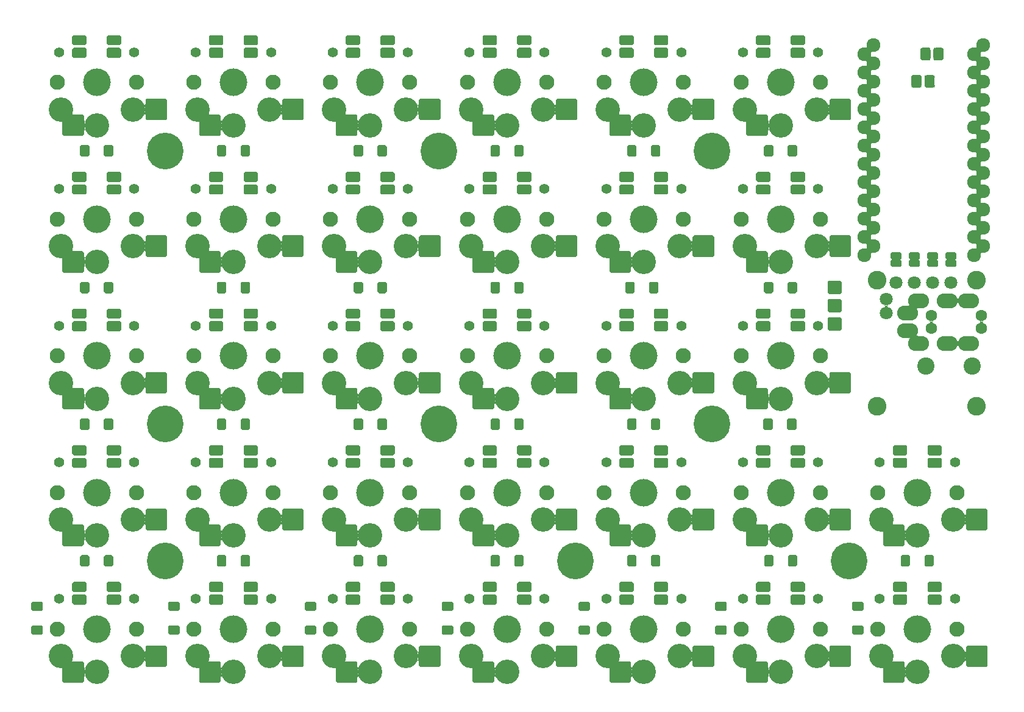
<source format=gbr>
G04 #@! TF.GenerationSoftware,KiCad,Pcbnew,(5.1.10)-1*
G04 #@! TF.CreationDate,2021-12-22T05:03:27+01:00*
G04 #@! TF.ProjectId,helixhschoc,68656c69-7868-4736-9368-6f632e6b6963,rev?*
G04 #@! TF.SameCoordinates,Original*
G04 #@! TF.FileFunction,Soldermask,Top*
G04 #@! TF.FilePolarity,Negative*
%FSLAX46Y46*%
G04 Gerber Fmt 4.6, Leading zero omitted, Abs format (unit mm)*
G04 Created by KiCad (PCBNEW (5.1.10)-1) date 2021-12-22 05:03:27*
%MOMM*%
%LPD*%
G01*
G04 APERTURE LIST*
%ADD10O,2.900000X2.100000*%
%ADD11C,1.600000*%
%ADD12C,1.390600*%
%ADD13C,3.400000*%
%ADD14C,3.829000*%
%ADD15C,2.101800*%
%ADD16C,1.924000*%
%ADD17C,5.100400*%
%ADD18C,2.600000*%
%ADD19C,1.797000*%
%ADD20C,2.400000*%
%ADD21C,0.100000*%
G04 APERTURE END LIST*
D10*
X204625780Y-85075340D03*
X206125780Y-89275340D03*
X210125780Y-89275340D03*
X213125780Y-89275340D03*
D11*
X207925780Y-87175340D03*
X214925780Y-87175340D03*
D10*
X210125780Y-83325340D03*
X213125780Y-83325340D03*
X204625780Y-87525340D03*
X206125780Y-83325340D03*
D11*
X214925780Y-85425340D03*
X207925780Y-85425340D03*
D12*
X211220000Y-124800000D03*
X200780000Y-124800000D03*
D13*
X201000000Y-132750000D03*
G36*
G01*
X212775000Y-134050000D02*
X212775000Y-131450000D01*
G75*
G02*
X212975000Y-131250000I200000J0D01*
G01*
X215575000Y-131250000D01*
G75*
G02*
X215775000Y-131450000I0J-200000D01*
G01*
X215775000Y-134050000D01*
G75*
G02*
X215575000Y-134250000I-200000J0D01*
G01*
X212975000Y-134250000D01*
G75*
G02*
X212775000Y-134050000I0J200000D01*
G01*
G37*
X206000000Y-134950000D03*
D14*
X206000000Y-129000000D03*
D13*
X211000000Y-132750000D03*
G36*
G01*
X201225000Y-136250000D02*
X201225000Y-133650000D01*
G75*
G02*
X201425000Y-133450000I200000J0D01*
G01*
X204025000Y-133450000D01*
G75*
G02*
X204225000Y-133650000I0J-200000D01*
G01*
X204225000Y-136250000D01*
G75*
G02*
X204025000Y-136450000I-200000J0D01*
G01*
X201425000Y-136450000D01*
G75*
G02*
X201225000Y-136250000I0J200000D01*
G01*
G37*
D15*
X211500000Y-129000000D03*
X200500000Y-129000000D03*
D12*
X192220000Y-124800000D03*
X181780000Y-124800000D03*
D13*
X182000000Y-132750000D03*
G36*
G01*
X193775000Y-134050000D02*
X193775000Y-131450000D01*
G75*
G02*
X193975000Y-131250000I200000J0D01*
G01*
X196575000Y-131250000D01*
G75*
G02*
X196775000Y-131450000I0J-200000D01*
G01*
X196775000Y-134050000D01*
G75*
G02*
X196575000Y-134250000I-200000J0D01*
G01*
X193975000Y-134250000D01*
G75*
G02*
X193775000Y-134050000I0J200000D01*
G01*
G37*
X187000000Y-134950000D03*
D14*
X187000000Y-129000000D03*
D13*
X192000000Y-132750000D03*
G36*
G01*
X182225000Y-136250000D02*
X182225000Y-133650000D01*
G75*
G02*
X182425000Y-133450000I200000J0D01*
G01*
X185025000Y-133450000D01*
G75*
G02*
X185225000Y-133650000I0J-200000D01*
G01*
X185225000Y-136250000D01*
G75*
G02*
X185025000Y-136450000I-200000J0D01*
G01*
X182425000Y-136450000D01*
G75*
G02*
X182225000Y-136250000I0J200000D01*
G01*
G37*
D15*
X192500000Y-129000000D03*
X181500000Y-129000000D03*
D12*
X173220000Y-124800000D03*
X162780000Y-124800000D03*
D13*
X163000000Y-132750000D03*
G36*
G01*
X174775000Y-134050000D02*
X174775000Y-131450000D01*
G75*
G02*
X174975000Y-131250000I200000J0D01*
G01*
X177575000Y-131250000D01*
G75*
G02*
X177775000Y-131450000I0J-200000D01*
G01*
X177775000Y-134050000D01*
G75*
G02*
X177575000Y-134250000I-200000J0D01*
G01*
X174975000Y-134250000D01*
G75*
G02*
X174775000Y-134050000I0J200000D01*
G01*
G37*
X168000000Y-134950000D03*
D14*
X168000000Y-129000000D03*
D13*
X173000000Y-132750000D03*
G36*
G01*
X163225000Y-136250000D02*
X163225000Y-133650000D01*
G75*
G02*
X163425000Y-133450000I200000J0D01*
G01*
X166025000Y-133450000D01*
G75*
G02*
X166225000Y-133650000I0J-200000D01*
G01*
X166225000Y-136250000D01*
G75*
G02*
X166025000Y-136450000I-200000J0D01*
G01*
X163425000Y-136450000D01*
G75*
G02*
X163225000Y-136250000I0J200000D01*
G01*
G37*
D15*
X173500000Y-129000000D03*
X162500000Y-129000000D03*
D12*
X154220000Y-124800000D03*
X143780000Y-124800000D03*
D13*
X144000000Y-132750000D03*
G36*
G01*
X155775000Y-134050000D02*
X155775000Y-131450000D01*
G75*
G02*
X155975000Y-131250000I200000J0D01*
G01*
X158575000Y-131250000D01*
G75*
G02*
X158775000Y-131450000I0J-200000D01*
G01*
X158775000Y-134050000D01*
G75*
G02*
X158575000Y-134250000I-200000J0D01*
G01*
X155975000Y-134250000D01*
G75*
G02*
X155775000Y-134050000I0J200000D01*
G01*
G37*
X149000000Y-134950000D03*
D14*
X149000000Y-129000000D03*
D13*
X154000000Y-132750000D03*
G36*
G01*
X144225000Y-136250000D02*
X144225000Y-133650000D01*
G75*
G02*
X144425000Y-133450000I200000J0D01*
G01*
X147025000Y-133450000D01*
G75*
G02*
X147225000Y-133650000I0J-200000D01*
G01*
X147225000Y-136250000D01*
G75*
G02*
X147025000Y-136450000I-200000J0D01*
G01*
X144425000Y-136450000D01*
G75*
G02*
X144225000Y-136250000I0J200000D01*
G01*
G37*
D15*
X154500000Y-129000000D03*
X143500000Y-129000000D03*
D12*
X135220000Y-124800000D03*
X124780000Y-124800000D03*
D13*
X125000000Y-132750000D03*
G36*
G01*
X136775000Y-134050000D02*
X136775000Y-131450000D01*
G75*
G02*
X136975000Y-131250000I200000J0D01*
G01*
X139575000Y-131250000D01*
G75*
G02*
X139775000Y-131450000I0J-200000D01*
G01*
X139775000Y-134050000D01*
G75*
G02*
X139575000Y-134250000I-200000J0D01*
G01*
X136975000Y-134250000D01*
G75*
G02*
X136775000Y-134050000I0J200000D01*
G01*
G37*
X130000000Y-134950000D03*
D14*
X130000000Y-129000000D03*
D13*
X135000000Y-132750000D03*
G36*
G01*
X125225000Y-136250000D02*
X125225000Y-133650000D01*
G75*
G02*
X125425000Y-133450000I200000J0D01*
G01*
X128025000Y-133450000D01*
G75*
G02*
X128225000Y-133650000I0J-200000D01*
G01*
X128225000Y-136250000D01*
G75*
G02*
X128025000Y-136450000I-200000J0D01*
G01*
X125425000Y-136450000D01*
G75*
G02*
X125225000Y-136250000I0J200000D01*
G01*
G37*
D15*
X135500000Y-129000000D03*
X124500000Y-129000000D03*
D12*
X116220000Y-124800000D03*
X105780000Y-124800000D03*
D13*
X106000000Y-132750000D03*
G36*
G01*
X117775000Y-134050000D02*
X117775000Y-131450000D01*
G75*
G02*
X117975000Y-131250000I200000J0D01*
G01*
X120575000Y-131250000D01*
G75*
G02*
X120775000Y-131450000I0J-200000D01*
G01*
X120775000Y-134050000D01*
G75*
G02*
X120575000Y-134250000I-200000J0D01*
G01*
X117975000Y-134250000D01*
G75*
G02*
X117775000Y-134050000I0J200000D01*
G01*
G37*
X111000000Y-134950000D03*
D14*
X111000000Y-129000000D03*
D13*
X116000000Y-132750000D03*
G36*
G01*
X106225000Y-136250000D02*
X106225000Y-133650000D01*
G75*
G02*
X106425000Y-133450000I200000J0D01*
G01*
X109025000Y-133450000D01*
G75*
G02*
X109225000Y-133650000I0J-200000D01*
G01*
X109225000Y-136250000D01*
G75*
G02*
X109025000Y-136450000I-200000J0D01*
G01*
X106425000Y-136450000D01*
G75*
G02*
X106225000Y-136250000I0J200000D01*
G01*
G37*
D15*
X116500000Y-129000000D03*
X105500000Y-129000000D03*
D12*
X97220000Y-124800000D03*
X86780000Y-124800000D03*
D13*
X87000000Y-132750000D03*
G36*
G01*
X98775000Y-134050000D02*
X98775000Y-131450000D01*
G75*
G02*
X98975000Y-131250000I200000J0D01*
G01*
X101575000Y-131250000D01*
G75*
G02*
X101775000Y-131450000I0J-200000D01*
G01*
X101775000Y-134050000D01*
G75*
G02*
X101575000Y-134250000I-200000J0D01*
G01*
X98975000Y-134250000D01*
G75*
G02*
X98775000Y-134050000I0J200000D01*
G01*
G37*
X92000000Y-134950000D03*
D14*
X92000000Y-129000000D03*
D13*
X97000000Y-132750000D03*
G36*
G01*
X87225000Y-136250000D02*
X87225000Y-133650000D01*
G75*
G02*
X87425000Y-133450000I200000J0D01*
G01*
X90025000Y-133450000D01*
G75*
G02*
X90225000Y-133650000I0J-200000D01*
G01*
X90225000Y-136250000D01*
G75*
G02*
X90025000Y-136450000I-200000J0D01*
G01*
X87425000Y-136450000D01*
G75*
G02*
X87225000Y-136250000I0J200000D01*
G01*
G37*
D15*
X97500000Y-129000000D03*
X86500000Y-129000000D03*
D12*
X211220000Y-105800000D03*
X200780000Y-105800000D03*
D13*
X201000000Y-113750000D03*
G36*
G01*
X212775000Y-115050000D02*
X212775000Y-112450000D01*
G75*
G02*
X212975000Y-112250000I200000J0D01*
G01*
X215575000Y-112250000D01*
G75*
G02*
X215775000Y-112450000I0J-200000D01*
G01*
X215775000Y-115050000D01*
G75*
G02*
X215575000Y-115250000I-200000J0D01*
G01*
X212975000Y-115250000D01*
G75*
G02*
X212775000Y-115050000I0J200000D01*
G01*
G37*
X206000000Y-115950000D03*
D14*
X206000000Y-110000000D03*
D13*
X211000000Y-113750000D03*
G36*
G01*
X201225000Y-117250000D02*
X201225000Y-114650000D01*
G75*
G02*
X201425000Y-114450000I200000J0D01*
G01*
X204025000Y-114450000D01*
G75*
G02*
X204225000Y-114650000I0J-200000D01*
G01*
X204225000Y-117250000D01*
G75*
G02*
X204025000Y-117450000I-200000J0D01*
G01*
X201425000Y-117450000D01*
G75*
G02*
X201225000Y-117250000I0J200000D01*
G01*
G37*
D15*
X211500000Y-110000000D03*
X200500000Y-110000000D03*
D12*
X192220000Y-105800000D03*
X181780000Y-105800000D03*
D13*
X182000000Y-113750000D03*
G36*
G01*
X193775000Y-115050000D02*
X193775000Y-112450000D01*
G75*
G02*
X193975000Y-112250000I200000J0D01*
G01*
X196575000Y-112250000D01*
G75*
G02*
X196775000Y-112450000I0J-200000D01*
G01*
X196775000Y-115050000D01*
G75*
G02*
X196575000Y-115250000I-200000J0D01*
G01*
X193975000Y-115250000D01*
G75*
G02*
X193775000Y-115050000I0J200000D01*
G01*
G37*
X187000000Y-115950000D03*
D14*
X187000000Y-110000000D03*
D13*
X192000000Y-113750000D03*
G36*
G01*
X182225000Y-117250000D02*
X182225000Y-114650000D01*
G75*
G02*
X182425000Y-114450000I200000J0D01*
G01*
X185025000Y-114450000D01*
G75*
G02*
X185225000Y-114650000I0J-200000D01*
G01*
X185225000Y-117250000D01*
G75*
G02*
X185025000Y-117450000I-200000J0D01*
G01*
X182425000Y-117450000D01*
G75*
G02*
X182225000Y-117250000I0J200000D01*
G01*
G37*
D15*
X192500000Y-110000000D03*
X181500000Y-110000000D03*
D12*
X173220000Y-105800000D03*
X162780000Y-105800000D03*
D13*
X163000000Y-113750000D03*
G36*
G01*
X174775000Y-115050000D02*
X174775000Y-112450000D01*
G75*
G02*
X174975000Y-112250000I200000J0D01*
G01*
X177575000Y-112250000D01*
G75*
G02*
X177775000Y-112450000I0J-200000D01*
G01*
X177775000Y-115050000D01*
G75*
G02*
X177575000Y-115250000I-200000J0D01*
G01*
X174975000Y-115250000D01*
G75*
G02*
X174775000Y-115050000I0J200000D01*
G01*
G37*
X168000000Y-115950000D03*
D14*
X168000000Y-110000000D03*
D13*
X173000000Y-113750000D03*
G36*
G01*
X163225000Y-117250000D02*
X163225000Y-114650000D01*
G75*
G02*
X163425000Y-114450000I200000J0D01*
G01*
X166025000Y-114450000D01*
G75*
G02*
X166225000Y-114650000I0J-200000D01*
G01*
X166225000Y-117250000D01*
G75*
G02*
X166025000Y-117450000I-200000J0D01*
G01*
X163425000Y-117450000D01*
G75*
G02*
X163225000Y-117250000I0J200000D01*
G01*
G37*
D15*
X173500000Y-110000000D03*
X162500000Y-110000000D03*
D12*
X154220000Y-105800000D03*
X143780000Y-105800000D03*
D13*
X144000000Y-113750000D03*
G36*
G01*
X155775000Y-115050000D02*
X155775000Y-112450000D01*
G75*
G02*
X155975000Y-112250000I200000J0D01*
G01*
X158575000Y-112250000D01*
G75*
G02*
X158775000Y-112450000I0J-200000D01*
G01*
X158775000Y-115050000D01*
G75*
G02*
X158575000Y-115250000I-200000J0D01*
G01*
X155975000Y-115250000D01*
G75*
G02*
X155775000Y-115050000I0J200000D01*
G01*
G37*
X149000000Y-115950000D03*
D14*
X149000000Y-110000000D03*
D13*
X154000000Y-113750000D03*
G36*
G01*
X144225000Y-117250000D02*
X144225000Y-114650000D01*
G75*
G02*
X144425000Y-114450000I200000J0D01*
G01*
X147025000Y-114450000D01*
G75*
G02*
X147225000Y-114650000I0J-200000D01*
G01*
X147225000Y-117250000D01*
G75*
G02*
X147025000Y-117450000I-200000J0D01*
G01*
X144425000Y-117450000D01*
G75*
G02*
X144225000Y-117250000I0J200000D01*
G01*
G37*
D15*
X154500000Y-110000000D03*
X143500000Y-110000000D03*
D12*
X135220000Y-105800000D03*
X124780000Y-105800000D03*
D13*
X125000000Y-113750000D03*
G36*
G01*
X136775000Y-115050000D02*
X136775000Y-112450000D01*
G75*
G02*
X136975000Y-112250000I200000J0D01*
G01*
X139575000Y-112250000D01*
G75*
G02*
X139775000Y-112450000I0J-200000D01*
G01*
X139775000Y-115050000D01*
G75*
G02*
X139575000Y-115250000I-200000J0D01*
G01*
X136975000Y-115250000D01*
G75*
G02*
X136775000Y-115050000I0J200000D01*
G01*
G37*
X130000000Y-115950000D03*
D14*
X130000000Y-110000000D03*
D13*
X135000000Y-113750000D03*
G36*
G01*
X125225000Y-117250000D02*
X125225000Y-114650000D01*
G75*
G02*
X125425000Y-114450000I200000J0D01*
G01*
X128025000Y-114450000D01*
G75*
G02*
X128225000Y-114650000I0J-200000D01*
G01*
X128225000Y-117250000D01*
G75*
G02*
X128025000Y-117450000I-200000J0D01*
G01*
X125425000Y-117450000D01*
G75*
G02*
X125225000Y-117250000I0J200000D01*
G01*
G37*
D15*
X135500000Y-110000000D03*
X124500000Y-110000000D03*
D12*
X116220000Y-105800000D03*
X105780000Y-105800000D03*
D13*
X106000000Y-113750000D03*
G36*
G01*
X117775000Y-115050000D02*
X117775000Y-112450000D01*
G75*
G02*
X117975000Y-112250000I200000J0D01*
G01*
X120575000Y-112250000D01*
G75*
G02*
X120775000Y-112450000I0J-200000D01*
G01*
X120775000Y-115050000D01*
G75*
G02*
X120575000Y-115250000I-200000J0D01*
G01*
X117975000Y-115250000D01*
G75*
G02*
X117775000Y-115050000I0J200000D01*
G01*
G37*
X111000000Y-115950000D03*
D14*
X111000000Y-110000000D03*
D13*
X116000000Y-113750000D03*
G36*
G01*
X106225000Y-117250000D02*
X106225000Y-114650000D01*
G75*
G02*
X106425000Y-114450000I200000J0D01*
G01*
X109025000Y-114450000D01*
G75*
G02*
X109225000Y-114650000I0J-200000D01*
G01*
X109225000Y-117250000D01*
G75*
G02*
X109025000Y-117450000I-200000J0D01*
G01*
X106425000Y-117450000D01*
G75*
G02*
X106225000Y-117250000I0J200000D01*
G01*
G37*
D15*
X116500000Y-110000000D03*
X105500000Y-110000000D03*
D12*
X97220000Y-105800000D03*
X86780000Y-105800000D03*
D13*
X87000000Y-113750000D03*
G36*
G01*
X98775000Y-115050000D02*
X98775000Y-112450000D01*
G75*
G02*
X98975000Y-112250000I200000J0D01*
G01*
X101575000Y-112250000D01*
G75*
G02*
X101775000Y-112450000I0J-200000D01*
G01*
X101775000Y-115050000D01*
G75*
G02*
X101575000Y-115250000I-200000J0D01*
G01*
X98975000Y-115250000D01*
G75*
G02*
X98775000Y-115050000I0J200000D01*
G01*
G37*
X92000000Y-115950000D03*
D14*
X92000000Y-110000000D03*
D13*
X97000000Y-113750000D03*
G36*
G01*
X87225000Y-117250000D02*
X87225000Y-114650000D01*
G75*
G02*
X87425000Y-114450000I200000J0D01*
G01*
X90025000Y-114450000D01*
G75*
G02*
X90225000Y-114650000I0J-200000D01*
G01*
X90225000Y-117250000D01*
G75*
G02*
X90025000Y-117450000I-200000J0D01*
G01*
X87425000Y-117450000D01*
G75*
G02*
X87225000Y-117250000I0J200000D01*
G01*
G37*
D15*
X97500000Y-110000000D03*
X86500000Y-110000000D03*
D12*
X192220000Y-86800000D03*
X181780000Y-86800000D03*
D13*
X182000000Y-94750000D03*
G36*
G01*
X193775000Y-96050000D02*
X193775000Y-93450000D01*
G75*
G02*
X193975000Y-93250000I200000J0D01*
G01*
X196575000Y-93250000D01*
G75*
G02*
X196775000Y-93450000I0J-200000D01*
G01*
X196775000Y-96050000D01*
G75*
G02*
X196575000Y-96250000I-200000J0D01*
G01*
X193975000Y-96250000D01*
G75*
G02*
X193775000Y-96050000I0J200000D01*
G01*
G37*
X187000000Y-96950000D03*
D14*
X187000000Y-91000000D03*
D13*
X192000000Y-94750000D03*
G36*
G01*
X182225000Y-98250000D02*
X182225000Y-95650000D01*
G75*
G02*
X182425000Y-95450000I200000J0D01*
G01*
X185025000Y-95450000D01*
G75*
G02*
X185225000Y-95650000I0J-200000D01*
G01*
X185225000Y-98250000D01*
G75*
G02*
X185025000Y-98450000I-200000J0D01*
G01*
X182425000Y-98450000D01*
G75*
G02*
X182225000Y-98250000I0J200000D01*
G01*
G37*
D15*
X192500000Y-91000000D03*
X181500000Y-91000000D03*
D12*
X173220000Y-86800000D03*
X162780000Y-86800000D03*
D13*
X163000000Y-94750000D03*
G36*
G01*
X174775000Y-96050000D02*
X174775000Y-93450000D01*
G75*
G02*
X174975000Y-93250000I200000J0D01*
G01*
X177575000Y-93250000D01*
G75*
G02*
X177775000Y-93450000I0J-200000D01*
G01*
X177775000Y-96050000D01*
G75*
G02*
X177575000Y-96250000I-200000J0D01*
G01*
X174975000Y-96250000D01*
G75*
G02*
X174775000Y-96050000I0J200000D01*
G01*
G37*
X168000000Y-96950000D03*
D14*
X168000000Y-91000000D03*
D13*
X173000000Y-94750000D03*
G36*
G01*
X163225000Y-98250000D02*
X163225000Y-95650000D01*
G75*
G02*
X163425000Y-95450000I200000J0D01*
G01*
X166025000Y-95450000D01*
G75*
G02*
X166225000Y-95650000I0J-200000D01*
G01*
X166225000Y-98250000D01*
G75*
G02*
X166025000Y-98450000I-200000J0D01*
G01*
X163425000Y-98450000D01*
G75*
G02*
X163225000Y-98250000I0J200000D01*
G01*
G37*
D15*
X173500000Y-91000000D03*
X162500000Y-91000000D03*
D12*
X154220000Y-86800000D03*
X143780000Y-86800000D03*
D13*
X144000000Y-94750000D03*
G36*
G01*
X155775000Y-96050000D02*
X155775000Y-93450000D01*
G75*
G02*
X155975000Y-93250000I200000J0D01*
G01*
X158575000Y-93250000D01*
G75*
G02*
X158775000Y-93450000I0J-200000D01*
G01*
X158775000Y-96050000D01*
G75*
G02*
X158575000Y-96250000I-200000J0D01*
G01*
X155975000Y-96250000D01*
G75*
G02*
X155775000Y-96050000I0J200000D01*
G01*
G37*
X149000000Y-96950000D03*
D14*
X149000000Y-91000000D03*
D13*
X154000000Y-94750000D03*
G36*
G01*
X144225000Y-98250000D02*
X144225000Y-95650000D01*
G75*
G02*
X144425000Y-95450000I200000J0D01*
G01*
X147025000Y-95450000D01*
G75*
G02*
X147225000Y-95650000I0J-200000D01*
G01*
X147225000Y-98250000D01*
G75*
G02*
X147025000Y-98450000I-200000J0D01*
G01*
X144425000Y-98450000D01*
G75*
G02*
X144225000Y-98250000I0J200000D01*
G01*
G37*
D15*
X154500000Y-91000000D03*
X143500000Y-91000000D03*
D12*
X135220000Y-86800000D03*
X124780000Y-86800000D03*
D13*
X125000000Y-94750000D03*
G36*
G01*
X136775000Y-96050000D02*
X136775000Y-93450000D01*
G75*
G02*
X136975000Y-93250000I200000J0D01*
G01*
X139575000Y-93250000D01*
G75*
G02*
X139775000Y-93450000I0J-200000D01*
G01*
X139775000Y-96050000D01*
G75*
G02*
X139575000Y-96250000I-200000J0D01*
G01*
X136975000Y-96250000D01*
G75*
G02*
X136775000Y-96050000I0J200000D01*
G01*
G37*
X130000000Y-96950000D03*
D14*
X130000000Y-91000000D03*
D13*
X135000000Y-94750000D03*
G36*
G01*
X125225000Y-98250000D02*
X125225000Y-95650000D01*
G75*
G02*
X125425000Y-95450000I200000J0D01*
G01*
X128025000Y-95450000D01*
G75*
G02*
X128225000Y-95650000I0J-200000D01*
G01*
X128225000Y-98250000D01*
G75*
G02*
X128025000Y-98450000I-200000J0D01*
G01*
X125425000Y-98450000D01*
G75*
G02*
X125225000Y-98250000I0J200000D01*
G01*
G37*
D15*
X135500000Y-91000000D03*
X124500000Y-91000000D03*
D12*
X116220000Y-86800000D03*
X105780000Y-86800000D03*
D13*
X106000000Y-94750000D03*
G36*
G01*
X117775000Y-96050000D02*
X117775000Y-93450000D01*
G75*
G02*
X117975000Y-93250000I200000J0D01*
G01*
X120575000Y-93250000D01*
G75*
G02*
X120775000Y-93450000I0J-200000D01*
G01*
X120775000Y-96050000D01*
G75*
G02*
X120575000Y-96250000I-200000J0D01*
G01*
X117975000Y-96250000D01*
G75*
G02*
X117775000Y-96050000I0J200000D01*
G01*
G37*
X111000000Y-96950000D03*
D14*
X111000000Y-91000000D03*
D13*
X116000000Y-94750000D03*
G36*
G01*
X106225000Y-98250000D02*
X106225000Y-95650000D01*
G75*
G02*
X106425000Y-95450000I200000J0D01*
G01*
X109025000Y-95450000D01*
G75*
G02*
X109225000Y-95650000I0J-200000D01*
G01*
X109225000Y-98250000D01*
G75*
G02*
X109025000Y-98450000I-200000J0D01*
G01*
X106425000Y-98450000D01*
G75*
G02*
X106225000Y-98250000I0J200000D01*
G01*
G37*
D15*
X116500000Y-91000000D03*
X105500000Y-91000000D03*
D12*
X97220000Y-86800000D03*
X86780000Y-86800000D03*
D13*
X87000000Y-94750000D03*
G36*
G01*
X98775000Y-96050000D02*
X98775000Y-93450000D01*
G75*
G02*
X98975000Y-93250000I200000J0D01*
G01*
X101575000Y-93250000D01*
G75*
G02*
X101775000Y-93450000I0J-200000D01*
G01*
X101775000Y-96050000D01*
G75*
G02*
X101575000Y-96250000I-200000J0D01*
G01*
X98975000Y-96250000D01*
G75*
G02*
X98775000Y-96050000I0J200000D01*
G01*
G37*
X92000000Y-96950000D03*
D14*
X92000000Y-91000000D03*
D13*
X97000000Y-94750000D03*
G36*
G01*
X87225000Y-98250000D02*
X87225000Y-95650000D01*
G75*
G02*
X87425000Y-95450000I200000J0D01*
G01*
X90025000Y-95450000D01*
G75*
G02*
X90225000Y-95650000I0J-200000D01*
G01*
X90225000Y-98250000D01*
G75*
G02*
X90025000Y-98450000I-200000J0D01*
G01*
X87425000Y-98450000D01*
G75*
G02*
X87225000Y-98250000I0J200000D01*
G01*
G37*
D15*
X97500000Y-91000000D03*
X86500000Y-91000000D03*
D12*
X192220000Y-67800000D03*
X181780000Y-67800000D03*
D13*
X182000000Y-75750000D03*
G36*
G01*
X193775000Y-77050000D02*
X193775000Y-74450000D01*
G75*
G02*
X193975000Y-74250000I200000J0D01*
G01*
X196575000Y-74250000D01*
G75*
G02*
X196775000Y-74450000I0J-200000D01*
G01*
X196775000Y-77050000D01*
G75*
G02*
X196575000Y-77250000I-200000J0D01*
G01*
X193975000Y-77250000D01*
G75*
G02*
X193775000Y-77050000I0J200000D01*
G01*
G37*
X187000000Y-77950000D03*
D14*
X187000000Y-72000000D03*
D13*
X192000000Y-75750000D03*
G36*
G01*
X182225000Y-79250000D02*
X182225000Y-76650000D01*
G75*
G02*
X182425000Y-76450000I200000J0D01*
G01*
X185025000Y-76450000D01*
G75*
G02*
X185225000Y-76650000I0J-200000D01*
G01*
X185225000Y-79250000D01*
G75*
G02*
X185025000Y-79450000I-200000J0D01*
G01*
X182425000Y-79450000D01*
G75*
G02*
X182225000Y-79250000I0J200000D01*
G01*
G37*
D15*
X192500000Y-72000000D03*
X181500000Y-72000000D03*
D12*
X173220000Y-67800000D03*
X162780000Y-67800000D03*
D13*
X163000000Y-75750000D03*
G36*
G01*
X174775000Y-77050000D02*
X174775000Y-74450000D01*
G75*
G02*
X174975000Y-74250000I200000J0D01*
G01*
X177575000Y-74250000D01*
G75*
G02*
X177775000Y-74450000I0J-200000D01*
G01*
X177775000Y-77050000D01*
G75*
G02*
X177575000Y-77250000I-200000J0D01*
G01*
X174975000Y-77250000D01*
G75*
G02*
X174775000Y-77050000I0J200000D01*
G01*
G37*
X168000000Y-77950000D03*
D14*
X168000000Y-72000000D03*
D13*
X173000000Y-75750000D03*
G36*
G01*
X163225000Y-79250000D02*
X163225000Y-76650000D01*
G75*
G02*
X163425000Y-76450000I200000J0D01*
G01*
X166025000Y-76450000D01*
G75*
G02*
X166225000Y-76650000I0J-200000D01*
G01*
X166225000Y-79250000D01*
G75*
G02*
X166025000Y-79450000I-200000J0D01*
G01*
X163425000Y-79450000D01*
G75*
G02*
X163225000Y-79250000I0J200000D01*
G01*
G37*
D15*
X173500000Y-72000000D03*
X162500000Y-72000000D03*
D12*
X154220000Y-67800000D03*
X143780000Y-67800000D03*
D13*
X144000000Y-75750000D03*
G36*
G01*
X155775000Y-77050000D02*
X155775000Y-74450000D01*
G75*
G02*
X155975000Y-74250000I200000J0D01*
G01*
X158575000Y-74250000D01*
G75*
G02*
X158775000Y-74450000I0J-200000D01*
G01*
X158775000Y-77050000D01*
G75*
G02*
X158575000Y-77250000I-200000J0D01*
G01*
X155975000Y-77250000D01*
G75*
G02*
X155775000Y-77050000I0J200000D01*
G01*
G37*
X149000000Y-77950000D03*
D14*
X149000000Y-72000000D03*
D13*
X154000000Y-75750000D03*
G36*
G01*
X144225000Y-79250000D02*
X144225000Y-76650000D01*
G75*
G02*
X144425000Y-76450000I200000J0D01*
G01*
X147025000Y-76450000D01*
G75*
G02*
X147225000Y-76650000I0J-200000D01*
G01*
X147225000Y-79250000D01*
G75*
G02*
X147025000Y-79450000I-200000J0D01*
G01*
X144425000Y-79450000D01*
G75*
G02*
X144225000Y-79250000I0J200000D01*
G01*
G37*
D15*
X154500000Y-72000000D03*
X143500000Y-72000000D03*
D12*
X135220000Y-67800000D03*
X124780000Y-67800000D03*
D13*
X125000000Y-75750000D03*
G36*
G01*
X136775000Y-77050000D02*
X136775000Y-74450000D01*
G75*
G02*
X136975000Y-74250000I200000J0D01*
G01*
X139575000Y-74250000D01*
G75*
G02*
X139775000Y-74450000I0J-200000D01*
G01*
X139775000Y-77050000D01*
G75*
G02*
X139575000Y-77250000I-200000J0D01*
G01*
X136975000Y-77250000D01*
G75*
G02*
X136775000Y-77050000I0J200000D01*
G01*
G37*
X130000000Y-77950000D03*
D14*
X130000000Y-72000000D03*
D13*
X135000000Y-75750000D03*
G36*
G01*
X125225000Y-79250000D02*
X125225000Y-76650000D01*
G75*
G02*
X125425000Y-76450000I200000J0D01*
G01*
X128025000Y-76450000D01*
G75*
G02*
X128225000Y-76650000I0J-200000D01*
G01*
X128225000Y-79250000D01*
G75*
G02*
X128025000Y-79450000I-200000J0D01*
G01*
X125425000Y-79450000D01*
G75*
G02*
X125225000Y-79250000I0J200000D01*
G01*
G37*
D15*
X135500000Y-72000000D03*
X124500000Y-72000000D03*
D12*
X116220000Y-67800000D03*
X105780000Y-67800000D03*
D13*
X106000000Y-75750000D03*
G36*
G01*
X117775000Y-77050000D02*
X117775000Y-74450000D01*
G75*
G02*
X117975000Y-74250000I200000J0D01*
G01*
X120575000Y-74250000D01*
G75*
G02*
X120775000Y-74450000I0J-200000D01*
G01*
X120775000Y-77050000D01*
G75*
G02*
X120575000Y-77250000I-200000J0D01*
G01*
X117975000Y-77250000D01*
G75*
G02*
X117775000Y-77050000I0J200000D01*
G01*
G37*
X111000000Y-77950000D03*
D14*
X111000000Y-72000000D03*
D13*
X116000000Y-75750000D03*
G36*
G01*
X106225000Y-79250000D02*
X106225000Y-76650000D01*
G75*
G02*
X106425000Y-76450000I200000J0D01*
G01*
X109025000Y-76450000D01*
G75*
G02*
X109225000Y-76650000I0J-200000D01*
G01*
X109225000Y-79250000D01*
G75*
G02*
X109025000Y-79450000I-200000J0D01*
G01*
X106425000Y-79450000D01*
G75*
G02*
X106225000Y-79250000I0J200000D01*
G01*
G37*
D15*
X116500000Y-72000000D03*
X105500000Y-72000000D03*
D12*
X97220000Y-67800000D03*
X86780000Y-67800000D03*
D13*
X87000000Y-75750000D03*
G36*
G01*
X98775000Y-77050000D02*
X98775000Y-74450000D01*
G75*
G02*
X98975000Y-74250000I200000J0D01*
G01*
X101575000Y-74250000D01*
G75*
G02*
X101775000Y-74450000I0J-200000D01*
G01*
X101775000Y-77050000D01*
G75*
G02*
X101575000Y-77250000I-200000J0D01*
G01*
X98975000Y-77250000D01*
G75*
G02*
X98775000Y-77050000I0J200000D01*
G01*
G37*
X92000000Y-77950000D03*
D14*
X92000000Y-72000000D03*
D13*
X97000000Y-75750000D03*
G36*
G01*
X87225000Y-79250000D02*
X87225000Y-76650000D01*
G75*
G02*
X87425000Y-76450000I200000J0D01*
G01*
X90025000Y-76450000D01*
G75*
G02*
X90225000Y-76650000I0J-200000D01*
G01*
X90225000Y-79250000D01*
G75*
G02*
X90025000Y-79450000I-200000J0D01*
G01*
X87425000Y-79450000D01*
G75*
G02*
X87225000Y-79250000I0J200000D01*
G01*
G37*
D15*
X97500000Y-72000000D03*
X86500000Y-72000000D03*
D12*
X192220000Y-48800000D03*
X181780000Y-48800000D03*
D13*
X182000000Y-56750000D03*
G36*
G01*
X193775000Y-58050000D02*
X193775000Y-55450000D01*
G75*
G02*
X193975000Y-55250000I200000J0D01*
G01*
X196575000Y-55250000D01*
G75*
G02*
X196775000Y-55450000I0J-200000D01*
G01*
X196775000Y-58050000D01*
G75*
G02*
X196575000Y-58250000I-200000J0D01*
G01*
X193975000Y-58250000D01*
G75*
G02*
X193775000Y-58050000I0J200000D01*
G01*
G37*
X187000000Y-58950000D03*
D14*
X187000000Y-53000000D03*
D13*
X192000000Y-56750000D03*
G36*
G01*
X182225000Y-60250000D02*
X182225000Y-57650000D01*
G75*
G02*
X182425000Y-57450000I200000J0D01*
G01*
X185025000Y-57450000D01*
G75*
G02*
X185225000Y-57650000I0J-200000D01*
G01*
X185225000Y-60250000D01*
G75*
G02*
X185025000Y-60450000I-200000J0D01*
G01*
X182425000Y-60450000D01*
G75*
G02*
X182225000Y-60250000I0J200000D01*
G01*
G37*
D15*
X192500000Y-53000000D03*
X181500000Y-53000000D03*
D12*
X173220000Y-48800000D03*
X162780000Y-48800000D03*
D13*
X163000000Y-56750000D03*
G36*
G01*
X174775000Y-58050000D02*
X174775000Y-55450000D01*
G75*
G02*
X174975000Y-55250000I200000J0D01*
G01*
X177575000Y-55250000D01*
G75*
G02*
X177775000Y-55450000I0J-200000D01*
G01*
X177775000Y-58050000D01*
G75*
G02*
X177575000Y-58250000I-200000J0D01*
G01*
X174975000Y-58250000D01*
G75*
G02*
X174775000Y-58050000I0J200000D01*
G01*
G37*
X168000000Y-58950000D03*
D14*
X168000000Y-53000000D03*
D13*
X173000000Y-56750000D03*
G36*
G01*
X163225000Y-60250000D02*
X163225000Y-57650000D01*
G75*
G02*
X163425000Y-57450000I200000J0D01*
G01*
X166025000Y-57450000D01*
G75*
G02*
X166225000Y-57650000I0J-200000D01*
G01*
X166225000Y-60250000D01*
G75*
G02*
X166025000Y-60450000I-200000J0D01*
G01*
X163425000Y-60450000D01*
G75*
G02*
X163225000Y-60250000I0J200000D01*
G01*
G37*
D15*
X173500000Y-53000000D03*
X162500000Y-53000000D03*
D12*
X154220000Y-48800000D03*
X143780000Y-48800000D03*
D13*
X144000000Y-56750000D03*
G36*
G01*
X155775000Y-58050000D02*
X155775000Y-55450000D01*
G75*
G02*
X155975000Y-55250000I200000J0D01*
G01*
X158575000Y-55250000D01*
G75*
G02*
X158775000Y-55450000I0J-200000D01*
G01*
X158775000Y-58050000D01*
G75*
G02*
X158575000Y-58250000I-200000J0D01*
G01*
X155975000Y-58250000D01*
G75*
G02*
X155775000Y-58050000I0J200000D01*
G01*
G37*
X149000000Y-58950000D03*
D14*
X149000000Y-53000000D03*
D13*
X154000000Y-56750000D03*
G36*
G01*
X144225000Y-60250000D02*
X144225000Y-57650000D01*
G75*
G02*
X144425000Y-57450000I200000J0D01*
G01*
X147025000Y-57450000D01*
G75*
G02*
X147225000Y-57650000I0J-200000D01*
G01*
X147225000Y-60250000D01*
G75*
G02*
X147025000Y-60450000I-200000J0D01*
G01*
X144425000Y-60450000D01*
G75*
G02*
X144225000Y-60250000I0J200000D01*
G01*
G37*
D15*
X154500000Y-53000000D03*
X143500000Y-53000000D03*
D12*
X135220000Y-48800000D03*
X124780000Y-48800000D03*
D13*
X125000000Y-56750000D03*
G36*
G01*
X136775000Y-58050000D02*
X136775000Y-55450000D01*
G75*
G02*
X136975000Y-55250000I200000J0D01*
G01*
X139575000Y-55250000D01*
G75*
G02*
X139775000Y-55450000I0J-200000D01*
G01*
X139775000Y-58050000D01*
G75*
G02*
X139575000Y-58250000I-200000J0D01*
G01*
X136975000Y-58250000D01*
G75*
G02*
X136775000Y-58050000I0J200000D01*
G01*
G37*
X130000000Y-58950000D03*
D14*
X130000000Y-53000000D03*
D13*
X135000000Y-56750000D03*
G36*
G01*
X125225000Y-60250000D02*
X125225000Y-57650000D01*
G75*
G02*
X125425000Y-57450000I200000J0D01*
G01*
X128025000Y-57450000D01*
G75*
G02*
X128225000Y-57650000I0J-200000D01*
G01*
X128225000Y-60250000D01*
G75*
G02*
X128025000Y-60450000I-200000J0D01*
G01*
X125425000Y-60450000D01*
G75*
G02*
X125225000Y-60250000I0J200000D01*
G01*
G37*
D15*
X135500000Y-53000000D03*
X124500000Y-53000000D03*
D12*
X116220000Y-48800000D03*
X105780000Y-48800000D03*
D13*
X106000000Y-56750000D03*
G36*
G01*
X117775000Y-58050000D02*
X117775000Y-55450000D01*
G75*
G02*
X117975000Y-55250000I200000J0D01*
G01*
X120575000Y-55250000D01*
G75*
G02*
X120775000Y-55450000I0J-200000D01*
G01*
X120775000Y-58050000D01*
G75*
G02*
X120575000Y-58250000I-200000J0D01*
G01*
X117975000Y-58250000D01*
G75*
G02*
X117775000Y-58050000I0J200000D01*
G01*
G37*
X111000000Y-58950000D03*
D14*
X111000000Y-53000000D03*
D13*
X116000000Y-56750000D03*
G36*
G01*
X106225000Y-60250000D02*
X106225000Y-57650000D01*
G75*
G02*
X106425000Y-57450000I200000J0D01*
G01*
X109025000Y-57450000D01*
G75*
G02*
X109225000Y-57650000I0J-200000D01*
G01*
X109225000Y-60250000D01*
G75*
G02*
X109025000Y-60450000I-200000J0D01*
G01*
X106425000Y-60450000D01*
G75*
G02*
X106225000Y-60250000I0J200000D01*
G01*
G37*
D15*
X116500000Y-53000000D03*
X105500000Y-53000000D03*
D12*
X97220000Y-48800000D03*
X86780000Y-48800000D03*
D13*
X87000000Y-56750000D03*
G36*
G01*
X98775000Y-58050000D02*
X98775000Y-55450000D01*
G75*
G02*
X98975000Y-55250000I200000J0D01*
G01*
X101575000Y-55250000D01*
G75*
G02*
X101775000Y-55450000I0J-200000D01*
G01*
X101775000Y-58050000D01*
G75*
G02*
X101575000Y-58250000I-200000J0D01*
G01*
X98975000Y-58250000D01*
G75*
G02*
X98775000Y-58050000I0J200000D01*
G01*
G37*
X92000000Y-58950000D03*
D14*
X92000000Y-53000000D03*
D13*
X97000000Y-56750000D03*
G36*
G01*
X87225000Y-60250000D02*
X87225000Y-57650000D01*
G75*
G02*
X87425000Y-57450000I200000J0D01*
G01*
X90025000Y-57450000D01*
G75*
G02*
X90225000Y-57650000I0J-200000D01*
G01*
X90225000Y-60250000D01*
G75*
G02*
X90025000Y-60450000I-200000J0D01*
G01*
X87425000Y-60450000D01*
G75*
G02*
X87225000Y-60250000I0J200000D01*
G01*
G37*
D15*
X97500000Y-53000000D03*
X86500000Y-53000000D03*
G36*
G01*
X206985110Y-53399682D02*
X206985110Y-52294798D01*
G75*
G02*
X207332668Y-51947240I347558J0D01*
G01*
X208062552Y-51947240D01*
G75*
G02*
X208410110Y-52294798I0J-347558D01*
G01*
X208410110Y-53399682D01*
G75*
G02*
X208062552Y-53747240I-347558J0D01*
G01*
X207332668Y-53747240D01*
G75*
G02*
X206985110Y-53399682I0J347558D01*
G01*
G37*
G36*
G01*
X205160110Y-53399682D02*
X205160110Y-52294798D01*
G75*
G02*
X205507668Y-51947240I347558J0D01*
G01*
X206237552Y-51947240D01*
G75*
G02*
X206585110Y-52294798I0J-347558D01*
G01*
X206585110Y-53399682D01*
G75*
G02*
X206237552Y-53747240I-347558J0D01*
G01*
X205507668Y-53747240D01*
G75*
G02*
X205160110Y-53399682I0J347558D01*
G01*
G37*
G36*
G01*
X208233620Y-49597302D02*
X208233620Y-48492418D01*
G75*
G02*
X208581178Y-48144860I347558J0D01*
G01*
X209311062Y-48144860D01*
G75*
G02*
X209658620Y-48492418I0J-347558D01*
G01*
X209658620Y-49597302D01*
G75*
G02*
X209311062Y-49944860I-347558J0D01*
G01*
X208581178Y-49944860D01*
G75*
G02*
X208233620Y-49597302I0J347558D01*
G01*
G37*
G36*
G01*
X206408620Y-49597302D02*
X206408620Y-48492418D01*
G75*
G02*
X206756178Y-48144860I347558J0D01*
G01*
X207486062Y-48144860D01*
G75*
G02*
X207833620Y-48492418I0J-347558D01*
G01*
X207833620Y-49597302D01*
G75*
G02*
X207486062Y-49944860I-347558J0D01*
G01*
X206756178Y-49944860D01*
G75*
G02*
X206408620Y-49597302I0J347558D01*
G01*
G37*
D16*
X199912400Y-47806800D03*
X199912400Y-50346800D03*
X199912400Y-52886800D03*
X199912400Y-55426800D03*
X199912400Y-57966800D03*
X199912400Y-60506800D03*
X199912400Y-63046800D03*
X199912400Y-65586800D03*
X199912400Y-68126800D03*
X199912400Y-70666800D03*
X199912400Y-73206800D03*
X199912400Y-75746800D03*
X215152400Y-75746800D03*
X215152400Y-73206800D03*
X215152400Y-70666800D03*
X215152400Y-68126800D03*
X215152400Y-65586800D03*
X215152400Y-63046800D03*
X215152400Y-60506800D03*
X215152400Y-57966800D03*
X215152400Y-55426800D03*
X215152400Y-52886800D03*
X215152400Y-50346800D03*
X215152400Y-47806800D03*
X198642400Y-77016800D03*
X198642400Y-54156800D03*
X198642400Y-56696800D03*
X198642400Y-74476800D03*
X198642400Y-49076800D03*
X198642400Y-59236800D03*
X198642400Y-66856800D03*
X198642400Y-61776800D03*
X198642400Y-69396800D03*
X198642400Y-71936800D03*
X198642400Y-64316800D03*
X198642400Y-51616800D03*
X213882400Y-64316800D03*
X213882400Y-74476800D03*
X213882400Y-54156800D03*
X213882400Y-51616800D03*
X213882400Y-77016800D03*
X213882400Y-71936800D03*
X213882400Y-61776800D03*
X213882400Y-59236800D03*
X213882400Y-56696800D03*
X213882400Y-69396800D03*
X213882400Y-66856800D03*
X213882400Y-49076800D03*
G36*
G01*
X132300000Y-61900000D02*
X132300000Y-63100000D01*
G75*
G02*
X132100000Y-63300000I-200000J0D01*
G01*
X131200000Y-63300000D01*
G75*
G02*
X131000000Y-63100000I0J200000D01*
G01*
X131000000Y-61900000D01*
G75*
G02*
X131200000Y-61700000I200000J0D01*
G01*
X132100000Y-61700000D01*
G75*
G02*
X132300000Y-61900000I0J-200000D01*
G01*
G37*
G36*
G01*
X129000000Y-61900000D02*
X129000000Y-63100000D01*
G75*
G02*
X128800000Y-63300000I-200000J0D01*
G01*
X127900000Y-63300000D01*
G75*
G02*
X127700000Y-63100000I0J200000D01*
G01*
X127700000Y-61900000D01*
G75*
G02*
X127900000Y-61700000I200000J0D01*
G01*
X128800000Y-61700000D01*
G75*
G02*
X129000000Y-61900000I0J-200000D01*
G01*
G37*
G36*
G01*
X208283000Y-118900000D02*
X208283000Y-120100000D01*
G75*
G02*
X208083000Y-120300000I-200000J0D01*
G01*
X207183000Y-120300000D01*
G75*
G02*
X206983000Y-120100000I0J200000D01*
G01*
X206983000Y-118900000D01*
G75*
G02*
X207183000Y-118700000I200000J0D01*
G01*
X208083000Y-118700000D01*
G75*
G02*
X208283000Y-118900000I0J-200000D01*
G01*
G37*
G36*
G01*
X204983000Y-118900000D02*
X204983000Y-120100000D01*
G75*
G02*
X204783000Y-120300000I-200000J0D01*
G01*
X203883000Y-120300000D01*
G75*
G02*
X203683000Y-120100000I0J200000D01*
G01*
X203683000Y-118900000D01*
G75*
G02*
X203883000Y-118700000I200000J0D01*
G01*
X204783000Y-118700000D01*
G75*
G02*
X204983000Y-118900000I0J-200000D01*
G01*
G37*
G36*
G01*
X150400000Y-49375000D02*
X150400000Y-48375000D01*
G75*
G02*
X150600000Y-48175000I200000J0D01*
G01*
X152200000Y-48175000D01*
G75*
G02*
X152400000Y-48375000I0J-200000D01*
G01*
X152400000Y-49375000D01*
G75*
G02*
X152200000Y-49575000I-200000J0D01*
G01*
X150600000Y-49575000D01*
G75*
G02*
X150400000Y-49375000I0J200000D01*
G01*
G37*
G36*
G01*
X150400000Y-47625000D02*
X150400000Y-46625000D01*
G75*
G02*
X150600000Y-46425000I200000J0D01*
G01*
X152200000Y-46425000D01*
G75*
G02*
X152400000Y-46625000I0J-200000D01*
G01*
X152400000Y-47625000D01*
G75*
G02*
X152200000Y-47825000I-200000J0D01*
G01*
X150600000Y-47825000D01*
G75*
G02*
X150400000Y-47625000I0J200000D01*
G01*
G37*
G36*
G01*
X145600000Y-49375000D02*
X145600000Y-48375000D01*
G75*
G02*
X145800000Y-48175000I200000J0D01*
G01*
X147400000Y-48175000D01*
G75*
G02*
X147600000Y-48375000I0J-200000D01*
G01*
X147600000Y-49375000D01*
G75*
G02*
X147400000Y-49575000I-200000J0D01*
G01*
X145800000Y-49575000D01*
G75*
G02*
X145600000Y-49375000I0J200000D01*
G01*
G37*
G36*
G01*
X145600000Y-47625000D02*
X145600000Y-46625000D01*
G75*
G02*
X145800000Y-46425000I200000J0D01*
G01*
X147400000Y-46425000D01*
G75*
G02*
X147600000Y-46625000I0J-200000D01*
G01*
X147600000Y-47625000D01*
G75*
G02*
X147400000Y-47825000I-200000J0D01*
G01*
X145800000Y-47825000D01*
G75*
G02*
X145600000Y-47625000I0J200000D01*
G01*
G37*
G36*
G01*
X197125000Y-125164400D02*
X198325000Y-125164400D01*
G75*
G02*
X198525000Y-125364400I0J-200000D01*
G01*
X198525000Y-126264400D01*
G75*
G02*
X198325000Y-126464400I-200000J0D01*
G01*
X197125000Y-126464400D01*
G75*
G02*
X196925000Y-126264400I0J200000D01*
G01*
X196925000Y-125364400D01*
G75*
G02*
X197125000Y-125164400I200000J0D01*
G01*
G37*
G36*
G01*
X197125000Y-128464400D02*
X198325000Y-128464400D01*
G75*
G02*
X198525000Y-128664400I0J-200000D01*
G01*
X198525000Y-129564400D01*
G75*
G02*
X198325000Y-129764400I-200000J0D01*
G01*
X197125000Y-129764400D01*
G75*
G02*
X196925000Y-129564400I0J200000D01*
G01*
X196925000Y-128664400D01*
G75*
G02*
X197125000Y-128464400I200000J0D01*
G01*
G37*
G36*
G01*
X178125000Y-125164400D02*
X179325000Y-125164400D01*
G75*
G02*
X179525000Y-125364400I0J-200000D01*
G01*
X179525000Y-126264400D01*
G75*
G02*
X179325000Y-126464400I-200000J0D01*
G01*
X178125000Y-126464400D01*
G75*
G02*
X177925000Y-126264400I0J200000D01*
G01*
X177925000Y-125364400D01*
G75*
G02*
X178125000Y-125164400I200000J0D01*
G01*
G37*
G36*
G01*
X178125000Y-128464400D02*
X179325000Y-128464400D01*
G75*
G02*
X179525000Y-128664400I0J-200000D01*
G01*
X179525000Y-129564400D01*
G75*
G02*
X179325000Y-129764400I-200000J0D01*
G01*
X178125000Y-129764400D01*
G75*
G02*
X177925000Y-129564400I0J200000D01*
G01*
X177925000Y-128664400D01*
G75*
G02*
X178125000Y-128464400I200000J0D01*
G01*
G37*
G36*
G01*
X159125000Y-125164400D02*
X160325000Y-125164400D01*
G75*
G02*
X160525000Y-125364400I0J-200000D01*
G01*
X160525000Y-126264400D01*
G75*
G02*
X160325000Y-126464400I-200000J0D01*
G01*
X159125000Y-126464400D01*
G75*
G02*
X158925000Y-126264400I0J200000D01*
G01*
X158925000Y-125364400D01*
G75*
G02*
X159125000Y-125164400I200000J0D01*
G01*
G37*
G36*
G01*
X159125000Y-128464400D02*
X160325000Y-128464400D01*
G75*
G02*
X160525000Y-128664400I0J-200000D01*
G01*
X160525000Y-129564400D01*
G75*
G02*
X160325000Y-129764400I-200000J0D01*
G01*
X159125000Y-129764400D01*
G75*
G02*
X158925000Y-129564400I0J200000D01*
G01*
X158925000Y-128664400D01*
G75*
G02*
X159125000Y-128464400I200000J0D01*
G01*
G37*
G36*
G01*
X140125000Y-125164400D02*
X141325000Y-125164400D01*
G75*
G02*
X141525000Y-125364400I0J-200000D01*
G01*
X141525000Y-126264400D01*
G75*
G02*
X141325000Y-126464400I-200000J0D01*
G01*
X140125000Y-126464400D01*
G75*
G02*
X139925000Y-126264400I0J200000D01*
G01*
X139925000Y-125364400D01*
G75*
G02*
X140125000Y-125164400I200000J0D01*
G01*
G37*
G36*
G01*
X140125000Y-128464400D02*
X141325000Y-128464400D01*
G75*
G02*
X141525000Y-128664400I0J-200000D01*
G01*
X141525000Y-129564400D01*
G75*
G02*
X141325000Y-129764400I-200000J0D01*
G01*
X140125000Y-129764400D01*
G75*
G02*
X139925000Y-129564400I0J200000D01*
G01*
X139925000Y-128664400D01*
G75*
G02*
X140125000Y-128464400I200000J0D01*
G01*
G37*
G36*
G01*
X121125000Y-125164400D02*
X122325000Y-125164400D01*
G75*
G02*
X122525000Y-125364400I0J-200000D01*
G01*
X122525000Y-126264400D01*
G75*
G02*
X122325000Y-126464400I-200000J0D01*
G01*
X121125000Y-126464400D01*
G75*
G02*
X120925000Y-126264400I0J200000D01*
G01*
X120925000Y-125364400D01*
G75*
G02*
X121125000Y-125164400I200000J0D01*
G01*
G37*
G36*
G01*
X121125000Y-128464400D02*
X122325000Y-128464400D01*
G75*
G02*
X122525000Y-128664400I0J-200000D01*
G01*
X122525000Y-129564400D01*
G75*
G02*
X122325000Y-129764400I-200000J0D01*
G01*
X121125000Y-129764400D01*
G75*
G02*
X120925000Y-129564400I0J200000D01*
G01*
X120925000Y-128664400D01*
G75*
G02*
X121125000Y-128464400I200000J0D01*
G01*
G37*
G36*
G01*
X102125000Y-125164400D02*
X103325000Y-125164400D01*
G75*
G02*
X103525000Y-125364400I0J-200000D01*
G01*
X103525000Y-126264400D01*
G75*
G02*
X103325000Y-126464400I-200000J0D01*
G01*
X102125000Y-126464400D01*
G75*
G02*
X101925000Y-126264400I0J200000D01*
G01*
X101925000Y-125364400D01*
G75*
G02*
X102125000Y-125164400I200000J0D01*
G01*
G37*
G36*
G01*
X102125000Y-128464400D02*
X103325000Y-128464400D01*
G75*
G02*
X103525000Y-128664400I0J-200000D01*
G01*
X103525000Y-129564400D01*
G75*
G02*
X103325000Y-129764400I-200000J0D01*
G01*
X102125000Y-129764400D01*
G75*
G02*
X101925000Y-129564400I0J200000D01*
G01*
X101925000Y-128664400D01*
G75*
G02*
X102125000Y-128464400I200000J0D01*
G01*
G37*
G36*
G01*
X83125000Y-128464400D02*
X84325000Y-128464400D01*
G75*
G02*
X84525000Y-128664400I0J-200000D01*
G01*
X84525000Y-129564400D01*
G75*
G02*
X84325000Y-129764400I-200000J0D01*
G01*
X83125000Y-129764400D01*
G75*
G02*
X82925000Y-129564400I0J200000D01*
G01*
X82925000Y-128664400D01*
G75*
G02*
X83125000Y-128464400I200000J0D01*
G01*
G37*
G36*
G01*
X83125000Y-125164400D02*
X84325000Y-125164400D01*
G75*
G02*
X84525000Y-125364400I0J-200000D01*
G01*
X84525000Y-126264400D01*
G75*
G02*
X84325000Y-126464400I-200000J0D01*
G01*
X83125000Y-126464400D01*
G75*
G02*
X82925000Y-126264400I0J200000D01*
G01*
X82925000Y-125364400D01*
G75*
G02*
X83125000Y-125164400I200000J0D01*
G01*
G37*
G36*
G01*
X189309200Y-118900000D02*
X189309200Y-120100000D01*
G75*
G02*
X189109200Y-120300000I-200000J0D01*
G01*
X188209200Y-120300000D01*
G75*
G02*
X188009200Y-120100000I0J200000D01*
G01*
X188009200Y-118900000D01*
G75*
G02*
X188209200Y-118700000I200000J0D01*
G01*
X189109200Y-118700000D01*
G75*
G02*
X189309200Y-118900000I0J-200000D01*
G01*
G37*
G36*
G01*
X186009200Y-118900000D02*
X186009200Y-120100000D01*
G75*
G02*
X185809200Y-120300000I-200000J0D01*
G01*
X184909200Y-120300000D01*
G75*
G02*
X184709200Y-120100000I0J200000D01*
G01*
X184709200Y-118900000D01*
G75*
G02*
X184909200Y-118700000I200000J0D01*
G01*
X185809200Y-118700000D01*
G75*
G02*
X186009200Y-118900000I0J-200000D01*
G01*
G37*
G36*
G01*
X170300000Y-118900000D02*
X170300000Y-120100000D01*
G75*
G02*
X170100000Y-120300000I-200000J0D01*
G01*
X169200000Y-120300000D01*
G75*
G02*
X169000000Y-120100000I0J200000D01*
G01*
X169000000Y-118900000D01*
G75*
G02*
X169200000Y-118700000I200000J0D01*
G01*
X170100000Y-118700000D01*
G75*
G02*
X170300000Y-118900000I0J-200000D01*
G01*
G37*
G36*
G01*
X167000000Y-118900000D02*
X167000000Y-120100000D01*
G75*
G02*
X166800000Y-120300000I-200000J0D01*
G01*
X165900000Y-120300000D01*
G75*
G02*
X165700000Y-120100000I0J200000D01*
G01*
X165700000Y-118900000D01*
G75*
G02*
X165900000Y-118700000I200000J0D01*
G01*
X166800000Y-118700000D01*
G75*
G02*
X167000000Y-118900000I0J-200000D01*
G01*
G37*
G36*
G01*
X151300000Y-118900000D02*
X151300000Y-120100000D01*
G75*
G02*
X151100000Y-120300000I-200000J0D01*
G01*
X150200000Y-120300000D01*
G75*
G02*
X150000000Y-120100000I0J200000D01*
G01*
X150000000Y-118900000D01*
G75*
G02*
X150200000Y-118700000I200000J0D01*
G01*
X151100000Y-118700000D01*
G75*
G02*
X151300000Y-118900000I0J-200000D01*
G01*
G37*
G36*
G01*
X148000000Y-118900000D02*
X148000000Y-120100000D01*
G75*
G02*
X147800000Y-120300000I-200000J0D01*
G01*
X146900000Y-120300000D01*
G75*
G02*
X146700000Y-120100000I0J200000D01*
G01*
X146700000Y-118900000D01*
G75*
G02*
X146900000Y-118700000I200000J0D01*
G01*
X147800000Y-118700000D01*
G75*
G02*
X148000000Y-118900000I0J-200000D01*
G01*
G37*
G36*
G01*
X132300000Y-118900000D02*
X132300000Y-120100000D01*
G75*
G02*
X132100000Y-120300000I-200000J0D01*
G01*
X131200000Y-120300000D01*
G75*
G02*
X131000000Y-120100000I0J200000D01*
G01*
X131000000Y-118900000D01*
G75*
G02*
X131200000Y-118700000I200000J0D01*
G01*
X132100000Y-118700000D01*
G75*
G02*
X132300000Y-118900000I0J-200000D01*
G01*
G37*
G36*
G01*
X129000000Y-118900000D02*
X129000000Y-120100000D01*
G75*
G02*
X128800000Y-120300000I-200000J0D01*
G01*
X127900000Y-120300000D01*
G75*
G02*
X127700000Y-120100000I0J200000D01*
G01*
X127700000Y-118900000D01*
G75*
G02*
X127900000Y-118700000I200000J0D01*
G01*
X128800000Y-118700000D01*
G75*
G02*
X129000000Y-118900000I0J-200000D01*
G01*
G37*
G36*
G01*
X113300000Y-118900000D02*
X113300000Y-120100000D01*
G75*
G02*
X113100000Y-120300000I-200000J0D01*
G01*
X112200000Y-120300000D01*
G75*
G02*
X112000000Y-120100000I0J200000D01*
G01*
X112000000Y-118900000D01*
G75*
G02*
X112200000Y-118700000I200000J0D01*
G01*
X113100000Y-118700000D01*
G75*
G02*
X113300000Y-118900000I0J-200000D01*
G01*
G37*
G36*
G01*
X110000000Y-118900000D02*
X110000000Y-120100000D01*
G75*
G02*
X109800000Y-120300000I-200000J0D01*
G01*
X108900000Y-120300000D01*
G75*
G02*
X108700000Y-120100000I0J200000D01*
G01*
X108700000Y-118900000D01*
G75*
G02*
X108900000Y-118700000I200000J0D01*
G01*
X109800000Y-118700000D01*
G75*
G02*
X110000000Y-118900000I0J-200000D01*
G01*
G37*
G36*
G01*
X94300000Y-118900000D02*
X94300000Y-120100000D01*
G75*
G02*
X94100000Y-120300000I-200000J0D01*
G01*
X93200000Y-120300000D01*
G75*
G02*
X93000000Y-120100000I0J200000D01*
G01*
X93000000Y-118900000D01*
G75*
G02*
X93200000Y-118700000I200000J0D01*
G01*
X94100000Y-118700000D01*
G75*
G02*
X94300000Y-118900000I0J-200000D01*
G01*
G37*
G36*
G01*
X91000000Y-118900000D02*
X91000000Y-120100000D01*
G75*
G02*
X90800000Y-120300000I-200000J0D01*
G01*
X89900000Y-120300000D01*
G75*
G02*
X89700000Y-120100000I0J200000D01*
G01*
X89700000Y-118900000D01*
G75*
G02*
X89900000Y-118700000I200000J0D01*
G01*
X90800000Y-118700000D01*
G75*
G02*
X91000000Y-118900000I0J-200000D01*
G01*
G37*
G36*
G01*
X189198400Y-99900000D02*
X189198400Y-101100000D01*
G75*
G02*
X188998400Y-101300000I-200000J0D01*
G01*
X188098400Y-101300000D01*
G75*
G02*
X187898400Y-101100000I0J200000D01*
G01*
X187898400Y-99900000D01*
G75*
G02*
X188098400Y-99700000I200000J0D01*
G01*
X188998400Y-99700000D01*
G75*
G02*
X189198400Y-99900000I0J-200000D01*
G01*
G37*
G36*
G01*
X185898400Y-99900000D02*
X185898400Y-101100000D01*
G75*
G02*
X185698400Y-101300000I-200000J0D01*
G01*
X184798400Y-101300000D01*
G75*
G02*
X184598400Y-101100000I0J200000D01*
G01*
X184598400Y-99900000D01*
G75*
G02*
X184798400Y-99700000I200000J0D01*
G01*
X185698400Y-99700000D01*
G75*
G02*
X185898400Y-99900000I0J-200000D01*
G01*
G37*
G36*
G01*
X170300000Y-99900000D02*
X170300000Y-101100000D01*
G75*
G02*
X170100000Y-101300000I-200000J0D01*
G01*
X169200000Y-101300000D01*
G75*
G02*
X169000000Y-101100000I0J200000D01*
G01*
X169000000Y-99900000D01*
G75*
G02*
X169200000Y-99700000I200000J0D01*
G01*
X170100000Y-99700000D01*
G75*
G02*
X170300000Y-99900000I0J-200000D01*
G01*
G37*
G36*
G01*
X167000000Y-99900000D02*
X167000000Y-101100000D01*
G75*
G02*
X166800000Y-101300000I-200000J0D01*
G01*
X165900000Y-101300000D01*
G75*
G02*
X165700000Y-101100000I0J200000D01*
G01*
X165700000Y-99900000D01*
G75*
G02*
X165900000Y-99700000I200000J0D01*
G01*
X166800000Y-99700000D01*
G75*
G02*
X167000000Y-99900000I0J-200000D01*
G01*
G37*
G36*
G01*
X151300000Y-99900000D02*
X151300000Y-101100000D01*
G75*
G02*
X151100000Y-101300000I-200000J0D01*
G01*
X150200000Y-101300000D01*
G75*
G02*
X150000000Y-101100000I0J200000D01*
G01*
X150000000Y-99900000D01*
G75*
G02*
X150200000Y-99700000I200000J0D01*
G01*
X151100000Y-99700000D01*
G75*
G02*
X151300000Y-99900000I0J-200000D01*
G01*
G37*
G36*
G01*
X148000000Y-99900000D02*
X148000000Y-101100000D01*
G75*
G02*
X147800000Y-101300000I-200000J0D01*
G01*
X146900000Y-101300000D01*
G75*
G02*
X146700000Y-101100000I0J200000D01*
G01*
X146700000Y-99900000D01*
G75*
G02*
X146900000Y-99700000I200000J0D01*
G01*
X147800000Y-99700000D01*
G75*
G02*
X148000000Y-99900000I0J-200000D01*
G01*
G37*
G36*
G01*
X132300000Y-99900000D02*
X132300000Y-101100000D01*
G75*
G02*
X132100000Y-101300000I-200000J0D01*
G01*
X131200000Y-101300000D01*
G75*
G02*
X131000000Y-101100000I0J200000D01*
G01*
X131000000Y-99900000D01*
G75*
G02*
X131200000Y-99700000I200000J0D01*
G01*
X132100000Y-99700000D01*
G75*
G02*
X132300000Y-99900000I0J-200000D01*
G01*
G37*
G36*
G01*
X129000000Y-99900000D02*
X129000000Y-101100000D01*
G75*
G02*
X128800000Y-101300000I-200000J0D01*
G01*
X127900000Y-101300000D01*
G75*
G02*
X127700000Y-101100000I0J200000D01*
G01*
X127700000Y-99900000D01*
G75*
G02*
X127900000Y-99700000I200000J0D01*
G01*
X128800000Y-99700000D01*
G75*
G02*
X129000000Y-99900000I0J-200000D01*
G01*
G37*
G36*
G01*
X113300000Y-99900000D02*
X113300000Y-101100000D01*
G75*
G02*
X113100000Y-101300000I-200000J0D01*
G01*
X112200000Y-101300000D01*
G75*
G02*
X112000000Y-101100000I0J200000D01*
G01*
X112000000Y-99900000D01*
G75*
G02*
X112200000Y-99700000I200000J0D01*
G01*
X113100000Y-99700000D01*
G75*
G02*
X113300000Y-99900000I0J-200000D01*
G01*
G37*
G36*
G01*
X110000000Y-99900000D02*
X110000000Y-101100000D01*
G75*
G02*
X109800000Y-101300000I-200000J0D01*
G01*
X108900000Y-101300000D01*
G75*
G02*
X108700000Y-101100000I0J200000D01*
G01*
X108700000Y-99900000D01*
G75*
G02*
X108900000Y-99700000I200000J0D01*
G01*
X109800000Y-99700000D01*
G75*
G02*
X110000000Y-99900000I0J-200000D01*
G01*
G37*
G36*
G01*
X94300000Y-99900000D02*
X94300000Y-101100000D01*
G75*
G02*
X94100000Y-101300000I-200000J0D01*
G01*
X93200000Y-101300000D01*
G75*
G02*
X93000000Y-101100000I0J200000D01*
G01*
X93000000Y-99900000D01*
G75*
G02*
X93200000Y-99700000I200000J0D01*
G01*
X94100000Y-99700000D01*
G75*
G02*
X94300000Y-99900000I0J-200000D01*
G01*
G37*
G36*
G01*
X91000000Y-99900000D02*
X91000000Y-101100000D01*
G75*
G02*
X90800000Y-101300000I-200000J0D01*
G01*
X89900000Y-101300000D01*
G75*
G02*
X89700000Y-101100000I0J200000D01*
G01*
X89700000Y-99900000D01*
G75*
G02*
X89900000Y-99700000I200000J0D01*
G01*
X90800000Y-99700000D01*
G75*
G02*
X91000000Y-99900000I0J-200000D01*
G01*
G37*
G36*
G01*
X189300000Y-80900000D02*
X189300000Y-82100000D01*
G75*
G02*
X189100000Y-82300000I-200000J0D01*
G01*
X188200000Y-82300000D01*
G75*
G02*
X188000000Y-82100000I0J200000D01*
G01*
X188000000Y-80900000D01*
G75*
G02*
X188200000Y-80700000I200000J0D01*
G01*
X189100000Y-80700000D01*
G75*
G02*
X189300000Y-80900000I0J-200000D01*
G01*
G37*
G36*
G01*
X186000000Y-80900000D02*
X186000000Y-82100000D01*
G75*
G02*
X185800000Y-82300000I-200000J0D01*
G01*
X184900000Y-82300000D01*
G75*
G02*
X184700000Y-82100000I0J200000D01*
G01*
X184700000Y-80900000D01*
G75*
G02*
X184900000Y-80700000I200000J0D01*
G01*
X185800000Y-80700000D01*
G75*
G02*
X186000000Y-80900000I0J-200000D01*
G01*
G37*
G36*
G01*
X170030600Y-80900000D02*
X170030600Y-82100000D01*
G75*
G02*
X169830600Y-82300000I-200000J0D01*
G01*
X168930600Y-82300000D01*
G75*
G02*
X168730600Y-82100000I0J200000D01*
G01*
X168730600Y-80900000D01*
G75*
G02*
X168930600Y-80700000I200000J0D01*
G01*
X169830600Y-80700000D01*
G75*
G02*
X170030600Y-80900000I0J-200000D01*
G01*
G37*
G36*
G01*
X166730600Y-80900000D02*
X166730600Y-82100000D01*
G75*
G02*
X166530600Y-82300000I-200000J0D01*
G01*
X165630600Y-82300000D01*
G75*
G02*
X165430600Y-82100000I0J200000D01*
G01*
X165430600Y-80900000D01*
G75*
G02*
X165630600Y-80700000I200000J0D01*
G01*
X166530600Y-80700000D01*
G75*
G02*
X166730600Y-80900000I0J-200000D01*
G01*
G37*
G36*
G01*
X151300000Y-80900000D02*
X151300000Y-82100000D01*
G75*
G02*
X151100000Y-82300000I-200000J0D01*
G01*
X150200000Y-82300000D01*
G75*
G02*
X150000000Y-82100000I0J200000D01*
G01*
X150000000Y-80900000D01*
G75*
G02*
X150200000Y-80700000I200000J0D01*
G01*
X151100000Y-80700000D01*
G75*
G02*
X151300000Y-80900000I0J-200000D01*
G01*
G37*
G36*
G01*
X148000000Y-80900000D02*
X148000000Y-82100000D01*
G75*
G02*
X147800000Y-82300000I-200000J0D01*
G01*
X146900000Y-82300000D01*
G75*
G02*
X146700000Y-82100000I0J200000D01*
G01*
X146700000Y-80900000D01*
G75*
G02*
X146900000Y-80700000I200000J0D01*
G01*
X147800000Y-80700000D01*
G75*
G02*
X148000000Y-80900000I0J-200000D01*
G01*
G37*
G36*
G01*
X132300000Y-80900000D02*
X132300000Y-82100000D01*
G75*
G02*
X132100000Y-82300000I-200000J0D01*
G01*
X131200000Y-82300000D01*
G75*
G02*
X131000000Y-82100000I0J200000D01*
G01*
X131000000Y-80900000D01*
G75*
G02*
X131200000Y-80700000I200000J0D01*
G01*
X132100000Y-80700000D01*
G75*
G02*
X132300000Y-80900000I0J-200000D01*
G01*
G37*
G36*
G01*
X129000000Y-80900000D02*
X129000000Y-82100000D01*
G75*
G02*
X128800000Y-82300000I-200000J0D01*
G01*
X127900000Y-82300000D01*
G75*
G02*
X127700000Y-82100000I0J200000D01*
G01*
X127700000Y-80900000D01*
G75*
G02*
X127900000Y-80700000I200000J0D01*
G01*
X128800000Y-80700000D01*
G75*
G02*
X129000000Y-80900000I0J-200000D01*
G01*
G37*
G36*
G01*
X113300000Y-80900000D02*
X113300000Y-82100000D01*
G75*
G02*
X113100000Y-82300000I-200000J0D01*
G01*
X112200000Y-82300000D01*
G75*
G02*
X112000000Y-82100000I0J200000D01*
G01*
X112000000Y-80900000D01*
G75*
G02*
X112200000Y-80700000I200000J0D01*
G01*
X113100000Y-80700000D01*
G75*
G02*
X113300000Y-80900000I0J-200000D01*
G01*
G37*
G36*
G01*
X110000000Y-80900000D02*
X110000000Y-82100000D01*
G75*
G02*
X109800000Y-82300000I-200000J0D01*
G01*
X108900000Y-82300000D01*
G75*
G02*
X108700000Y-82100000I0J200000D01*
G01*
X108700000Y-80900000D01*
G75*
G02*
X108900000Y-80700000I200000J0D01*
G01*
X109800000Y-80700000D01*
G75*
G02*
X110000000Y-80900000I0J-200000D01*
G01*
G37*
G36*
G01*
X94300000Y-80900000D02*
X94300000Y-82100000D01*
G75*
G02*
X94100000Y-82300000I-200000J0D01*
G01*
X93200000Y-82300000D01*
G75*
G02*
X93000000Y-82100000I0J200000D01*
G01*
X93000000Y-80900000D01*
G75*
G02*
X93200000Y-80700000I200000J0D01*
G01*
X94100000Y-80700000D01*
G75*
G02*
X94300000Y-80900000I0J-200000D01*
G01*
G37*
G36*
G01*
X91000000Y-80900000D02*
X91000000Y-82100000D01*
G75*
G02*
X90800000Y-82300000I-200000J0D01*
G01*
X89900000Y-82300000D01*
G75*
G02*
X89700000Y-82100000I0J200000D01*
G01*
X89700000Y-80900000D01*
G75*
G02*
X89900000Y-80700000I200000J0D01*
G01*
X90800000Y-80700000D01*
G75*
G02*
X91000000Y-80900000I0J-200000D01*
G01*
G37*
G36*
G01*
X186000000Y-61900000D02*
X186000000Y-63100000D01*
G75*
G02*
X185800000Y-63300000I-200000J0D01*
G01*
X184900000Y-63300000D01*
G75*
G02*
X184700000Y-63100000I0J200000D01*
G01*
X184700000Y-61900000D01*
G75*
G02*
X184900000Y-61700000I200000J0D01*
G01*
X185800000Y-61700000D01*
G75*
G02*
X186000000Y-61900000I0J-200000D01*
G01*
G37*
G36*
G01*
X189300000Y-61900000D02*
X189300000Y-63100000D01*
G75*
G02*
X189100000Y-63300000I-200000J0D01*
G01*
X188200000Y-63300000D01*
G75*
G02*
X188000000Y-63100000I0J200000D01*
G01*
X188000000Y-61900000D01*
G75*
G02*
X188200000Y-61700000I200000J0D01*
G01*
X189100000Y-61700000D01*
G75*
G02*
X189300000Y-61900000I0J-200000D01*
G01*
G37*
G36*
G01*
X167000000Y-61900000D02*
X167000000Y-63100000D01*
G75*
G02*
X166800000Y-63300000I-200000J0D01*
G01*
X165900000Y-63300000D01*
G75*
G02*
X165700000Y-63100000I0J200000D01*
G01*
X165700000Y-61900000D01*
G75*
G02*
X165900000Y-61700000I200000J0D01*
G01*
X166800000Y-61700000D01*
G75*
G02*
X167000000Y-61900000I0J-200000D01*
G01*
G37*
G36*
G01*
X170300000Y-61900000D02*
X170300000Y-63100000D01*
G75*
G02*
X170100000Y-63300000I-200000J0D01*
G01*
X169200000Y-63300000D01*
G75*
G02*
X169000000Y-63100000I0J200000D01*
G01*
X169000000Y-61900000D01*
G75*
G02*
X169200000Y-61700000I200000J0D01*
G01*
X170100000Y-61700000D01*
G75*
G02*
X170300000Y-61900000I0J-200000D01*
G01*
G37*
G36*
G01*
X148000000Y-61900000D02*
X148000000Y-63100000D01*
G75*
G02*
X147800000Y-63300000I-200000J0D01*
G01*
X146900000Y-63300000D01*
G75*
G02*
X146700000Y-63100000I0J200000D01*
G01*
X146700000Y-61900000D01*
G75*
G02*
X146900000Y-61700000I200000J0D01*
G01*
X147800000Y-61700000D01*
G75*
G02*
X148000000Y-61900000I0J-200000D01*
G01*
G37*
G36*
G01*
X151300000Y-61900000D02*
X151300000Y-63100000D01*
G75*
G02*
X151100000Y-63300000I-200000J0D01*
G01*
X150200000Y-63300000D01*
G75*
G02*
X150000000Y-63100000I0J200000D01*
G01*
X150000000Y-61900000D01*
G75*
G02*
X150200000Y-61700000I200000J0D01*
G01*
X151100000Y-61700000D01*
G75*
G02*
X151300000Y-61900000I0J-200000D01*
G01*
G37*
G36*
G01*
X113300000Y-61900000D02*
X113300000Y-63100000D01*
G75*
G02*
X113100000Y-63300000I-200000J0D01*
G01*
X112200000Y-63300000D01*
G75*
G02*
X112000000Y-63100000I0J200000D01*
G01*
X112000000Y-61900000D01*
G75*
G02*
X112200000Y-61700000I200000J0D01*
G01*
X113100000Y-61700000D01*
G75*
G02*
X113300000Y-61900000I0J-200000D01*
G01*
G37*
G36*
G01*
X110000000Y-61900000D02*
X110000000Y-63100000D01*
G75*
G02*
X109800000Y-63300000I-200000J0D01*
G01*
X108900000Y-63300000D01*
G75*
G02*
X108700000Y-63100000I0J200000D01*
G01*
X108700000Y-61900000D01*
G75*
G02*
X108900000Y-61700000I200000J0D01*
G01*
X109800000Y-61700000D01*
G75*
G02*
X110000000Y-61900000I0J-200000D01*
G01*
G37*
G36*
G01*
X94300000Y-61900000D02*
X94300000Y-63100000D01*
G75*
G02*
X94100000Y-63300000I-200000J0D01*
G01*
X93200000Y-63300000D01*
G75*
G02*
X93000000Y-63100000I0J200000D01*
G01*
X93000000Y-61900000D01*
G75*
G02*
X93200000Y-61700000I200000J0D01*
G01*
X94100000Y-61700000D01*
G75*
G02*
X94300000Y-61900000I0J-200000D01*
G01*
G37*
G36*
G01*
X91000000Y-61900000D02*
X91000000Y-63100000D01*
G75*
G02*
X90800000Y-63300000I-200000J0D01*
G01*
X89900000Y-63300000D01*
G75*
G02*
X89700000Y-63100000I0J200000D01*
G01*
X89700000Y-61900000D01*
G75*
G02*
X89900000Y-61700000I200000J0D01*
G01*
X90800000Y-61700000D01*
G75*
G02*
X91000000Y-61900000I0J-200000D01*
G01*
G37*
D17*
X139500000Y-62500000D03*
G36*
G01*
X193555440Y-87327320D02*
X193555440Y-85803320D01*
G75*
G02*
X193755440Y-85603320I200000J0D01*
G01*
X195279440Y-85603320D01*
G75*
G02*
X195479440Y-85803320I0J-200000D01*
G01*
X195479440Y-87327320D01*
G75*
G02*
X195279440Y-87527320I-200000J0D01*
G01*
X193755440Y-87527320D01*
G75*
G02*
X193555440Y-87327320I0J200000D01*
G01*
G37*
G36*
G01*
X193555440Y-84787320D02*
X193555440Y-83263320D01*
G75*
G02*
X193755440Y-83063320I200000J0D01*
G01*
X195279440Y-83063320D01*
G75*
G02*
X195479440Y-83263320I0J-200000D01*
G01*
X195479440Y-84787320D01*
G75*
G02*
X195279440Y-84987320I-200000J0D01*
G01*
X193755440Y-84987320D01*
G75*
G02*
X193555440Y-84787320I0J200000D01*
G01*
G37*
G36*
G01*
X193555440Y-82247320D02*
X193555440Y-80723320D01*
G75*
G02*
X193755440Y-80523320I200000J0D01*
G01*
X195279440Y-80523320D01*
G75*
G02*
X195479440Y-80723320I0J-200000D01*
G01*
X195479440Y-82247320D01*
G75*
G02*
X195279440Y-82447320I-200000J0D01*
G01*
X193755440Y-82447320D01*
G75*
G02*
X193555440Y-82247320I0J200000D01*
G01*
G37*
D18*
X200422400Y-80500000D03*
X214172400Y-80500000D03*
X214172400Y-98000000D03*
X200422400Y-98000000D03*
D17*
X101500000Y-62500000D03*
X196500000Y-119500000D03*
X158500000Y-119500000D03*
X101500000Y-119500000D03*
X177500000Y-100500000D03*
X139500000Y-100500000D03*
X101500000Y-100500000D03*
X177500000Y-62500000D03*
G36*
G01*
X93400000Y-49375000D02*
X93400000Y-48375000D01*
G75*
G02*
X93600000Y-48175000I200000J0D01*
G01*
X95200000Y-48175000D01*
G75*
G02*
X95400000Y-48375000I0J-200000D01*
G01*
X95400000Y-49375000D01*
G75*
G02*
X95200000Y-49575000I-200000J0D01*
G01*
X93600000Y-49575000D01*
G75*
G02*
X93400000Y-49375000I0J200000D01*
G01*
G37*
G36*
G01*
X93400000Y-47625000D02*
X93400000Y-46625000D01*
G75*
G02*
X93600000Y-46425000I200000J0D01*
G01*
X95200000Y-46425000D01*
G75*
G02*
X95400000Y-46625000I0J-200000D01*
G01*
X95400000Y-47625000D01*
G75*
G02*
X95200000Y-47825000I-200000J0D01*
G01*
X93600000Y-47825000D01*
G75*
G02*
X93400000Y-47625000I0J200000D01*
G01*
G37*
G36*
G01*
X88600000Y-49375000D02*
X88600000Y-48375000D01*
G75*
G02*
X88800000Y-48175000I200000J0D01*
G01*
X90400000Y-48175000D01*
G75*
G02*
X90600000Y-48375000I0J-200000D01*
G01*
X90600000Y-49375000D01*
G75*
G02*
X90400000Y-49575000I-200000J0D01*
G01*
X88800000Y-49575000D01*
G75*
G02*
X88600000Y-49375000I0J200000D01*
G01*
G37*
G36*
G01*
X88600000Y-47625000D02*
X88600000Y-46625000D01*
G75*
G02*
X88800000Y-46425000I200000J0D01*
G01*
X90400000Y-46425000D01*
G75*
G02*
X90600000Y-46625000I0J-200000D01*
G01*
X90600000Y-47625000D01*
G75*
G02*
X90400000Y-47825000I-200000J0D01*
G01*
X88800000Y-47825000D01*
G75*
G02*
X88600000Y-47625000I0J200000D01*
G01*
G37*
G36*
G01*
X112400000Y-49375000D02*
X112400000Y-48375000D01*
G75*
G02*
X112600000Y-48175000I200000J0D01*
G01*
X114200000Y-48175000D01*
G75*
G02*
X114400000Y-48375000I0J-200000D01*
G01*
X114400000Y-49375000D01*
G75*
G02*
X114200000Y-49575000I-200000J0D01*
G01*
X112600000Y-49575000D01*
G75*
G02*
X112400000Y-49375000I0J200000D01*
G01*
G37*
G36*
G01*
X112400000Y-47625000D02*
X112400000Y-46625000D01*
G75*
G02*
X112600000Y-46425000I200000J0D01*
G01*
X114200000Y-46425000D01*
G75*
G02*
X114400000Y-46625000I0J-200000D01*
G01*
X114400000Y-47625000D01*
G75*
G02*
X114200000Y-47825000I-200000J0D01*
G01*
X112600000Y-47825000D01*
G75*
G02*
X112400000Y-47625000I0J200000D01*
G01*
G37*
G36*
G01*
X107600000Y-49375000D02*
X107600000Y-48375000D01*
G75*
G02*
X107800000Y-48175000I200000J0D01*
G01*
X109400000Y-48175000D01*
G75*
G02*
X109600000Y-48375000I0J-200000D01*
G01*
X109600000Y-49375000D01*
G75*
G02*
X109400000Y-49575000I-200000J0D01*
G01*
X107800000Y-49575000D01*
G75*
G02*
X107600000Y-49375000I0J200000D01*
G01*
G37*
G36*
G01*
X107600000Y-47625000D02*
X107600000Y-46625000D01*
G75*
G02*
X107800000Y-46425000I200000J0D01*
G01*
X109400000Y-46425000D01*
G75*
G02*
X109600000Y-46625000I0J-200000D01*
G01*
X109600000Y-47625000D01*
G75*
G02*
X109400000Y-47825000I-200000J0D01*
G01*
X107800000Y-47825000D01*
G75*
G02*
X107600000Y-47625000I0J200000D01*
G01*
G37*
D19*
X210682000Y-80790000D03*
X208142000Y-80790000D03*
X205602000Y-80790000D03*
X203062000Y-80790000D03*
G36*
G01*
X210110500Y-76607120D02*
X211253500Y-76607120D01*
G75*
G02*
X211453500Y-76807120I0J-200000D01*
G01*
X211453500Y-77442120D01*
G75*
G02*
X211253500Y-77642120I-200000J0D01*
G01*
X210110500Y-77642120D01*
G75*
G02*
X209910500Y-77442120I0J200000D01*
G01*
X209910500Y-76807120D01*
G75*
G02*
X210110500Y-76607120I200000J0D01*
G01*
G37*
G36*
G01*
X210110500Y-77607880D02*
X211253500Y-77607880D01*
G75*
G02*
X211453500Y-77807880I0J-200000D01*
G01*
X211453500Y-78442880D01*
G75*
G02*
X211253500Y-78642880I-200000J0D01*
G01*
X210110500Y-78642880D01*
G75*
G02*
X209910500Y-78442880I0J200000D01*
G01*
X209910500Y-77807880D01*
G75*
G02*
X210110500Y-77607880I200000J0D01*
G01*
G37*
G36*
G01*
X207570500Y-76607120D02*
X208713500Y-76607120D01*
G75*
G02*
X208913500Y-76807120I0J-200000D01*
G01*
X208913500Y-77442120D01*
G75*
G02*
X208713500Y-77642120I-200000J0D01*
G01*
X207570500Y-77642120D01*
G75*
G02*
X207370500Y-77442120I0J200000D01*
G01*
X207370500Y-76807120D01*
G75*
G02*
X207570500Y-76607120I200000J0D01*
G01*
G37*
G36*
G01*
X207570500Y-77607880D02*
X208713500Y-77607880D01*
G75*
G02*
X208913500Y-77807880I0J-200000D01*
G01*
X208913500Y-78442880D01*
G75*
G02*
X208713500Y-78642880I-200000J0D01*
G01*
X207570500Y-78642880D01*
G75*
G02*
X207370500Y-78442880I0J200000D01*
G01*
X207370500Y-77807880D01*
G75*
G02*
X207570500Y-77607880I200000J0D01*
G01*
G37*
G36*
G01*
X205030500Y-76607120D02*
X206173500Y-76607120D01*
G75*
G02*
X206373500Y-76807120I0J-200000D01*
G01*
X206373500Y-77442120D01*
G75*
G02*
X206173500Y-77642120I-200000J0D01*
G01*
X205030500Y-77642120D01*
G75*
G02*
X204830500Y-77442120I0J200000D01*
G01*
X204830500Y-76807120D01*
G75*
G02*
X205030500Y-76607120I200000J0D01*
G01*
G37*
G36*
G01*
X205030500Y-77607880D02*
X206173500Y-77607880D01*
G75*
G02*
X206373500Y-77807880I0J-200000D01*
G01*
X206373500Y-78442880D01*
G75*
G02*
X206173500Y-78642880I-200000J0D01*
G01*
X205030500Y-78642880D01*
G75*
G02*
X204830500Y-78442880I0J200000D01*
G01*
X204830500Y-77807880D01*
G75*
G02*
X205030500Y-77607880I200000J0D01*
G01*
G37*
G36*
G01*
X202490500Y-76607120D02*
X203633500Y-76607120D01*
G75*
G02*
X203833500Y-76807120I0J-200000D01*
G01*
X203833500Y-77442120D01*
G75*
G02*
X203633500Y-77642120I-200000J0D01*
G01*
X202490500Y-77642120D01*
G75*
G02*
X202290500Y-77442120I0J200000D01*
G01*
X202290500Y-76807120D01*
G75*
G02*
X202490500Y-76607120I200000J0D01*
G01*
G37*
G36*
G01*
X202490500Y-77607880D02*
X203633500Y-77607880D01*
G75*
G02*
X203833500Y-77807880I0J-200000D01*
G01*
X203833500Y-78442880D01*
G75*
G02*
X203633500Y-78642880I-200000J0D01*
G01*
X202490500Y-78642880D01*
G75*
G02*
X202290500Y-78442880I0J200000D01*
G01*
X202290500Y-77807880D01*
G75*
G02*
X202490500Y-77607880I200000J0D01*
G01*
G37*
X201665000Y-83116000D03*
X201665000Y-85071800D03*
D20*
X207150000Y-92400000D03*
X213650000Y-92400000D03*
G36*
G01*
X131400000Y-49375000D02*
X131400000Y-48375000D01*
G75*
G02*
X131600000Y-48175000I200000J0D01*
G01*
X133200000Y-48175000D01*
G75*
G02*
X133400000Y-48375000I0J-200000D01*
G01*
X133400000Y-49375000D01*
G75*
G02*
X133200000Y-49575000I-200000J0D01*
G01*
X131600000Y-49575000D01*
G75*
G02*
X131400000Y-49375000I0J200000D01*
G01*
G37*
G36*
G01*
X131400000Y-47625000D02*
X131400000Y-46625000D01*
G75*
G02*
X131600000Y-46425000I200000J0D01*
G01*
X133200000Y-46425000D01*
G75*
G02*
X133400000Y-46625000I0J-200000D01*
G01*
X133400000Y-47625000D01*
G75*
G02*
X133200000Y-47825000I-200000J0D01*
G01*
X131600000Y-47825000D01*
G75*
G02*
X131400000Y-47625000I0J200000D01*
G01*
G37*
G36*
G01*
X126600000Y-49375000D02*
X126600000Y-48375000D01*
G75*
G02*
X126800000Y-48175000I200000J0D01*
G01*
X128400000Y-48175000D01*
G75*
G02*
X128600000Y-48375000I0J-200000D01*
G01*
X128600000Y-49375000D01*
G75*
G02*
X128400000Y-49575000I-200000J0D01*
G01*
X126800000Y-49575000D01*
G75*
G02*
X126600000Y-49375000I0J200000D01*
G01*
G37*
G36*
G01*
X126600000Y-47625000D02*
X126600000Y-46625000D01*
G75*
G02*
X126800000Y-46425000I200000J0D01*
G01*
X128400000Y-46425000D01*
G75*
G02*
X128600000Y-46625000I0J-200000D01*
G01*
X128600000Y-47625000D01*
G75*
G02*
X128400000Y-47825000I-200000J0D01*
G01*
X126800000Y-47825000D01*
G75*
G02*
X126600000Y-47625000I0J200000D01*
G01*
G37*
G36*
G01*
X169400000Y-49375000D02*
X169400000Y-48375000D01*
G75*
G02*
X169600000Y-48175000I200000J0D01*
G01*
X171200000Y-48175000D01*
G75*
G02*
X171400000Y-48375000I0J-200000D01*
G01*
X171400000Y-49375000D01*
G75*
G02*
X171200000Y-49575000I-200000J0D01*
G01*
X169600000Y-49575000D01*
G75*
G02*
X169400000Y-49375000I0J200000D01*
G01*
G37*
G36*
G01*
X169400000Y-47625000D02*
X169400000Y-46625000D01*
G75*
G02*
X169600000Y-46425000I200000J0D01*
G01*
X171200000Y-46425000D01*
G75*
G02*
X171400000Y-46625000I0J-200000D01*
G01*
X171400000Y-47625000D01*
G75*
G02*
X171200000Y-47825000I-200000J0D01*
G01*
X169600000Y-47825000D01*
G75*
G02*
X169400000Y-47625000I0J200000D01*
G01*
G37*
G36*
G01*
X164600000Y-49375000D02*
X164600000Y-48375000D01*
G75*
G02*
X164800000Y-48175000I200000J0D01*
G01*
X166400000Y-48175000D01*
G75*
G02*
X166600000Y-48375000I0J-200000D01*
G01*
X166600000Y-49375000D01*
G75*
G02*
X166400000Y-49575000I-200000J0D01*
G01*
X164800000Y-49575000D01*
G75*
G02*
X164600000Y-49375000I0J200000D01*
G01*
G37*
G36*
G01*
X164600000Y-47625000D02*
X164600000Y-46625000D01*
G75*
G02*
X164800000Y-46425000I200000J0D01*
G01*
X166400000Y-46425000D01*
G75*
G02*
X166600000Y-46625000I0J-200000D01*
G01*
X166600000Y-47625000D01*
G75*
G02*
X166400000Y-47825000I-200000J0D01*
G01*
X164800000Y-47825000D01*
G75*
G02*
X164600000Y-47625000I0J200000D01*
G01*
G37*
G36*
G01*
X90600000Y-65625000D02*
X90600000Y-66625000D01*
G75*
G02*
X90400000Y-66825000I-200000J0D01*
G01*
X88800000Y-66825000D01*
G75*
G02*
X88600000Y-66625000I0J200000D01*
G01*
X88600000Y-65625000D01*
G75*
G02*
X88800000Y-65425000I200000J0D01*
G01*
X90400000Y-65425000D01*
G75*
G02*
X90600000Y-65625000I0J-200000D01*
G01*
G37*
G36*
G01*
X90600000Y-67375000D02*
X90600000Y-68375000D01*
G75*
G02*
X90400000Y-68575000I-200000J0D01*
G01*
X88800000Y-68575000D01*
G75*
G02*
X88600000Y-68375000I0J200000D01*
G01*
X88600000Y-67375000D01*
G75*
G02*
X88800000Y-67175000I200000J0D01*
G01*
X90400000Y-67175000D01*
G75*
G02*
X90600000Y-67375000I0J-200000D01*
G01*
G37*
G36*
G01*
X95400000Y-65625000D02*
X95400000Y-66625000D01*
G75*
G02*
X95200000Y-66825000I-200000J0D01*
G01*
X93600000Y-66825000D01*
G75*
G02*
X93400000Y-66625000I0J200000D01*
G01*
X93400000Y-65625000D01*
G75*
G02*
X93600000Y-65425000I200000J0D01*
G01*
X95200000Y-65425000D01*
G75*
G02*
X95400000Y-65625000I0J-200000D01*
G01*
G37*
G36*
G01*
X95400000Y-67375000D02*
X95400000Y-68375000D01*
G75*
G02*
X95200000Y-68575000I-200000J0D01*
G01*
X93600000Y-68575000D01*
G75*
G02*
X93400000Y-68375000I0J200000D01*
G01*
X93400000Y-67375000D01*
G75*
G02*
X93600000Y-67175000I200000J0D01*
G01*
X95200000Y-67175000D01*
G75*
G02*
X95400000Y-67375000I0J-200000D01*
G01*
G37*
G36*
G01*
X109600000Y-65625000D02*
X109600000Y-66625000D01*
G75*
G02*
X109400000Y-66825000I-200000J0D01*
G01*
X107800000Y-66825000D01*
G75*
G02*
X107600000Y-66625000I0J200000D01*
G01*
X107600000Y-65625000D01*
G75*
G02*
X107800000Y-65425000I200000J0D01*
G01*
X109400000Y-65425000D01*
G75*
G02*
X109600000Y-65625000I0J-200000D01*
G01*
G37*
G36*
G01*
X109600000Y-67375000D02*
X109600000Y-68375000D01*
G75*
G02*
X109400000Y-68575000I-200000J0D01*
G01*
X107800000Y-68575000D01*
G75*
G02*
X107600000Y-68375000I0J200000D01*
G01*
X107600000Y-67375000D01*
G75*
G02*
X107800000Y-67175000I200000J0D01*
G01*
X109400000Y-67175000D01*
G75*
G02*
X109600000Y-67375000I0J-200000D01*
G01*
G37*
G36*
G01*
X114400000Y-65625000D02*
X114400000Y-66625000D01*
G75*
G02*
X114200000Y-66825000I-200000J0D01*
G01*
X112600000Y-66825000D01*
G75*
G02*
X112400000Y-66625000I0J200000D01*
G01*
X112400000Y-65625000D01*
G75*
G02*
X112600000Y-65425000I200000J0D01*
G01*
X114200000Y-65425000D01*
G75*
G02*
X114400000Y-65625000I0J-200000D01*
G01*
G37*
G36*
G01*
X114400000Y-67375000D02*
X114400000Y-68375000D01*
G75*
G02*
X114200000Y-68575000I-200000J0D01*
G01*
X112600000Y-68575000D01*
G75*
G02*
X112400000Y-68375000I0J200000D01*
G01*
X112400000Y-67375000D01*
G75*
G02*
X112600000Y-67175000I200000J0D01*
G01*
X114200000Y-67175000D01*
G75*
G02*
X114400000Y-67375000I0J-200000D01*
G01*
G37*
G36*
G01*
X128600000Y-65625000D02*
X128600000Y-66625000D01*
G75*
G02*
X128400000Y-66825000I-200000J0D01*
G01*
X126800000Y-66825000D01*
G75*
G02*
X126600000Y-66625000I0J200000D01*
G01*
X126600000Y-65625000D01*
G75*
G02*
X126800000Y-65425000I200000J0D01*
G01*
X128400000Y-65425000D01*
G75*
G02*
X128600000Y-65625000I0J-200000D01*
G01*
G37*
G36*
G01*
X128600000Y-67375000D02*
X128600000Y-68375000D01*
G75*
G02*
X128400000Y-68575000I-200000J0D01*
G01*
X126800000Y-68575000D01*
G75*
G02*
X126600000Y-68375000I0J200000D01*
G01*
X126600000Y-67375000D01*
G75*
G02*
X126800000Y-67175000I200000J0D01*
G01*
X128400000Y-67175000D01*
G75*
G02*
X128600000Y-67375000I0J-200000D01*
G01*
G37*
G36*
G01*
X133400000Y-65625000D02*
X133400000Y-66625000D01*
G75*
G02*
X133200000Y-66825000I-200000J0D01*
G01*
X131600000Y-66825000D01*
G75*
G02*
X131400000Y-66625000I0J200000D01*
G01*
X131400000Y-65625000D01*
G75*
G02*
X131600000Y-65425000I200000J0D01*
G01*
X133200000Y-65425000D01*
G75*
G02*
X133400000Y-65625000I0J-200000D01*
G01*
G37*
G36*
G01*
X133400000Y-67375000D02*
X133400000Y-68375000D01*
G75*
G02*
X133200000Y-68575000I-200000J0D01*
G01*
X131600000Y-68575000D01*
G75*
G02*
X131400000Y-68375000I0J200000D01*
G01*
X131400000Y-67375000D01*
G75*
G02*
X131600000Y-67175000I200000J0D01*
G01*
X133200000Y-67175000D01*
G75*
G02*
X133400000Y-67375000I0J-200000D01*
G01*
G37*
G36*
G01*
X147600000Y-65625000D02*
X147600000Y-66625000D01*
G75*
G02*
X147400000Y-66825000I-200000J0D01*
G01*
X145800000Y-66825000D01*
G75*
G02*
X145600000Y-66625000I0J200000D01*
G01*
X145600000Y-65625000D01*
G75*
G02*
X145800000Y-65425000I200000J0D01*
G01*
X147400000Y-65425000D01*
G75*
G02*
X147600000Y-65625000I0J-200000D01*
G01*
G37*
G36*
G01*
X147600000Y-67375000D02*
X147600000Y-68375000D01*
G75*
G02*
X147400000Y-68575000I-200000J0D01*
G01*
X145800000Y-68575000D01*
G75*
G02*
X145600000Y-68375000I0J200000D01*
G01*
X145600000Y-67375000D01*
G75*
G02*
X145800000Y-67175000I200000J0D01*
G01*
X147400000Y-67175000D01*
G75*
G02*
X147600000Y-67375000I0J-200000D01*
G01*
G37*
G36*
G01*
X152400000Y-65625000D02*
X152400000Y-66625000D01*
G75*
G02*
X152200000Y-66825000I-200000J0D01*
G01*
X150600000Y-66825000D01*
G75*
G02*
X150400000Y-66625000I0J200000D01*
G01*
X150400000Y-65625000D01*
G75*
G02*
X150600000Y-65425000I200000J0D01*
G01*
X152200000Y-65425000D01*
G75*
G02*
X152400000Y-65625000I0J-200000D01*
G01*
G37*
G36*
G01*
X152400000Y-67375000D02*
X152400000Y-68375000D01*
G75*
G02*
X152200000Y-68575000I-200000J0D01*
G01*
X150600000Y-68575000D01*
G75*
G02*
X150400000Y-68375000I0J200000D01*
G01*
X150400000Y-67375000D01*
G75*
G02*
X150600000Y-67175000I200000J0D01*
G01*
X152200000Y-67175000D01*
G75*
G02*
X152400000Y-67375000I0J-200000D01*
G01*
G37*
G36*
G01*
X166600000Y-65625000D02*
X166600000Y-66625000D01*
G75*
G02*
X166400000Y-66825000I-200000J0D01*
G01*
X164800000Y-66825000D01*
G75*
G02*
X164600000Y-66625000I0J200000D01*
G01*
X164600000Y-65625000D01*
G75*
G02*
X164800000Y-65425000I200000J0D01*
G01*
X166400000Y-65425000D01*
G75*
G02*
X166600000Y-65625000I0J-200000D01*
G01*
G37*
G36*
G01*
X166600000Y-67375000D02*
X166600000Y-68375000D01*
G75*
G02*
X166400000Y-68575000I-200000J0D01*
G01*
X164800000Y-68575000D01*
G75*
G02*
X164600000Y-68375000I0J200000D01*
G01*
X164600000Y-67375000D01*
G75*
G02*
X164800000Y-67175000I200000J0D01*
G01*
X166400000Y-67175000D01*
G75*
G02*
X166600000Y-67375000I0J-200000D01*
G01*
G37*
G36*
G01*
X171400000Y-65625000D02*
X171400000Y-66625000D01*
G75*
G02*
X171200000Y-66825000I-200000J0D01*
G01*
X169600000Y-66825000D01*
G75*
G02*
X169400000Y-66625000I0J200000D01*
G01*
X169400000Y-65625000D01*
G75*
G02*
X169600000Y-65425000I200000J0D01*
G01*
X171200000Y-65425000D01*
G75*
G02*
X171400000Y-65625000I0J-200000D01*
G01*
G37*
G36*
G01*
X171400000Y-67375000D02*
X171400000Y-68375000D01*
G75*
G02*
X171200000Y-68575000I-200000J0D01*
G01*
X169600000Y-68575000D01*
G75*
G02*
X169400000Y-68375000I0J200000D01*
G01*
X169400000Y-67375000D01*
G75*
G02*
X169600000Y-67175000I200000J0D01*
G01*
X171200000Y-67175000D01*
G75*
G02*
X171400000Y-67375000I0J-200000D01*
G01*
G37*
G36*
G01*
X185600000Y-65625000D02*
X185600000Y-66625000D01*
G75*
G02*
X185400000Y-66825000I-200000J0D01*
G01*
X183800000Y-66825000D01*
G75*
G02*
X183600000Y-66625000I0J200000D01*
G01*
X183600000Y-65625000D01*
G75*
G02*
X183800000Y-65425000I200000J0D01*
G01*
X185400000Y-65425000D01*
G75*
G02*
X185600000Y-65625000I0J-200000D01*
G01*
G37*
G36*
G01*
X185600000Y-67375000D02*
X185600000Y-68375000D01*
G75*
G02*
X185400000Y-68575000I-200000J0D01*
G01*
X183800000Y-68575000D01*
G75*
G02*
X183600000Y-68375000I0J200000D01*
G01*
X183600000Y-67375000D01*
G75*
G02*
X183800000Y-67175000I200000J0D01*
G01*
X185400000Y-67175000D01*
G75*
G02*
X185600000Y-67375000I0J-200000D01*
G01*
G37*
G36*
G01*
X190400000Y-65625000D02*
X190400000Y-66625000D01*
G75*
G02*
X190200000Y-66825000I-200000J0D01*
G01*
X188600000Y-66825000D01*
G75*
G02*
X188400000Y-66625000I0J200000D01*
G01*
X188400000Y-65625000D01*
G75*
G02*
X188600000Y-65425000I200000J0D01*
G01*
X190200000Y-65425000D01*
G75*
G02*
X190400000Y-65625000I0J-200000D01*
G01*
G37*
G36*
G01*
X190400000Y-67375000D02*
X190400000Y-68375000D01*
G75*
G02*
X190200000Y-68575000I-200000J0D01*
G01*
X188600000Y-68575000D01*
G75*
G02*
X188400000Y-68375000I0J200000D01*
G01*
X188400000Y-67375000D01*
G75*
G02*
X188600000Y-67175000I200000J0D01*
G01*
X190200000Y-67175000D01*
G75*
G02*
X190400000Y-67375000I0J-200000D01*
G01*
G37*
G36*
G01*
X93400000Y-87375000D02*
X93400000Y-86375000D01*
G75*
G02*
X93600000Y-86175000I200000J0D01*
G01*
X95200000Y-86175000D01*
G75*
G02*
X95400000Y-86375000I0J-200000D01*
G01*
X95400000Y-87375000D01*
G75*
G02*
X95200000Y-87575000I-200000J0D01*
G01*
X93600000Y-87575000D01*
G75*
G02*
X93400000Y-87375000I0J200000D01*
G01*
G37*
G36*
G01*
X93400000Y-85625000D02*
X93400000Y-84625000D01*
G75*
G02*
X93600000Y-84425000I200000J0D01*
G01*
X95200000Y-84425000D01*
G75*
G02*
X95400000Y-84625000I0J-200000D01*
G01*
X95400000Y-85625000D01*
G75*
G02*
X95200000Y-85825000I-200000J0D01*
G01*
X93600000Y-85825000D01*
G75*
G02*
X93400000Y-85625000I0J200000D01*
G01*
G37*
G36*
G01*
X88600000Y-87375000D02*
X88600000Y-86375000D01*
G75*
G02*
X88800000Y-86175000I200000J0D01*
G01*
X90400000Y-86175000D01*
G75*
G02*
X90600000Y-86375000I0J-200000D01*
G01*
X90600000Y-87375000D01*
G75*
G02*
X90400000Y-87575000I-200000J0D01*
G01*
X88800000Y-87575000D01*
G75*
G02*
X88600000Y-87375000I0J200000D01*
G01*
G37*
G36*
G01*
X88600000Y-85625000D02*
X88600000Y-84625000D01*
G75*
G02*
X88800000Y-84425000I200000J0D01*
G01*
X90400000Y-84425000D01*
G75*
G02*
X90600000Y-84625000I0J-200000D01*
G01*
X90600000Y-85625000D01*
G75*
G02*
X90400000Y-85825000I-200000J0D01*
G01*
X88800000Y-85825000D01*
G75*
G02*
X88600000Y-85625000I0J200000D01*
G01*
G37*
G36*
G01*
X112400000Y-87375000D02*
X112400000Y-86375000D01*
G75*
G02*
X112600000Y-86175000I200000J0D01*
G01*
X114200000Y-86175000D01*
G75*
G02*
X114400000Y-86375000I0J-200000D01*
G01*
X114400000Y-87375000D01*
G75*
G02*
X114200000Y-87575000I-200000J0D01*
G01*
X112600000Y-87575000D01*
G75*
G02*
X112400000Y-87375000I0J200000D01*
G01*
G37*
G36*
G01*
X112400000Y-85625000D02*
X112400000Y-84625000D01*
G75*
G02*
X112600000Y-84425000I200000J0D01*
G01*
X114200000Y-84425000D01*
G75*
G02*
X114400000Y-84625000I0J-200000D01*
G01*
X114400000Y-85625000D01*
G75*
G02*
X114200000Y-85825000I-200000J0D01*
G01*
X112600000Y-85825000D01*
G75*
G02*
X112400000Y-85625000I0J200000D01*
G01*
G37*
G36*
G01*
X107600000Y-87375000D02*
X107600000Y-86375000D01*
G75*
G02*
X107800000Y-86175000I200000J0D01*
G01*
X109400000Y-86175000D01*
G75*
G02*
X109600000Y-86375000I0J-200000D01*
G01*
X109600000Y-87375000D01*
G75*
G02*
X109400000Y-87575000I-200000J0D01*
G01*
X107800000Y-87575000D01*
G75*
G02*
X107600000Y-87375000I0J200000D01*
G01*
G37*
G36*
G01*
X107600000Y-85625000D02*
X107600000Y-84625000D01*
G75*
G02*
X107800000Y-84425000I200000J0D01*
G01*
X109400000Y-84425000D01*
G75*
G02*
X109600000Y-84625000I0J-200000D01*
G01*
X109600000Y-85625000D01*
G75*
G02*
X109400000Y-85825000I-200000J0D01*
G01*
X107800000Y-85825000D01*
G75*
G02*
X107600000Y-85625000I0J200000D01*
G01*
G37*
G36*
G01*
X131400000Y-87375000D02*
X131400000Y-86375000D01*
G75*
G02*
X131600000Y-86175000I200000J0D01*
G01*
X133200000Y-86175000D01*
G75*
G02*
X133400000Y-86375000I0J-200000D01*
G01*
X133400000Y-87375000D01*
G75*
G02*
X133200000Y-87575000I-200000J0D01*
G01*
X131600000Y-87575000D01*
G75*
G02*
X131400000Y-87375000I0J200000D01*
G01*
G37*
G36*
G01*
X131400000Y-85625000D02*
X131400000Y-84625000D01*
G75*
G02*
X131600000Y-84425000I200000J0D01*
G01*
X133200000Y-84425000D01*
G75*
G02*
X133400000Y-84625000I0J-200000D01*
G01*
X133400000Y-85625000D01*
G75*
G02*
X133200000Y-85825000I-200000J0D01*
G01*
X131600000Y-85825000D01*
G75*
G02*
X131400000Y-85625000I0J200000D01*
G01*
G37*
G36*
G01*
X126600000Y-87375000D02*
X126600000Y-86375000D01*
G75*
G02*
X126800000Y-86175000I200000J0D01*
G01*
X128400000Y-86175000D01*
G75*
G02*
X128600000Y-86375000I0J-200000D01*
G01*
X128600000Y-87375000D01*
G75*
G02*
X128400000Y-87575000I-200000J0D01*
G01*
X126800000Y-87575000D01*
G75*
G02*
X126600000Y-87375000I0J200000D01*
G01*
G37*
G36*
G01*
X126600000Y-85625000D02*
X126600000Y-84625000D01*
G75*
G02*
X126800000Y-84425000I200000J0D01*
G01*
X128400000Y-84425000D01*
G75*
G02*
X128600000Y-84625000I0J-200000D01*
G01*
X128600000Y-85625000D01*
G75*
G02*
X128400000Y-85825000I-200000J0D01*
G01*
X126800000Y-85825000D01*
G75*
G02*
X126600000Y-85625000I0J200000D01*
G01*
G37*
G36*
G01*
X150400000Y-87375000D02*
X150400000Y-86375000D01*
G75*
G02*
X150600000Y-86175000I200000J0D01*
G01*
X152200000Y-86175000D01*
G75*
G02*
X152400000Y-86375000I0J-200000D01*
G01*
X152400000Y-87375000D01*
G75*
G02*
X152200000Y-87575000I-200000J0D01*
G01*
X150600000Y-87575000D01*
G75*
G02*
X150400000Y-87375000I0J200000D01*
G01*
G37*
G36*
G01*
X150400000Y-85625000D02*
X150400000Y-84625000D01*
G75*
G02*
X150600000Y-84425000I200000J0D01*
G01*
X152200000Y-84425000D01*
G75*
G02*
X152400000Y-84625000I0J-200000D01*
G01*
X152400000Y-85625000D01*
G75*
G02*
X152200000Y-85825000I-200000J0D01*
G01*
X150600000Y-85825000D01*
G75*
G02*
X150400000Y-85625000I0J200000D01*
G01*
G37*
G36*
G01*
X145600000Y-87375000D02*
X145600000Y-86375000D01*
G75*
G02*
X145800000Y-86175000I200000J0D01*
G01*
X147400000Y-86175000D01*
G75*
G02*
X147600000Y-86375000I0J-200000D01*
G01*
X147600000Y-87375000D01*
G75*
G02*
X147400000Y-87575000I-200000J0D01*
G01*
X145800000Y-87575000D01*
G75*
G02*
X145600000Y-87375000I0J200000D01*
G01*
G37*
G36*
G01*
X145600000Y-85625000D02*
X145600000Y-84625000D01*
G75*
G02*
X145800000Y-84425000I200000J0D01*
G01*
X147400000Y-84425000D01*
G75*
G02*
X147600000Y-84625000I0J-200000D01*
G01*
X147600000Y-85625000D01*
G75*
G02*
X147400000Y-85825000I-200000J0D01*
G01*
X145800000Y-85825000D01*
G75*
G02*
X145600000Y-85625000I0J200000D01*
G01*
G37*
G36*
G01*
X169400000Y-87375000D02*
X169400000Y-86375000D01*
G75*
G02*
X169600000Y-86175000I200000J0D01*
G01*
X171200000Y-86175000D01*
G75*
G02*
X171400000Y-86375000I0J-200000D01*
G01*
X171400000Y-87375000D01*
G75*
G02*
X171200000Y-87575000I-200000J0D01*
G01*
X169600000Y-87575000D01*
G75*
G02*
X169400000Y-87375000I0J200000D01*
G01*
G37*
G36*
G01*
X169400000Y-85625000D02*
X169400000Y-84625000D01*
G75*
G02*
X169600000Y-84425000I200000J0D01*
G01*
X171200000Y-84425000D01*
G75*
G02*
X171400000Y-84625000I0J-200000D01*
G01*
X171400000Y-85625000D01*
G75*
G02*
X171200000Y-85825000I-200000J0D01*
G01*
X169600000Y-85825000D01*
G75*
G02*
X169400000Y-85625000I0J200000D01*
G01*
G37*
G36*
G01*
X164600000Y-87375000D02*
X164600000Y-86375000D01*
G75*
G02*
X164800000Y-86175000I200000J0D01*
G01*
X166400000Y-86175000D01*
G75*
G02*
X166600000Y-86375000I0J-200000D01*
G01*
X166600000Y-87375000D01*
G75*
G02*
X166400000Y-87575000I-200000J0D01*
G01*
X164800000Y-87575000D01*
G75*
G02*
X164600000Y-87375000I0J200000D01*
G01*
G37*
G36*
G01*
X164600000Y-85625000D02*
X164600000Y-84625000D01*
G75*
G02*
X164800000Y-84425000I200000J0D01*
G01*
X166400000Y-84425000D01*
G75*
G02*
X166600000Y-84625000I0J-200000D01*
G01*
X166600000Y-85625000D01*
G75*
G02*
X166400000Y-85825000I-200000J0D01*
G01*
X164800000Y-85825000D01*
G75*
G02*
X164600000Y-85625000I0J200000D01*
G01*
G37*
G36*
G01*
X188400000Y-87375000D02*
X188400000Y-86375000D01*
G75*
G02*
X188600000Y-86175000I200000J0D01*
G01*
X190200000Y-86175000D01*
G75*
G02*
X190400000Y-86375000I0J-200000D01*
G01*
X190400000Y-87375000D01*
G75*
G02*
X190200000Y-87575000I-200000J0D01*
G01*
X188600000Y-87575000D01*
G75*
G02*
X188400000Y-87375000I0J200000D01*
G01*
G37*
G36*
G01*
X188400000Y-85625000D02*
X188400000Y-84625000D01*
G75*
G02*
X188600000Y-84425000I200000J0D01*
G01*
X190200000Y-84425000D01*
G75*
G02*
X190400000Y-84625000I0J-200000D01*
G01*
X190400000Y-85625000D01*
G75*
G02*
X190200000Y-85825000I-200000J0D01*
G01*
X188600000Y-85825000D01*
G75*
G02*
X188400000Y-85625000I0J200000D01*
G01*
G37*
G36*
G01*
X183600000Y-87375000D02*
X183600000Y-86375000D01*
G75*
G02*
X183800000Y-86175000I200000J0D01*
G01*
X185400000Y-86175000D01*
G75*
G02*
X185600000Y-86375000I0J-200000D01*
G01*
X185600000Y-87375000D01*
G75*
G02*
X185400000Y-87575000I-200000J0D01*
G01*
X183800000Y-87575000D01*
G75*
G02*
X183600000Y-87375000I0J200000D01*
G01*
G37*
G36*
G01*
X183600000Y-85625000D02*
X183600000Y-84625000D01*
G75*
G02*
X183800000Y-84425000I200000J0D01*
G01*
X185400000Y-84425000D01*
G75*
G02*
X185600000Y-84625000I0J-200000D01*
G01*
X185600000Y-85625000D01*
G75*
G02*
X185400000Y-85825000I-200000J0D01*
G01*
X183800000Y-85825000D01*
G75*
G02*
X183600000Y-85625000I0J200000D01*
G01*
G37*
G36*
G01*
X90600000Y-103625000D02*
X90600000Y-104625000D01*
G75*
G02*
X90400000Y-104825000I-200000J0D01*
G01*
X88800000Y-104825000D01*
G75*
G02*
X88600000Y-104625000I0J200000D01*
G01*
X88600000Y-103625000D01*
G75*
G02*
X88800000Y-103425000I200000J0D01*
G01*
X90400000Y-103425000D01*
G75*
G02*
X90600000Y-103625000I0J-200000D01*
G01*
G37*
G36*
G01*
X90600000Y-105375000D02*
X90600000Y-106375000D01*
G75*
G02*
X90400000Y-106575000I-200000J0D01*
G01*
X88800000Y-106575000D01*
G75*
G02*
X88600000Y-106375000I0J200000D01*
G01*
X88600000Y-105375000D01*
G75*
G02*
X88800000Y-105175000I200000J0D01*
G01*
X90400000Y-105175000D01*
G75*
G02*
X90600000Y-105375000I0J-200000D01*
G01*
G37*
G36*
G01*
X95400000Y-103625000D02*
X95400000Y-104625000D01*
G75*
G02*
X95200000Y-104825000I-200000J0D01*
G01*
X93600000Y-104825000D01*
G75*
G02*
X93400000Y-104625000I0J200000D01*
G01*
X93400000Y-103625000D01*
G75*
G02*
X93600000Y-103425000I200000J0D01*
G01*
X95200000Y-103425000D01*
G75*
G02*
X95400000Y-103625000I0J-200000D01*
G01*
G37*
G36*
G01*
X95400000Y-105375000D02*
X95400000Y-106375000D01*
G75*
G02*
X95200000Y-106575000I-200000J0D01*
G01*
X93600000Y-106575000D01*
G75*
G02*
X93400000Y-106375000I0J200000D01*
G01*
X93400000Y-105375000D01*
G75*
G02*
X93600000Y-105175000I200000J0D01*
G01*
X95200000Y-105175000D01*
G75*
G02*
X95400000Y-105375000I0J-200000D01*
G01*
G37*
G36*
G01*
X109600000Y-103625000D02*
X109600000Y-104625000D01*
G75*
G02*
X109400000Y-104825000I-200000J0D01*
G01*
X107800000Y-104825000D01*
G75*
G02*
X107600000Y-104625000I0J200000D01*
G01*
X107600000Y-103625000D01*
G75*
G02*
X107800000Y-103425000I200000J0D01*
G01*
X109400000Y-103425000D01*
G75*
G02*
X109600000Y-103625000I0J-200000D01*
G01*
G37*
G36*
G01*
X109600000Y-105375000D02*
X109600000Y-106375000D01*
G75*
G02*
X109400000Y-106575000I-200000J0D01*
G01*
X107800000Y-106575000D01*
G75*
G02*
X107600000Y-106375000I0J200000D01*
G01*
X107600000Y-105375000D01*
G75*
G02*
X107800000Y-105175000I200000J0D01*
G01*
X109400000Y-105175000D01*
G75*
G02*
X109600000Y-105375000I0J-200000D01*
G01*
G37*
G36*
G01*
X114400000Y-103625000D02*
X114400000Y-104625000D01*
G75*
G02*
X114200000Y-104825000I-200000J0D01*
G01*
X112600000Y-104825000D01*
G75*
G02*
X112400000Y-104625000I0J200000D01*
G01*
X112400000Y-103625000D01*
G75*
G02*
X112600000Y-103425000I200000J0D01*
G01*
X114200000Y-103425000D01*
G75*
G02*
X114400000Y-103625000I0J-200000D01*
G01*
G37*
G36*
G01*
X114400000Y-105375000D02*
X114400000Y-106375000D01*
G75*
G02*
X114200000Y-106575000I-200000J0D01*
G01*
X112600000Y-106575000D01*
G75*
G02*
X112400000Y-106375000I0J200000D01*
G01*
X112400000Y-105375000D01*
G75*
G02*
X112600000Y-105175000I200000J0D01*
G01*
X114200000Y-105175000D01*
G75*
G02*
X114400000Y-105375000I0J-200000D01*
G01*
G37*
G36*
G01*
X128600000Y-103625000D02*
X128600000Y-104625000D01*
G75*
G02*
X128400000Y-104825000I-200000J0D01*
G01*
X126800000Y-104825000D01*
G75*
G02*
X126600000Y-104625000I0J200000D01*
G01*
X126600000Y-103625000D01*
G75*
G02*
X126800000Y-103425000I200000J0D01*
G01*
X128400000Y-103425000D01*
G75*
G02*
X128600000Y-103625000I0J-200000D01*
G01*
G37*
G36*
G01*
X128600000Y-105375000D02*
X128600000Y-106375000D01*
G75*
G02*
X128400000Y-106575000I-200000J0D01*
G01*
X126800000Y-106575000D01*
G75*
G02*
X126600000Y-106375000I0J200000D01*
G01*
X126600000Y-105375000D01*
G75*
G02*
X126800000Y-105175000I200000J0D01*
G01*
X128400000Y-105175000D01*
G75*
G02*
X128600000Y-105375000I0J-200000D01*
G01*
G37*
G36*
G01*
X133400000Y-103625000D02*
X133400000Y-104625000D01*
G75*
G02*
X133200000Y-104825000I-200000J0D01*
G01*
X131600000Y-104825000D01*
G75*
G02*
X131400000Y-104625000I0J200000D01*
G01*
X131400000Y-103625000D01*
G75*
G02*
X131600000Y-103425000I200000J0D01*
G01*
X133200000Y-103425000D01*
G75*
G02*
X133400000Y-103625000I0J-200000D01*
G01*
G37*
G36*
G01*
X133400000Y-105375000D02*
X133400000Y-106375000D01*
G75*
G02*
X133200000Y-106575000I-200000J0D01*
G01*
X131600000Y-106575000D01*
G75*
G02*
X131400000Y-106375000I0J200000D01*
G01*
X131400000Y-105375000D01*
G75*
G02*
X131600000Y-105175000I200000J0D01*
G01*
X133200000Y-105175000D01*
G75*
G02*
X133400000Y-105375000I0J-200000D01*
G01*
G37*
G36*
G01*
X147600000Y-103625000D02*
X147600000Y-104625000D01*
G75*
G02*
X147400000Y-104825000I-200000J0D01*
G01*
X145800000Y-104825000D01*
G75*
G02*
X145600000Y-104625000I0J200000D01*
G01*
X145600000Y-103625000D01*
G75*
G02*
X145800000Y-103425000I200000J0D01*
G01*
X147400000Y-103425000D01*
G75*
G02*
X147600000Y-103625000I0J-200000D01*
G01*
G37*
G36*
G01*
X147600000Y-105375000D02*
X147600000Y-106375000D01*
G75*
G02*
X147400000Y-106575000I-200000J0D01*
G01*
X145800000Y-106575000D01*
G75*
G02*
X145600000Y-106375000I0J200000D01*
G01*
X145600000Y-105375000D01*
G75*
G02*
X145800000Y-105175000I200000J0D01*
G01*
X147400000Y-105175000D01*
G75*
G02*
X147600000Y-105375000I0J-200000D01*
G01*
G37*
G36*
G01*
X152400000Y-103625000D02*
X152400000Y-104625000D01*
G75*
G02*
X152200000Y-104825000I-200000J0D01*
G01*
X150600000Y-104825000D01*
G75*
G02*
X150400000Y-104625000I0J200000D01*
G01*
X150400000Y-103625000D01*
G75*
G02*
X150600000Y-103425000I200000J0D01*
G01*
X152200000Y-103425000D01*
G75*
G02*
X152400000Y-103625000I0J-200000D01*
G01*
G37*
G36*
G01*
X152400000Y-105375000D02*
X152400000Y-106375000D01*
G75*
G02*
X152200000Y-106575000I-200000J0D01*
G01*
X150600000Y-106575000D01*
G75*
G02*
X150400000Y-106375000I0J200000D01*
G01*
X150400000Y-105375000D01*
G75*
G02*
X150600000Y-105175000I200000J0D01*
G01*
X152200000Y-105175000D01*
G75*
G02*
X152400000Y-105375000I0J-200000D01*
G01*
G37*
G36*
G01*
X166600000Y-103625000D02*
X166600000Y-104625000D01*
G75*
G02*
X166400000Y-104825000I-200000J0D01*
G01*
X164800000Y-104825000D01*
G75*
G02*
X164600000Y-104625000I0J200000D01*
G01*
X164600000Y-103625000D01*
G75*
G02*
X164800000Y-103425000I200000J0D01*
G01*
X166400000Y-103425000D01*
G75*
G02*
X166600000Y-103625000I0J-200000D01*
G01*
G37*
G36*
G01*
X166600000Y-105375000D02*
X166600000Y-106375000D01*
G75*
G02*
X166400000Y-106575000I-200000J0D01*
G01*
X164800000Y-106575000D01*
G75*
G02*
X164600000Y-106375000I0J200000D01*
G01*
X164600000Y-105375000D01*
G75*
G02*
X164800000Y-105175000I200000J0D01*
G01*
X166400000Y-105175000D01*
G75*
G02*
X166600000Y-105375000I0J-200000D01*
G01*
G37*
G36*
G01*
X171400000Y-103625000D02*
X171400000Y-104625000D01*
G75*
G02*
X171200000Y-104825000I-200000J0D01*
G01*
X169600000Y-104825000D01*
G75*
G02*
X169400000Y-104625000I0J200000D01*
G01*
X169400000Y-103625000D01*
G75*
G02*
X169600000Y-103425000I200000J0D01*
G01*
X171200000Y-103425000D01*
G75*
G02*
X171400000Y-103625000I0J-200000D01*
G01*
G37*
G36*
G01*
X171400000Y-105375000D02*
X171400000Y-106375000D01*
G75*
G02*
X171200000Y-106575000I-200000J0D01*
G01*
X169600000Y-106575000D01*
G75*
G02*
X169400000Y-106375000I0J200000D01*
G01*
X169400000Y-105375000D01*
G75*
G02*
X169600000Y-105175000I200000J0D01*
G01*
X171200000Y-105175000D01*
G75*
G02*
X171400000Y-105375000I0J-200000D01*
G01*
G37*
G36*
G01*
X185600000Y-103625000D02*
X185600000Y-104625000D01*
G75*
G02*
X185400000Y-104825000I-200000J0D01*
G01*
X183800000Y-104825000D01*
G75*
G02*
X183600000Y-104625000I0J200000D01*
G01*
X183600000Y-103625000D01*
G75*
G02*
X183800000Y-103425000I200000J0D01*
G01*
X185400000Y-103425000D01*
G75*
G02*
X185600000Y-103625000I0J-200000D01*
G01*
G37*
G36*
G01*
X185600000Y-105375000D02*
X185600000Y-106375000D01*
G75*
G02*
X185400000Y-106575000I-200000J0D01*
G01*
X183800000Y-106575000D01*
G75*
G02*
X183600000Y-106375000I0J200000D01*
G01*
X183600000Y-105375000D01*
G75*
G02*
X183800000Y-105175000I200000J0D01*
G01*
X185400000Y-105175000D01*
G75*
G02*
X185600000Y-105375000I0J-200000D01*
G01*
G37*
G36*
G01*
X190400000Y-103625000D02*
X190400000Y-104625000D01*
G75*
G02*
X190200000Y-104825000I-200000J0D01*
G01*
X188600000Y-104825000D01*
G75*
G02*
X188400000Y-104625000I0J200000D01*
G01*
X188400000Y-103625000D01*
G75*
G02*
X188600000Y-103425000I200000J0D01*
G01*
X190200000Y-103425000D01*
G75*
G02*
X190400000Y-103625000I0J-200000D01*
G01*
G37*
G36*
G01*
X190400000Y-105375000D02*
X190400000Y-106375000D01*
G75*
G02*
X190200000Y-106575000I-200000J0D01*
G01*
X188600000Y-106575000D01*
G75*
G02*
X188400000Y-106375000I0J200000D01*
G01*
X188400000Y-105375000D01*
G75*
G02*
X188600000Y-105175000I200000J0D01*
G01*
X190200000Y-105175000D01*
G75*
G02*
X190400000Y-105375000I0J-200000D01*
G01*
G37*
G36*
G01*
X204600000Y-103625000D02*
X204600000Y-104625000D01*
G75*
G02*
X204400000Y-104825000I-200000J0D01*
G01*
X202800000Y-104825000D01*
G75*
G02*
X202600000Y-104625000I0J200000D01*
G01*
X202600000Y-103625000D01*
G75*
G02*
X202800000Y-103425000I200000J0D01*
G01*
X204400000Y-103425000D01*
G75*
G02*
X204600000Y-103625000I0J-200000D01*
G01*
G37*
G36*
G01*
X204600000Y-105375000D02*
X204600000Y-106375000D01*
G75*
G02*
X204400000Y-106575000I-200000J0D01*
G01*
X202800000Y-106575000D01*
G75*
G02*
X202600000Y-106375000I0J200000D01*
G01*
X202600000Y-105375000D01*
G75*
G02*
X202800000Y-105175000I200000J0D01*
G01*
X204400000Y-105175000D01*
G75*
G02*
X204600000Y-105375000I0J-200000D01*
G01*
G37*
G36*
G01*
X209400000Y-103625000D02*
X209400000Y-104625000D01*
G75*
G02*
X209200000Y-104825000I-200000J0D01*
G01*
X207600000Y-104825000D01*
G75*
G02*
X207400000Y-104625000I0J200000D01*
G01*
X207400000Y-103625000D01*
G75*
G02*
X207600000Y-103425000I200000J0D01*
G01*
X209200000Y-103425000D01*
G75*
G02*
X209400000Y-103625000I0J-200000D01*
G01*
G37*
G36*
G01*
X209400000Y-105375000D02*
X209400000Y-106375000D01*
G75*
G02*
X209200000Y-106575000I-200000J0D01*
G01*
X207600000Y-106575000D01*
G75*
G02*
X207400000Y-106375000I0J200000D01*
G01*
X207400000Y-105375000D01*
G75*
G02*
X207600000Y-105175000I200000J0D01*
G01*
X209200000Y-105175000D01*
G75*
G02*
X209400000Y-105375000I0J-200000D01*
G01*
G37*
G36*
G01*
X93400000Y-125375000D02*
X93400000Y-124375000D01*
G75*
G02*
X93600000Y-124175000I200000J0D01*
G01*
X95200000Y-124175000D01*
G75*
G02*
X95400000Y-124375000I0J-200000D01*
G01*
X95400000Y-125375000D01*
G75*
G02*
X95200000Y-125575000I-200000J0D01*
G01*
X93600000Y-125575000D01*
G75*
G02*
X93400000Y-125375000I0J200000D01*
G01*
G37*
G36*
G01*
X93400000Y-123625000D02*
X93400000Y-122625000D01*
G75*
G02*
X93600000Y-122425000I200000J0D01*
G01*
X95200000Y-122425000D01*
G75*
G02*
X95400000Y-122625000I0J-200000D01*
G01*
X95400000Y-123625000D01*
G75*
G02*
X95200000Y-123825000I-200000J0D01*
G01*
X93600000Y-123825000D01*
G75*
G02*
X93400000Y-123625000I0J200000D01*
G01*
G37*
G36*
G01*
X88600000Y-125375000D02*
X88600000Y-124375000D01*
G75*
G02*
X88800000Y-124175000I200000J0D01*
G01*
X90400000Y-124175000D01*
G75*
G02*
X90600000Y-124375000I0J-200000D01*
G01*
X90600000Y-125375000D01*
G75*
G02*
X90400000Y-125575000I-200000J0D01*
G01*
X88800000Y-125575000D01*
G75*
G02*
X88600000Y-125375000I0J200000D01*
G01*
G37*
G36*
G01*
X88600000Y-123625000D02*
X88600000Y-122625000D01*
G75*
G02*
X88800000Y-122425000I200000J0D01*
G01*
X90400000Y-122425000D01*
G75*
G02*
X90600000Y-122625000I0J-200000D01*
G01*
X90600000Y-123625000D01*
G75*
G02*
X90400000Y-123825000I-200000J0D01*
G01*
X88800000Y-123825000D01*
G75*
G02*
X88600000Y-123625000I0J200000D01*
G01*
G37*
G36*
G01*
X112400000Y-125375000D02*
X112400000Y-124375000D01*
G75*
G02*
X112600000Y-124175000I200000J0D01*
G01*
X114200000Y-124175000D01*
G75*
G02*
X114400000Y-124375000I0J-200000D01*
G01*
X114400000Y-125375000D01*
G75*
G02*
X114200000Y-125575000I-200000J0D01*
G01*
X112600000Y-125575000D01*
G75*
G02*
X112400000Y-125375000I0J200000D01*
G01*
G37*
G36*
G01*
X112400000Y-123625000D02*
X112400000Y-122625000D01*
G75*
G02*
X112600000Y-122425000I200000J0D01*
G01*
X114200000Y-122425000D01*
G75*
G02*
X114400000Y-122625000I0J-200000D01*
G01*
X114400000Y-123625000D01*
G75*
G02*
X114200000Y-123825000I-200000J0D01*
G01*
X112600000Y-123825000D01*
G75*
G02*
X112400000Y-123625000I0J200000D01*
G01*
G37*
G36*
G01*
X107600000Y-125375000D02*
X107600000Y-124375000D01*
G75*
G02*
X107800000Y-124175000I200000J0D01*
G01*
X109400000Y-124175000D01*
G75*
G02*
X109600000Y-124375000I0J-200000D01*
G01*
X109600000Y-125375000D01*
G75*
G02*
X109400000Y-125575000I-200000J0D01*
G01*
X107800000Y-125575000D01*
G75*
G02*
X107600000Y-125375000I0J200000D01*
G01*
G37*
G36*
G01*
X107600000Y-123625000D02*
X107600000Y-122625000D01*
G75*
G02*
X107800000Y-122425000I200000J0D01*
G01*
X109400000Y-122425000D01*
G75*
G02*
X109600000Y-122625000I0J-200000D01*
G01*
X109600000Y-123625000D01*
G75*
G02*
X109400000Y-123825000I-200000J0D01*
G01*
X107800000Y-123825000D01*
G75*
G02*
X107600000Y-123625000I0J200000D01*
G01*
G37*
G36*
G01*
X131400000Y-125375000D02*
X131400000Y-124375000D01*
G75*
G02*
X131600000Y-124175000I200000J0D01*
G01*
X133200000Y-124175000D01*
G75*
G02*
X133400000Y-124375000I0J-200000D01*
G01*
X133400000Y-125375000D01*
G75*
G02*
X133200000Y-125575000I-200000J0D01*
G01*
X131600000Y-125575000D01*
G75*
G02*
X131400000Y-125375000I0J200000D01*
G01*
G37*
G36*
G01*
X131400000Y-123625000D02*
X131400000Y-122625000D01*
G75*
G02*
X131600000Y-122425000I200000J0D01*
G01*
X133200000Y-122425000D01*
G75*
G02*
X133400000Y-122625000I0J-200000D01*
G01*
X133400000Y-123625000D01*
G75*
G02*
X133200000Y-123825000I-200000J0D01*
G01*
X131600000Y-123825000D01*
G75*
G02*
X131400000Y-123625000I0J200000D01*
G01*
G37*
G36*
G01*
X126600000Y-125375000D02*
X126600000Y-124375000D01*
G75*
G02*
X126800000Y-124175000I200000J0D01*
G01*
X128400000Y-124175000D01*
G75*
G02*
X128600000Y-124375000I0J-200000D01*
G01*
X128600000Y-125375000D01*
G75*
G02*
X128400000Y-125575000I-200000J0D01*
G01*
X126800000Y-125575000D01*
G75*
G02*
X126600000Y-125375000I0J200000D01*
G01*
G37*
G36*
G01*
X126600000Y-123625000D02*
X126600000Y-122625000D01*
G75*
G02*
X126800000Y-122425000I200000J0D01*
G01*
X128400000Y-122425000D01*
G75*
G02*
X128600000Y-122625000I0J-200000D01*
G01*
X128600000Y-123625000D01*
G75*
G02*
X128400000Y-123825000I-200000J0D01*
G01*
X126800000Y-123825000D01*
G75*
G02*
X126600000Y-123625000I0J200000D01*
G01*
G37*
G36*
G01*
X150400000Y-125375000D02*
X150400000Y-124375000D01*
G75*
G02*
X150600000Y-124175000I200000J0D01*
G01*
X152200000Y-124175000D01*
G75*
G02*
X152400000Y-124375000I0J-200000D01*
G01*
X152400000Y-125375000D01*
G75*
G02*
X152200000Y-125575000I-200000J0D01*
G01*
X150600000Y-125575000D01*
G75*
G02*
X150400000Y-125375000I0J200000D01*
G01*
G37*
G36*
G01*
X150400000Y-123625000D02*
X150400000Y-122625000D01*
G75*
G02*
X150600000Y-122425000I200000J0D01*
G01*
X152200000Y-122425000D01*
G75*
G02*
X152400000Y-122625000I0J-200000D01*
G01*
X152400000Y-123625000D01*
G75*
G02*
X152200000Y-123825000I-200000J0D01*
G01*
X150600000Y-123825000D01*
G75*
G02*
X150400000Y-123625000I0J200000D01*
G01*
G37*
G36*
G01*
X145600000Y-125375000D02*
X145600000Y-124375000D01*
G75*
G02*
X145800000Y-124175000I200000J0D01*
G01*
X147400000Y-124175000D01*
G75*
G02*
X147600000Y-124375000I0J-200000D01*
G01*
X147600000Y-125375000D01*
G75*
G02*
X147400000Y-125575000I-200000J0D01*
G01*
X145800000Y-125575000D01*
G75*
G02*
X145600000Y-125375000I0J200000D01*
G01*
G37*
G36*
G01*
X145600000Y-123625000D02*
X145600000Y-122625000D01*
G75*
G02*
X145800000Y-122425000I200000J0D01*
G01*
X147400000Y-122425000D01*
G75*
G02*
X147600000Y-122625000I0J-200000D01*
G01*
X147600000Y-123625000D01*
G75*
G02*
X147400000Y-123825000I-200000J0D01*
G01*
X145800000Y-123825000D01*
G75*
G02*
X145600000Y-123625000I0J200000D01*
G01*
G37*
G36*
G01*
X169400000Y-125375000D02*
X169400000Y-124375000D01*
G75*
G02*
X169600000Y-124175000I200000J0D01*
G01*
X171200000Y-124175000D01*
G75*
G02*
X171400000Y-124375000I0J-200000D01*
G01*
X171400000Y-125375000D01*
G75*
G02*
X171200000Y-125575000I-200000J0D01*
G01*
X169600000Y-125575000D01*
G75*
G02*
X169400000Y-125375000I0J200000D01*
G01*
G37*
G36*
G01*
X169400000Y-123625000D02*
X169400000Y-122625000D01*
G75*
G02*
X169600000Y-122425000I200000J0D01*
G01*
X171200000Y-122425000D01*
G75*
G02*
X171400000Y-122625000I0J-200000D01*
G01*
X171400000Y-123625000D01*
G75*
G02*
X171200000Y-123825000I-200000J0D01*
G01*
X169600000Y-123825000D01*
G75*
G02*
X169400000Y-123625000I0J200000D01*
G01*
G37*
G36*
G01*
X164600000Y-125375000D02*
X164600000Y-124375000D01*
G75*
G02*
X164800000Y-124175000I200000J0D01*
G01*
X166400000Y-124175000D01*
G75*
G02*
X166600000Y-124375000I0J-200000D01*
G01*
X166600000Y-125375000D01*
G75*
G02*
X166400000Y-125575000I-200000J0D01*
G01*
X164800000Y-125575000D01*
G75*
G02*
X164600000Y-125375000I0J200000D01*
G01*
G37*
G36*
G01*
X164600000Y-123625000D02*
X164600000Y-122625000D01*
G75*
G02*
X164800000Y-122425000I200000J0D01*
G01*
X166400000Y-122425000D01*
G75*
G02*
X166600000Y-122625000I0J-200000D01*
G01*
X166600000Y-123625000D01*
G75*
G02*
X166400000Y-123825000I-200000J0D01*
G01*
X164800000Y-123825000D01*
G75*
G02*
X164600000Y-123625000I0J200000D01*
G01*
G37*
G36*
G01*
X188400000Y-125375000D02*
X188400000Y-124375000D01*
G75*
G02*
X188600000Y-124175000I200000J0D01*
G01*
X190200000Y-124175000D01*
G75*
G02*
X190400000Y-124375000I0J-200000D01*
G01*
X190400000Y-125375000D01*
G75*
G02*
X190200000Y-125575000I-200000J0D01*
G01*
X188600000Y-125575000D01*
G75*
G02*
X188400000Y-125375000I0J200000D01*
G01*
G37*
G36*
G01*
X188400000Y-123625000D02*
X188400000Y-122625000D01*
G75*
G02*
X188600000Y-122425000I200000J0D01*
G01*
X190200000Y-122425000D01*
G75*
G02*
X190400000Y-122625000I0J-200000D01*
G01*
X190400000Y-123625000D01*
G75*
G02*
X190200000Y-123825000I-200000J0D01*
G01*
X188600000Y-123825000D01*
G75*
G02*
X188400000Y-123625000I0J200000D01*
G01*
G37*
G36*
G01*
X183600000Y-125375000D02*
X183600000Y-124375000D01*
G75*
G02*
X183800000Y-124175000I200000J0D01*
G01*
X185400000Y-124175000D01*
G75*
G02*
X185600000Y-124375000I0J-200000D01*
G01*
X185600000Y-125375000D01*
G75*
G02*
X185400000Y-125575000I-200000J0D01*
G01*
X183800000Y-125575000D01*
G75*
G02*
X183600000Y-125375000I0J200000D01*
G01*
G37*
G36*
G01*
X183600000Y-123625000D02*
X183600000Y-122625000D01*
G75*
G02*
X183800000Y-122425000I200000J0D01*
G01*
X185400000Y-122425000D01*
G75*
G02*
X185600000Y-122625000I0J-200000D01*
G01*
X185600000Y-123625000D01*
G75*
G02*
X185400000Y-123825000I-200000J0D01*
G01*
X183800000Y-123825000D01*
G75*
G02*
X183600000Y-123625000I0J200000D01*
G01*
G37*
G36*
G01*
X207400000Y-125375000D02*
X207400000Y-124375000D01*
G75*
G02*
X207600000Y-124175000I200000J0D01*
G01*
X209200000Y-124175000D01*
G75*
G02*
X209400000Y-124375000I0J-200000D01*
G01*
X209400000Y-125375000D01*
G75*
G02*
X209200000Y-125575000I-200000J0D01*
G01*
X207600000Y-125575000D01*
G75*
G02*
X207400000Y-125375000I0J200000D01*
G01*
G37*
G36*
G01*
X207400000Y-123625000D02*
X207400000Y-122625000D01*
G75*
G02*
X207600000Y-122425000I200000J0D01*
G01*
X209200000Y-122425000D01*
G75*
G02*
X209400000Y-122625000I0J-200000D01*
G01*
X209400000Y-123625000D01*
G75*
G02*
X209200000Y-123825000I-200000J0D01*
G01*
X207600000Y-123825000D01*
G75*
G02*
X207400000Y-123625000I0J200000D01*
G01*
G37*
G36*
G01*
X202600000Y-125375000D02*
X202600000Y-124375000D01*
G75*
G02*
X202800000Y-124175000I200000J0D01*
G01*
X204400000Y-124175000D01*
G75*
G02*
X204600000Y-124375000I0J-200000D01*
G01*
X204600000Y-125375000D01*
G75*
G02*
X204400000Y-125575000I-200000J0D01*
G01*
X202800000Y-125575000D01*
G75*
G02*
X202600000Y-125375000I0J200000D01*
G01*
G37*
G36*
G01*
X202600000Y-123625000D02*
X202600000Y-122625000D01*
G75*
G02*
X202800000Y-122425000I200000J0D01*
G01*
X204400000Y-122425000D01*
G75*
G02*
X204600000Y-122625000I0J-200000D01*
G01*
X204600000Y-123625000D01*
G75*
G02*
X204400000Y-123825000I-200000J0D01*
G01*
X202800000Y-123825000D01*
G75*
G02*
X202600000Y-123625000I0J200000D01*
G01*
G37*
G36*
G01*
X188400000Y-49375000D02*
X188400000Y-48375000D01*
G75*
G02*
X188600000Y-48175000I200000J0D01*
G01*
X190200000Y-48175000D01*
G75*
G02*
X190400000Y-48375000I0J-200000D01*
G01*
X190400000Y-49375000D01*
G75*
G02*
X190200000Y-49575000I-200000J0D01*
G01*
X188600000Y-49575000D01*
G75*
G02*
X188400000Y-49375000I0J200000D01*
G01*
G37*
G36*
G01*
X188400000Y-47625000D02*
X188400000Y-46625000D01*
G75*
G02*
X188600000Y-46425000I200000J0D01*
G01*
X190200000Y-46425000D01*
G75*
G02*
X190400000Y-46625000I0J-200000D01*
G01*
X190400000Y-47625000D01*
G75*
G02*
X190200000Y-47825000I-200000J0D01*
G01*
X188600000Y-47825000D01*
G75*
G02*
X188400000Y-47625000I0J200000D01*
G01*
G37*
G36*
G01*
X183600000Y-49375000D02*
X183600000Y-48375000D01*
G75*
G02*
X183800000Y-48175000I200000J0D01*
G01*
X185400000Y-48175000D01*
G75*
G02*
X185600000Y-48375000I0J-200000D01*
G01*
X185600000Y-49375000D01*
G75*
G02*
X185400000Y-49575000I-200000J0D01*
G01*
X183800000Y-49575000D01*
G75*
G02*
X183600000Y-49375000I0J200000D01*
G01*
G37*
G36*
G01*
X183600000Y-47625000D02*
X183600000Y-46625000D01*
G75*
G02*
X183800000Y-46425000I200000J0D01*
G01*
X185400000Y-46425000D01*
G75*
G02*
X185600000Y-46625000I0J-200000D01*
G01*
X185600000Y-47625000D01*
G75*
G02*
X185400000Y-47825000I-200000J0D01*
G01*
X183800000Y-47825000D01*
G75*
G02*
X183600000Y-47625000I0J200000D01*
G01*
G37*
D21*
G36*
X90226990Y-134187271D02*
G01*
X90229372Y-134211458D01*
X90236372Y-134234533D01*
X90247737Y-134255797D01*
X90263032Y-134274434D01*
X90281669Y-134289729D01*
X90302933Y-134301094D01*
X90326008Y-134308094D01*
X90349999Y-134310457D01*
X90373990Y-134308094D01*
X90397065Y-134301094D01*
X90418329Y-134289729D01*
X90436966Y-134274434D01*
X90452261Y-134255797D01*
X90460823Y-134239776D01*
X90462521Y-134238720D01*
X90464285Y-134239663D01*
X90464435Y-134241484D01*
X90375125Y-134457098D01*
X90310186Y-134783570D01*
X90310186Y-135116430D01*
X90375125Y-135442902D01*
X90464435Y-135658516D01*
X90464174Y-135660499D01*
X90462326Y-135661264D01*
X90460823Y-135660224D01*
X90452261Y-135644203D01*
X90436966Y-135625566D01*
X90418329Y-135610271D01*
X90397065Y-135598906D01*
X90373990Y-135591906D01*
X90349999Y-135589543D01*
X90326008Y-135591906D01*
X90302933Y-135598906D01*
X90281669Y-135610271D01*
X90263032Y-135625566D01*
X90247737Y-135644203D01*
X90236372Y-135665467D01*
X90229372Y-135688542D01*
X90226990Y-135712729D01*
X90225825Y-135714355D01*
X90223835Y-135714159D01*
X90223000Y-135712533D01*
X90223000Y-134187467D01*
X90224000Y-134185735D01*
X90226000Y-134185735D01*
X90226990Y-134187271D01*
G37*
G36*
X109226990Y-134187271D02*
G01*
X109229372Y-134211458D01*
X109236372Y-134234533D01*
X109247737Y-134255797D01*
X109263032Y-134274434D01*
X109281669Y-134289729D01*
X109302933Y-134301094D01*
X109326008Y-134308094D01*
X109349999Y-134310457D01*
X109373990Y-134308094D01*
X109397065Y-134301094D01*
X109418329Y-134289729D01*
X109436966Y-134274434D01*
X109452261Y-134255797D01*
X109460823Y-134239776D01*
X109462521Y-134238720D01*
X109464285Y-134239663D01*
X109464435Y-134241484D01*
X109375125Y-134457098D01*
X109310186Y-134783570D01*
X109310186Y-135116430D01*
X109375125Y-135442902D01*
X109464435Y-135658516D01*
X109464174Y-135660499D01*
X109462326Y-135661264D01*
X109460823Y-135660224D01*
X109452261Y-135644203D01*
X109436966Y-135625566D01*
X109418329Y-135610271D01*
X109397065Y-135598906D01*
X109373990Y-135591906D01*
X109349999Y-135589543D01*
X109326008Y-135591906D01*
X109302933Y-135598906D01*
X109281669Y-135610271D01*
X109263032Y-135625566D01*
X109247737Y-135644203D01*
X109236372Y-135665467D01*
X109229372Y-135688542D01*
X109226990Y-135712729D01*
X109225825Y-135714355D01*
X109223835Y-135714159D01*
X109223000Y-135712533D01*
X109223000Y-134187467D01*
X109224000Y-134185735D01*
X109226000Y-134185735D01*
X109226990Y-134187271D01*
G37*
G36*
X166226990Y-134187271D02*
G01*
X166229372Y-134211458D01*
X166236372Y-134234533D01*
X166247737Y-134255797D01*
X166263032Y-134274434D01*
X166281669Y-134289729D01*
X166302933Y-134301094D01*
X166326008Y-134308094D01*
X166349999Y-134310457D01*
X166373990Y-134308094D01*
X166397065Y-134301094D01*
X166418329Y-134289729D01*
X166436966Y-134274434D01*
X166452261Y-134255797D01*
X166460823Y-134239776D01*
X166462521Y-134238720D01*
X166464285Y-134239663D01*
X166464435Y-134241484D01*
X166375125Y-134457098D01*
X166310186Y-134783570D01*
X166310186Y-135116430D01*
X166375125Y-135442902D01*
X166464435Y-135658516D01*
X166464174Y-135660499D01*
X166462326Y-135661264D01*
X166460823Y-135660224D01*
X166452261Y-135644203D01*
X166436966Y-135625566D01*
X166418329Y-135610271D01*
X166397065Y-135598906D01*
X166373990Y-135591906D01*
X166349999Y-135589543D01*
X166326008Y-135591906D01*
X166302933Y-135598906D01*
X166281669Y-135610271D01*
X166263032Y-135625566D01*
X166247737Y-135644203D01*
X166236372Y-135665467D01*
X166229372Y-135688542D01*
X166226990Y-135712729D01*
X166225825Y-135714355D01*
X166223835Y-135714159D01*
X166223000Y-135712533D01*
X166223000Y-134187467D01*
X166224000Y-134185735D01*
X166226000Y-134185735D01*
X166226990Y-134187271D01*
G37*
G36*
X185226990Y-134187271D02*
G01*
X185229372Y-134211458D01*
X185236372Y-134234533D01*
X185247737Y-134255797D01*
X185263032Y-134274434D01*
X185281669Y-134289729D01*
X185302933Y-134301094D01*
X185326008Y-134308094D01*
X185349999Y-134310457D01*
X185373990Y-134308094D01*
X185397065Y-134301094D01*
X185418329Y-134289729D01*
X185436966Y-134274434D01*
X185452261Y-134255797D01*
X185460823Y-134239776D01*
X185462521Y-134238720D01*
X185464285Y-134239663D01*
X185464435Y-134241484D01*
X185375125Y-134457098D01*
X185310186Y-134783570D01*
X185310186Y-135116430D01*
X185375125Y-135442902D01*
X185464435Y-135658516D01*
X185464174Y-135660499D01*
X185462326Y-135661264D01*
X185460823Y-135660224D01*
X185452261Y-135644203D01*
X185436966Y-135625566D01*
X185418329Y-135610271D01*
X185397065Y-135598906D01*
X185373990Y-135591906D01*
X185349999Y-135589543D01*
X185326008Y-135591906D01*
X185302933Y-135598906D01*
X185281669Y-135610271D01*
X185263032Y-135625566D01*
X185247737Y-135644203D01*
X185236372Y-135665467D01*
X185229372Y-135688542D01*
X185226990Y-135712729D01*
X185225825Y-135714355D01*
X185223835Y-135714159D01*
X185223000Y-135712533D01*
X185223000Y-134187467D01*
X185224000Y-134185735D01*
X185226000Y-134185735D01*
X185226990Y-134187271D01*
G37*
G36*
X147226990Y-134187271D02*
G01*
X147229372Y-134211458D01*
X147236372Y-134234533D01*
X147247737Y-134255797D01*
X147263032Y-134274434D01*
X147281669Y-134289729D01*
X147302933Y-134301094D01*
X147326008Y-134308094D01*
X147349999Y-134310457D01*
X147373990Y-134308094D01*
X147397065Y-134301094D01*
X147418329Y-134289729D01*
X147436966Y-134274434D01*
X147452261Y-134255797D01*
X147460823Y-134239776D01*
X147462521Y-134238720D01*
X147464285Y-134239663D01*
X147464435Y-134241484D01*
X147375125Y-134457098D01*
X147310186Y-134783570D01*
X147310186Y-135116430D01*
X147375125Y-135442902D01*
X147464435Y-135658516D01*
X147464174Y-135660499D01*
X147462326Y-135661264D01*
X147460823Y-135660224D01*
X147452261Y-135644203D01*
X147436966Y-135625566D01*
X147418329Y-135610271D01*
X147397065Y-135598906D01*
X147373990Y-135591906D01*
X147349999Y-135589543D01*
X147326008Y-135591906D01*
X147302933Y-135598906D01*
X147281669Y-135610271D01*
X147263032Y-135625566D01*
X147247737Y-135644203D01*
X147236372Y-135665467D01*
X147229372Y-135688542D01*
X147226990Y-135712729D01*
X147225825Y-135714355D01*
X147223835Y-135714159D01*
X147223000Y-135712533D01*
X147223000Y-134187467D01*
X147224000Y-134185735D01*
X147226000Y-134185735D01*
X147226990Y-134187271D01*
G37*
G36*
X128226990Y-134187271D02*
G01*
X128229372Y-134211458D01*
X128236372Y-134234533D01*
X128247737Y-134255797D01*
X128263032Y-134274434D01*
X128281669Y-134289729D01*
X128302933Y-134301094D01*
X128326008Y-134308094D01*
X128349999Y-134310457D01*
X128373990Y-134308094D01*
X128397065Y-134301094D01*
X128418329Y-134289729D01*
X128436966Y-134274434D01*
X128452261Y-134255797D01*
X128460823Y-134239776D01*
X128462521Y-134238720D01*
X128464285Y-134239663D01*
X128464435Y-134241484D01*
X128375125Y-134457098D01*
X128310186Y-134783570D01*
X128310186Y-135116430D01*
X128375125Y-135442902D01*
X128464435Y-135658516D01*
X128464174Y-135660499D01*
X128462326Y-135661264D01*
X128460823Y-135660224D01*
X128452261Y-135644203D01*
X128436966Y-135625566D01*
X128418329Y-135610271D01*
X128397065Y-135598906D01*
X128373990Y-135591906D01*
X128349999Y-135589543D01*
X128326008Y-135591906D01*
X128302933Y-135598906D01*
X128281669Y-135610271D01*
X128263032Y-135625566D01*
X128247737Y-135644203D01*
X128236372Y-135665467D01*
X128229372Y-135688542D01*
X128226990Y-135712729D01*
X128225825Y-135714355D01*
X128223835Y-135714159D01*
X128223000Y-135712533D01*
X128223000Y-134187467D01*
X128224000Y-134185735D01*
X128226000Y-134185735D01*
X128226990Y-134187271D01*
G37*
G36*
X204226990Y-134187271D02*
G01*
X204229372Y-134211458D01*
X204236372Y-134234533D01*
X204247737Y-134255797D01*
X204263032Y-134274434D01*
X204281669Y-134289729D01*
X204302933Y-134301094D01*
X204326008Y-134308094D01*
X204349999Y-134310457D01*
X204373990Y-134308094D01*
X204397065Y-134301094D01*
X204418329Y-134289729D01*
X204436966Y-134274434D01*
X204452261Y-134255797D01*
X204460823Y-134239776D01*
X204462521Y-134238720D01*
X204464285Y-134239663D01*
X204464435Y-134241484D01*
X204375125Y-134457098D01*
X204310186Y-134783570D01*
X204310186Y-135116430D01*
X204375125Y-135442902D01*
X204464435Y-135658516D01*
X204464174Y-135660499D01*
X204462326Y-135661264D01*
X204460823Y-135660224D01*
X204452261Y-135644203D01*
X204436966Y-135625566D01*
X204418329Y-135610271D01*
X204397065Y-135598906D01*
X204373990Y-135591906D01*
X204349999Y-135589543D01*
X204326008Y-135591906D01*
X204302933Y-135598906D01*
X204281669Y-135610271D01*
X204263032Y-135625566D01*
X204247737Y-135644203D01*
X204236372Y-135665467D01*
X204229372Y-135688542D01*
X204226990Y-135712729D01*
X204225825Y-135714355D01*
X204223835Y-135714159D01*
X204223000Y-135712533D01*
X204223000Y-134187467D01*
X204224000Y-134185735D01*
X204226000Y-134185735D01*
X204226990Y-134187271D01*
G37*
G36*
X212776165Y-131985841D02*
G01*
X212777000Y-131987467D01*
X212777000Y-133512533D01*
X212776000Y-133514265D01*
X212774000Y-133514265D01*
X212773010Y-133512729D01*
X212770628Y-133488542D01*
X212763628Y-133465467D01*
X212752263Y-133444203D01*
X212736968Y-133425566D01*
X212718331Y-133410271D01*
X212697067Y-133398906D01*
X212673992Y-133391906D01*
X212650001Y-133389543D01*
X212626010Y-133391906D01*
X212602935Y-133398906D01*
X212581671Y-133410271D01*
X212563034Y-133425566D01*
X212547739Y-133444203D01*
X212539177Y-133460224D01*
X212537479Y-133461280D01*
X212535715Y-133460337D01*
X212535565Y-133458516D01*
X212624875Y-133242902D01*
X212689814Y-132916430D01*
X212689814Y-132583570D01*
X212624875Y-132257098D01*
X212535565Y-132041484D01*
X212535826Y-132039501D01*
X212537674Y-132038736D01*
X212539177Y-132039776D01*
X212547739Y-132055797D01*
X212563034Y-132074434D01*
X212581671Y-132089729D01*
X212602935Y-132101094D01*
X212626010Y-132108094D01*
X212650001Y-132110457D01*
X212673992Y-132108094D01*
X212697067Y-132101094D01*
X212718331Y-132089729D01*
X212736968Y-132074434D01*
X212752263Y-132055797D01*
X212763628Y-132034533D01*
X212770628Y-132011458D01*
X212773010Y-131987271D01*
X212774175Y-131985645D01*
X212776165Y-131985841D01*
G37*
G36*
X117776165Y-131985841D02*
G01*
X117777000Y-131987467D01*
X117777000Y-133512533D01*
X117776000Y-133514265D01*
X117774000Y-133514265D01*
X117773010Y-133512729D01*
X117770628Y-133488542D01*
X117763628Y-133465467D01*
X117752263Y-133444203D01*
X117736968Y-133425566D01*
X117718331Y-133410271D01*
X117697067Y-133398906D01*
X117673992Y-133391906D01*
X117650001Y-133389543D01*
X117626010Y-133391906D01*
X117602935Y-133398906D01*
X117581671Y-133410271D01*
X117563034Y-133425566D01*
X117547739Y-133444203D01*
X117539177Y-133460224D01*
X117537479Y-133461280D01*
X117535715Y-133460337D01*
X117535565Y-133458516D01*
X117624875Y-133242902D01*
X117689814Y-132916430D01*
X117689814Y-132583570D01*
X117624875Y-132257098D01*
X117535565Y-132041484D01*
X117535826Y-132039501D01*
X117537674Y-132038736D01*
X117539177Y-132039776D01*
X117547739Y-132055797D01*
X117563034Y-132074434D01*
X117581671Y-132089729D01*
X117602935Y-132101094D01*
X117626010Y-132108094D01*
X117650001Y-132110457D01*
X117673992Y-132108094D01*
X117697067Y-132101094D01*
X117718331Y-132089729D01*
X117736968Y-132074434D01*
X117752263Y-132055797D01*
X117763628Y-132034533D01*
X117770628Y-132011458D01*
X117773010Y-131987271D01*
X117774175Y-131985645D01*
X117776165Y-131985841D01*
G37*
G36*
X98776165Y-131985841D02*
G01*
X98777000Y-131987467D01*
X98777000Y-133512533D01*
X98776000Y-133514265D01*
X98774000Y-133514265D01*
X98773010Y-133512729D01*
X98770628Y-133488542D01*
X98763628Y-133465467D01*
X98752263Y-133444203D01*
X98736968Y-133425566D01*
X98718331Y-133410271D01*
X98697067Y-133398906D01*
X98673992Y-133391906D01*
X98650001Y-133389543D01*
X98626010Y-133391906D01*
X98602935Y-133398906D01*
X98581671Y-133410271D01*
X98563034Y-133425566D01*
X98547739Y-133444203D01*
X98539177Y-133460224D01*
X98537479Y-133461280D01*
X98535715Y-133460337D01*
X98535565Y-133458516D01*
X98624875Y-133242902D01*
X98689814Y-132916430D01*
X98689814Y-132583570D01*
X98624875Y-132257098D01*
X98535565Y-132041484D01*
X98535826Y-132039501D01*
X98537674Y-132038736D01*
X98539177Y-132039776D01*
X98547739Y-132055797D01*
X98563034Y-132074434D01*
X98581671Y-132089729D01*
X98602935Y-132101094D01*
X98626010Y-132108094D01*
X98650001Y-132110457D01*
X98673992Y-132108094D01*
X98697067Y-132101094D01*
X98718331Y-132089729D01*
X98736968Y-132074434D01*
X98752263Y-132055797D01*
X98763628Y-132034533D01*
X98770628Y-132011458D01*
X98773010Y-131987271D01*
X98774175Y-131985645D01*
X98776165Y-131985841D01*
G37*
G36*
X136776165Y-131985841D02*
G01*
X136777000Y-131987467D01*
X136777000Y-133512533D01*
X136776000Y-133514265D01*
X136774000Y-133514265D01*
X136773010Y-133512729D01*
X136770628Y-133488542D01*
X136763628Y-133465467D01*
X136752263Y-133444203D01*
X136736968Y-133425566D01*
X136718331Y-133410271D01*
X136697067Y-133398906D01*
X136673992Y-133391906D01*
X136650001Y-133389543D01*
X136626010Y-133391906D01*
X136602935Y-133398906D01*
X136581671Y-133410271D01*
X136563034Y-133425566D01*
X136547739Y-133444203D01*
X136539177Y-133460224D01*
X136537479Y-133461280D01*
X136535715Y-133460337D01*
X136535565Y-133458516D01*
X136624875Y-133242902D01*
X136689814Y-132916430D01*
X136689814Y-132583570D01*
X136624875Y-132257098D01*
X136535565Y-132041484D01*
X136535826Y-132039501D01*
X136537674Y-132038736D01*
X136539177Y-132039776D01*
X136547739Y-132055797D01*
X136563034Y-132074434D01*
X136581671Y-132089729D01*
X136602935Y-132101094D01*
X136626010Y-132108094D01*
X136650001Y-132110457D01*
X136673992Y-132108094D01*
X136697067Y-132101094D01*
X136718331Y-132089729D01*
X136736968Y-132074434D01*
X136752263Y-132055797D01*
X136763628Y-132034533D01*
X136770628Y-132011458D01*
X136773010Y-131987271D01*
X136774175Y-131985645D01*
X136776165Y-131985841D01*
G37*
G36*
X155776165Y-131985841D02*
G01*
X155777000Y-131987467D01*
X155777000Y-133512533D01*
X155776000Y-133514265D01*
X155774000Y-133514265D01*
X155773010Y-133512729D01*
X155770628Y-133488542D01*
X155763628Y-133465467D01*
X155752263Y-133444203D01*
X155736968Y-133425566D01*
X155718331Y-133410271D01*
X155697067Y-133398906D01*
X155673992Y-133391906D01*
X155650001Y-133389543D01*
X155626010Y-133391906D01*
X155602935Y-133398906D01*
X155581671Y-133410271D01*
X155563034Y-133425566D01*
X155547739Y-133444203D01*
X155539177Y-133460224D01*
X155537479Y-133461280D01*
X155535715Y-133460337D01*
X155535565Y-133458516D01*
X155624875Y-133242902D01*
X155689814Y-132916430D01*
X155689814Y-132583570D01*
X155624875Y-132257098D01*
X155535565Y-132041484D01*
X155535826Y-132039501D01*
X155537674Y-132038736D01*
X155539177Y-132039776D01*
X155547739Y-132055797D01*
X155563034Y-132074434D01*
X155581671Y-132089729D01*
X155602935Y-132101094D01*
X155626010Y-132108094D01*
X155650001Y-132110457D01*
X155673992Y-132108094D01*
X155697067Y-132101094D01*
X155718331Y-132089729D01*
X155736968Y-132074434D01*
X155752263Y-132055797D01*
X155763628Y-132034533D01*
X155770628Y-132011458D01*
X155773010Y-131987271D01*
X155774175Y-131985645D01*
X155776165Y-131985841D01*
G37*
G36*
X193776165Y-131985841D02*
G01*
X193777000Y-131987467D01*
X193777000Y-133512533D01*
X193776000Y-133514265D01*
X193774000Y-133514265D01*
X193773010Y-133512729D01*
X193770628Y-133488542D01*
X193763628Y-133465467D01*
X193752263Y-133444203D01*
X193736968Y-133425566D01*
X193718331Y-133410271D01*
X193697067Y-133398906D01*
X193673992Y-133391906D01*
X193650001Y-133389543D01*
X193626010Y-133391906D01*
X193602935Y-133398906D01*
X193581671Y-133410271D01*
X193563034Y-133425566D01*
X193547739Y-133444203D01*
X193539177Y-133460224D01*
X193537479Y-133461280D01*
X193535715Y-133460337D01*
X193535565Y-133458516D01*
X193624875Y-133242902D01*
X193689814Y-132916430D01*
X193689814Y-132583570D01*
X193624875Y-132257098D01*
X193535565Y-132041484D01*
X193535826Y-132039501D01*
X193537674Y-132038736D01*
X193539177Y-132039776D01*
X193547739Y-132055797D01*
X193563034Y-132074434D01*
X193581671Y-132089729D01*
X193602935Y-132101094D01*
X193626010Y-132108094D01*
X193650001Y-132110457D01*
X193673992Y-132108094D01*
X193697067Y-132101094D01*
X193718331Y-132089729D01*
X193736968Y-132074434D01*
X193752263Y-132055797D01*
X193763628Y-132034533D01*
X193770628Y-132011458D01*
X193773010Y-131987271D01*
X193774175Y-131985645D01*
X193776165Y-131985841D01*
G37*
G36*
X174776165Y-131985841D02*
G01*
X174777000Y-131987467D01*
X174777000Y-133512533D01*
X174776000Y-133514265D01*
X174774000Y-133514265D01*
X174773010Y-133512729D01*
X174770628Y-133488542D01*
X174763628Y-133465467D01*
X174752263Y-133444203D01*
X174736968Y-133425566D01*
X174718331Y-133410271D01*
X174697067Y-133398906D01*
X174673992Y-133391906D01*
X174650001Y-133389543D01*
X174626010Y-133391906D01*
X174602935Y-133398906D01*
X174581671Y-133410271D01*
X174563034Y-133425566D01*
X174547739Y-133444203D01*
X174539177Y-133460224D01*
X174537479Y-133461280D01*
X174535715Y-133460337D01*
X174535565Y-133458516D01*
X174624875Y-133242902D01*
X174689814Y-132916430D01*
X174689814Y-132583570D01*
X174624875Y-132257098D01*
X174535565Y-132041484D01*
X174535826Y-132039501D01*
X174537674Y-132038736D01*
X174539177Y-132039776D01*
X174547739Y-132055797D01*
X174563034Y-132074434D01*
X174581671Y-132089729D01*
X174602935Y-132101094D01*
X174626010Y-132108094D01*
X174650001Y-132110457D01*
X174673992Y-132108094D01*
X174697067Y-132101094D01*
X174718331Y-132089729D01*
X174736968Y-132074434D01*
X174752263Y-132055797D01*
X174763628Y-132034533D01*
X174770628Y-132011458D01*
X174773010Y-131987271D01*
X174774175Y-131985645D01*
X174776165Y-131985841D01*
G37*
G36*
X204226990Y-115187271D02*
G01*
X204229372Y-115211458D01*
X204236372Y-115234533D01*
X204247737Y-115255797D01*
X204263032Y-115274434D01*
X204281669Y-115289729D01*
X204302933Y-115301094D01*
X204326008Y-115308094D01*
X204349999Y-115310457D01*
X204373990Y-115308094D01*
X204397065Y-115301094D01*
X204418329Y-115289729D01*
X204436966Y-115274434D01*
X204452261Y-115255797D01*
X204460823Y-115239776D01*
X204462521Y-115238720D01*
X204464285Y-115239663D01*
X204464435Y-115241484D01*
X204375125Y-115457098D01*
X204310186Y-115783570D01*
X204310186Y-116116430D01*
X204375125Y-116442902D01*
X204464435Y-116658516D01*
X204464174Y-116660499D01*
X204462326Y-116661264D01*
X204460823Y-116660224D01*
X204452261Y-116644203D01*
X204436966Y-116625566D01*
X204418329Y-116610271D01*
X204397065Y-116598906D01*
X204373990Y-116591906D01*
X204349999Y-116589543D01*
X204326008Y-116591906D01*
X204302933Y-116598906D01*
X204281669Y-116610271D01*
X204263032Y-116625566D01*
X204247737Y-116644203D01*
X204236372Y-116665467D01*
X204229372Y-116688542D01*
X204226990Y-116712729D01*
X204225825Y-116714355D01*
X204223835Y-116714159D01*
X204223000Y-116712533D01*
X204223000Y-115187467D01*
X204224000Y-115185735D01*
X204226000Y-115185735D01*
X204226990Y-115187271D01*
G37*
G36*
X90226990Y-115187271D02*
G01*
X90229372Y-115211458D01*
X90236372Y-115234533D01*
X90247737Y-115255797D01*
X90263032Y-115274434D01*
X90281669Y-115289729D01*
X90302933Y-115301094D01*
X90326008Y-115308094D01*
X90349999Y-115310457D01*
X90373990Y-115308094D01*
X90397065Y-115301094D01*
X90418329Y-115289729D01*
X90436966Y-115274434D01*
X90452261Y-115255797D01*
X90460823Y-115239776D01*
X90462521Y-115238720D01*
X90464285Y-115239663D01*
X90464435Y-115241484D01*
X90375125Y-115457098D01*
X90310186Y-115783570D01*
X90310186Y-116116430D01*
X90375125Y-116442902D01*
X90464435Y-116658516D01*
X90464174Y-116660499D01*
X90462326Y-116661264D01*
X90460823Y-116660224D01*
X90452261Y-116644203D01*
X90436966Y-116625566D01*
X90418329Y-116610271D01*
X90397065Y-116598906D01*
X90373990Y-116591906D01*
X90349999Y-116589543D01*
X90326008Y-116591906D01*
X90302933Y-116598906D01*
X90281669Y-116610271D01*
X90263032Y-116625566D01*
X90247737Y-116644203D01*
X90236372Y-116665467D01*
X90229372Y-116688542D01*
X90226990Y-116712729D01*
X90225825Y-116714355D01*
X90223835Y-116714159D01*
X90223000Y-116712533D01*
X90223000Y-115187467D01*
X90224000Y-115185735D01*
X90226000Y-115185735D01*
X90226990Y-115187271D01*
G37*
G36*
X166226990Y-115187271D02*
G01*
X166229372Y-115211458D01*
X166236372Y-115234533D01*
X166247737Y-115255797D01*
X166263032Y-115274434D01*
X166281669Y-115289729D01*
X166302933Y-115301094D01*
X166326008Y-115308094D01*
X166349999Y-115310457D01*
X166373990Y-115308094D01*
X166397065Y-115301094D01*
X166418329Y-115289729D01*
X166436966Y-115274434D01*
X166452261Y-115255797D01*
X166460823Y-115239776D01*
X166462521Y-115238720D01*
X166464285Y-115239663D01*
X166464435Y-115241484D01*
X166375125Y-115457098D01*
X166310186Y-115783570D01*
X166310186Y-116116430D01*
X166375125Y-116442902D01*
X166464435Y-116658516D01*
X166464174Y-116660499D01*
X166462326Y-116661264D01*
X166460823Y-116660224D01*
X166452261Y-116644203D01*
X166436966Y-116625566D01*
X166418329Y-116610271D01*
X166397065Y-116598906D01*
X166373990Y-116591906D01*
X166349999Y-116589543D01*
X166326008Y-116591906D01*
X166302933Y-116598906D01*
X166281669Y-116610271D01*
X166263032Y-116625566D01*
X166247737Y-116644203D01*
X166236372Y-116665467D01*
X166229372Y-116688542D01*
X166226990Y-116712729D01*
X166225825Y-116714355D01*
X166223835Y-116714159D01*
X166223000Y-116712533D01*
X166223000Y-115187467D01*
X166224000Y-115185735D01*
X166226000Y-115185735D01*
X166226990Y-115187271D01*
G37*
G36*
X128226990Y-115187271D02*
G01*
X128229372Y-115211458D01*
X128236372Y-115234533D01*
X128247737Y-115255797D01*
X128263032Y-115274434D01*
X128281669Y-115289729D01*
X128302933Y-115301094D01*
X128326008Y-115308094D01*
X128349999Y-115310457D01*
X128373990Y-115308094D01*
X128397065Y-115301094D01*
X128418329Y-115289729D01*
X128436966Y-115274434D01*
X128452261Y-115255797D01*
X128460823Y-115239776D01*
X128462521Y-115238720D01*
X128464285Y-115239663D01*
X128464435Y-115241484D01*
X128375125Y-115457098D01*
X128310186Y-115783570D01*
X128310186Y-116116430D01*
X128375125Y-116442902D01*
X128464435Y-116658516D01*
X128464174Y-116660499D01*
X128462326Y-116661264D01*
X128460823Y-116660224D01*
X128452261Y-116644203D01*
X128436966Y-116625566D01*
X128418329Y-116610271D01*
X128397065Y-116598906D01*
X128373990Y-116591906D01*
X128349999Y-116589543D01*
X128326008Y-116591906D01*
X128302933Y-116598906D01*
X128281669Y-116610271D01*
X128263032Y-116625566D01*
X128247737Y-116644203D01*
X128236372Y-116665467D01*
X128229372Y-116688542D01*
X128226990Y-116712729D01*
X128225825Y-116714355D01*
X128223835Y-116714159D01*
X128223000Y-116712533D01*
X128223000Y-115187467D01*
X128224000Y-115185735D01*
X128226000Y-115185735D01*
X128226990Y-115187271D01*
G37*
G36*
X109226990Y-115187271D02*
G01*
X109229372Y-115211458D01*
X109236372Y-115234533D01*
X109247737Y-115255797D01*
X109263032Y-115274434D01*
X109281669Y-115289729D01*
X109302933Y-115301094D01*
X109326008Y-115308094D01*
X109349999Y-115310457D01*
X109373990Y-115308094D01*
X109397065Y-115301094D01*
X109418329Y-115289729D01*
X109436966Y-115274434D01*
X109452261Y-115255797D01*
X109460823Y-115239776D01*
X109462521Y-115238720D01*
X109464285Y-115239663D01*
X109464435Y-115241484D01*
X109375125Y-115457098D01*
X109310186Y-115783570D01*
X109310186Y-116116430D01*
X109375125Y-116442902D01*
X109464435Y-116658516D01*
X109464174Y-116660499D01*
X109462326Y-116661264D01*
X109460823Y-116660224D01*
X109452261Y-116644203D01*
X109436966Y-116625566D01*
X109418329Y-116610271D01*
X109397065Y-116598906D01*
X109373990Y-116591906D01*
X109349999Y-116589543D01*
X109326008Y-116591906D01*
X109302933Y-116598906D01*
X109281669Y-116610271D01*
X109263032Y-116625566D01*
X109247737Y-116644203D01*
X109236372Y-116665467D01*
X109229372Y-116688542D01*
X109226990Y-116712729D01*
X109225825Y-116714355D01*
X109223835Y-116714159D01*
X109223000Y-116712533D01*
X109223000Y-115187467D01*
X109224000Y-115185735D01*
X109226000Y-115185735D01*
X109226990Y-115187271D01*
G37*
G36*
X185226990Y-115187271D02*
G01*
X185229372Y-115211458D01*
X185236372Y-115234533D01*
X185247737Y-115255797D01*
X185263032Y-115274434D01*
X185281669Y-115289729D01*
X185302933Y-115301094D01*
X185326008Y-115308094D01*
X185349999Y-115310457D01*
X185373990Y-115308094D01*
X185397065Y-115301094D01*
X185418329Y-115289729D01*
X185436966Y-115274434D01*
X185452261Y-115255797D01*
X185460823Y-115239776D01*
X185462521Y-115238720D01*
X185464285Y-115239663D01*
X185464435Y-115241484D01*
X185375125Y-115457098D01*
X185310186Y-115783570D01*
X185310186Y-116116430D01*
X185375125Y-116442902D01*
X185464435Y-116658516D01*
X185464174Y-116660499D01*
X185462326Y-116661264D01*
X185460823Y-116660224D01*
X185452261Y-116644203D01*
X185436966Y-116625566D01*
X185418329Y-116610271D01*
X185397065Y-116598906D01*
X185373990Y-116591906D01*
X185349999Y-116589543D01*
X185326008Y-116591906D01*
X185302933Y-116598906D01*
X185281669Y-116610271D01*
X185263032Y-116625566D01*
X185247737Y-116644203D01*
X185236372Y-116665467D01*
X185229372Y-116688542D01*
X185226990Y-116712729D01*
X185225825Y-116714355D01*
X185223835Y-116714159D01*
X185223000Y-116712533D01*
X185223000Y-115187467D01*
X185224000Y-115185735D01*
X185226000Y-115185735D01*
X185226990Y-115187271D01*
G37*
G36*
X147226990Y-115187271D02*
G01*
X147229372Y-115211458D01*
X147236372Y-115234533D01*
X147247737Y-115255797D01*
X147263032Y-115274434D01*
X147281669Y-115289729D01*
X147302933Y-115301094D01*
X147326008Y-115308094D01*
X147349999Y-115310457D01*
X147373990Y-115308094D01*
X147397065Y-115301094D01*
X147418329Y-115289729D01*
X147436966Y-115274434D01*
X147452261Y-115255797D01*
X147460823Y-115239776D01*
X147462521Y-115238720D01*
X147464285Y-115239663D01*
X147464435Y-115241484D01*
X147375125Y-115457098D01*
X147310186Y-115783570D01*
X147310186Y-116116430D01*
X147375125Y-116442902D01*
X147464435Y-116658516D01*
X147464174Y-116660499D01*
X147462326Y-116661264D01*
X147460823Y-116660224D01*
X147452261Y-116644203D01*
X147436966Y-116625566D01*
X147418329Y-116610271D01*
X147397065Y-116598906D01*
X147373990Y-116591906D01*
X147349999Y-116589543D01*
X147326008Y-116591906D01*
X147302933Y-116598906D01*
X147281669Y-116610271D01*
X147263032Y-116625566D01*
X147247737Y-116644203D01*
X147236372Y-116665467D01*
X147229372Y-116688542D01*
X147226990Y-116712729D01*
X147225825Y-116714355D01*
X147223835Y-116714159D01*
X147223000Y-116712533D01*
X147223000Y-115187467D01*
X147224000Y-115185735D01*
X147226000Y-115185735D01*
X147226990Y-115187271D01*
G37*
G36*
X174776165Y-112985841D02*
G01*
X174777000Y-112987467D01*
X174777000Y-114512533D01*
X174776000Y-114514265D01*
X174774000Y-114514265D01*
X174773010Y-114512729D01*
X174770628Y-114488542D01*
X174763628Y-114465467D01*
X174752263Y-114444203D01*
X174736968Y-114425566D01*
X174718331Y-114410271D01*
X174697067Y-114398906D01*
X174673992Y-114391906D01*
X174650001Y-114389543D01*
X174626010Y-114391906D01*
X174602935Y-114398906D01*
X174581671Y-114410271D01*
X174563034Y-114425566D01*
X174547739Y-114444203D01*
X174539177Y-114460224D01*
X174537479Y-114461280D01*
X174535715Y-114460337D01*
X174535565Y-114458516D01*
X174624875Y-114242902D01*
X174689814Y-113916430D01*
X174689814Y-113583570D01*
X174624875Y-113257098D01*
X174535565Y-113041484D01*
X174535826Y-113039501D01*
X174537674Y-113038736D01*
X174539177Y-113039776D01*
X174547739Y-113055797D01*
X174563034Y-113074434D01*
X174581671Y-113089729D01*
X174602935Y-113101094D01*
X174626010Y-113108094D01*
X174650001Y-113110457D01*
X174673992Y-113108094D01*
X174697067Y-113101094D01*
X174718331Y-113089729D01*
X174736968Y-113074434D01*
X174752263Y-113055797D01*
X174763628Y-113034533D01*
X174770628Y-113011458D01*
X174773010Y-112987271D01*
X174774175Y-112985645D01*
X174776165Y-112985841D01*
G37*
G36*
X136776165Y-112985841D02*
G01*
X136777000Y-112987467D01*
X136777000Y-114512533D01*
X136776000Y-114514265D01*
X136774000Y-114514265D01*
X136773010Y-114512729D01*
X136770628Y-114488542D01*
X136763628Y-114465467D01*
X136752263Y-114444203D01*
X136736968Y-114425566D01*
X136718331Y-114410271D01*
X136697067Y-114398906D01*
X136673992Y-114391906D01*
X136650001Y-114389543D01*
X136626010Y-114391906D01*
X136602935Y-114398906D01*
X136581671Y-114410271D01*
X136563034Y-114425566D01*
X136547739Y-114444203D01*
X136539177Y-114460224D01*
X136537479Y-114461280D01*
X136535715Y-114460337D01*
X136535565Y-114458516D01*
X136624875Y-114242902D01*
X136689814Y-113916430D01*
X136689814Y-113583570D01*
X136624875Y-113257098D01*
X136535565Y-113041484D01*
X136535826Y-113039501D01*
X136537674Y-113038736D01*
X136539177Y-113039776D01*
X136547739Y-113055797D01*
X136563034Y-113074434D01*
X136581671Y-113089729D01*
X136602935Y-113101094D01*
X136626010Y-113108094D01*
X136650001Y-113110457D01*
X136673992Y-113108094D01*
X136697067Y-113101094D01*
X136718331Y-113089729D01*
X136736968Y-113074434D01*
X136752263Y-113055797D01*
X136763628Y-113034533D01*
X136770628Y-113011458D01*
X136773010Y-112987271D01*
X136774175Y-112985645D01*
X136776165Y-112985841D01*
G37*
G36*
X212776165Y-112985841D02*
G01*
X212777000Y-112987467D01*
X212777000Y-114512533D01*
X212776000Y-114514265D01*
X212774000Y-114514265D01*
X212773010Y-114512729D01*
X212770628Y-114488542D01*
X212763628Y-114465467D01*
X212752263Y-114444203D01*
X212736968Y-114425566D01*
X212718331Y-114410271D01*
X212697067Y-114398906D01*
X212673992Y-114391906D01*
X212650001Y-114389543D01*
X212626010Y-114391906D01*
X212602935Y-114398906D01*
X212581671Y-114410271D01*
X212563034Y-114425566D01*
X212547739Y-114444203D01*
X212539177Y-114460224D01*
X212537479Y-114461280D01*
X212535715Y-114460337D01*
X212535565Y-114458516D01*
X212624875Y-114242902D01*
X212689814Y-113916430D01*
X212689814Y-113583570D01*
X212624875Y-113257098D01*
X212535565Y-113041484D01*
X212535826Y-113039501D01*
X212537674Y-113038736D01*
X212539177Y-113039776D01*
X212547739Y-113055797D01*
X212563034Y-113074434D01*
X212581671Y-113089729D01*
X212602935Y-113101094D01*
X212626010Y-113108094D01*
X212650001Y-113110457D01*
X212673992Y-113108094D01*
X212697067Y-113101094D01*
X212718331Y-113089729D01*
X212736968Y-113074434D01*
X212752263Y-113055797D01*
X212763628Y-113034533D01*
X212770628Y-113011458D01*
X212773010Y-112987271D01*
X212774175Y-112985645D01*
X212776165Y-112985841D01*
G37*
G36*
X155776165Y-112985841D02*
G01*
X155777000Y-112987467D01*
X155777000Y-114512533D01*
X155776000Y-114514265D01*
X155774000Y-114514265D01*
X155773010Y-114512729D01*
X155770628Y-114488542D01*
X155763628Y-114465467D01*
X155752263Y-114444203D01*
X155736968Y-114425566D01*
X155718331Y-114410271D01*
X155697067Y-114398906D01*
X155673992Y-114391906D01*
X155650001Y-114389543D01*
X155626010Y-114391906D01*
X155602935Y-114398906D01*
X155581671Y-114410271D01*
X155563034Y-114425566D01*
X155547739Y-114444203D01*
X155539177Y-114460224D01*
X155537479Y-114461280D01*
X155535715Y-114460337D01*
X155535565Y-114458516D01*
X155624875Y-114242902D01*
X155689814Y-113916430D01*
X155689814Y-113583570D01*
X155624875Y-113257098D01*
X155535565Y-113041484D01*
X155535826Y-113039501D01*
X155537674Y-113038736D01*
X155539177Y-113039776D01*
X155547739Y-113055797D01*
X155563034Y-113074434D01*
X155581671Y-113089729D01*
X155602935Y-113101094D01*
X155626010Y-113108094D01*
X155650001Y-113110457D01*
X155673992Y-113108094D01*
X155697067Y-113101094D01*
X155718331Y-113089729D01*
X155736968Y-113074434D01*
X155752263Y-113055797D01*
X155763628Y-113034533D01*
X155770628Y-113011458D01*
X155773010Y-112987271D01*
X155774175Y-112985645D01*
X155776165Y-112985841D01*
G37*
G36*
X98776165Y-112985841D02*
G01*
X98777000Y-112987467D01*
X98777000Y-114512533D01*
X98776000Y-114514265D01*
X98774000Y-114514265D01*
X98773010Y-114512729D01*
X98770628Y-114488542D01*
X98763628Y-114465467D01*
X98752263Y-114444203D01*
X98736968Y-114425566D01*
X98718331Y-114410271D01*
X98697067Y-114398906D01*
X98673992Y-114391906D01*
X98650001Y-114389543D01*
X98626010Y-114391906D01*
X98602935Y-114398906D01*
X98581671Y-114410271D01*
X98563034Y-114425566D01*
X98547739Y-114444203D01*
X98539177Y-114460224D01*
X98537479Y-114461280D01*
X98535715Y-114460337D01*
X98535565Y-114458516D01*
X98624875Y-114242902D01*
X98689814Y-113916430D01*
X98689814Y-113583570D01*
X98624875Y-113257098D01*
X98535565Y-113041484D01*
X98535826Y-113039501D01*
X98537674Y-113038736D01*
X98539177Y-113039776D01*
X98547739Y-113055797D01*
X98563034Y-113074434D01*
X98581671Y-113089729D01*
X98602935Y-113101094D01*
X98626010Y-113108094D01*
X98650001Y-113110457D01*
X98673992Y-113108094D01*
X98697067Y-113101094D01*
X98718331Y-113089729D01*
X98736968Y-113074434D01*
X98752263Y-113055797D01*
X98763628Y-113034533D01*
X98770628Y-113011458D01*
X98773010Y-112987271D01*
X98774175Y-112985645D01*
X98776165Y-112985841D01*
G37*
G36*
X193776165Y-112985841D02*
G01*
X193777000Y-112987467D01*
X193777000Y-114512533D01*
X193776000Y-114514265D01*
X193774000Y-114514265D01*
X193773010Y-114512729D01*
X193770628Y-114488542D01*
X193763628Y-114465467D01*
X193752263Y-114444203D01*
X193736968Y-114425566D01*
X193718331Y-114410271D01*
X193697067Y-114398906D01*
X193673992Y-114391906D01*
X193650001Y-114389543D01*
X193626010Y-114391906D01*
X193602935Y-114398906D01*
X193581671Y-114410271D01*
X193563034Y-114425566D01*
X193547739Y-114444203D01*
X193539177Y-114460224D01*
X193537479Y-114461280D01*
X193535715Y-114460337D01*
X193535565Y-114458516D01*
X193624875Y-114242902D01*
X193689814Y-113916430D01*
X193689814Y-113583570D01*
X193624875Y-113257098D01*
X193535565Y-113041484D01*
X193535826Y-113039501D01*
X193537674Y-113038736D01*
X193539177Y-113039776D01*
X193547739Y-113055797D01*
X193563034Y-113074434D01*
X193581671Y-113089729D01*
X193602935Y-113101094D01*
X193626010Y-113108094D01*
X193650001Y-113110457D01*
X193673992Y-113108094D01*
X193697067Y-113101094D01*
X193718331Y-113089729D01*
X193736968Y-113074434D01*
X193752263Y-113055797D01*
X193763628Y-113034533D01*
X193770628Y-113011458D01*
X193773010Y-112987271D01*
X193774175Y-112985645D01*
X193776165Y-112985841D01*
G37*
G36*
X117776165Y-112985841D02*
G01*
X117777000Y-112987467D01*
X117777000Y-114512533D01*
X117776000Y-114514265D01*
X117774000Y-114514265D01*
X117773010Y-114512729D01*
X117770628Y-114488542D01*
X117763628Y-114465467D01*
X117752263Y-114444203D01*
X117736968Y-114425566D01*
X117718331Y-114410271D01*
X117697067Y-114398906D01*
X117673992Y-114391906D01*
X117650001Y-114389543D01*
X117626010Y-114391906D01*
X117602935Y-114398906D01*
X117581671Y-114410271D01*
X117563034Y-114425566D01*
X117547739Y-114444203D01*
X117539177Y-114460224D01*
X117537479Y-114461280D01*
X117535715Y-114460337D01*
X117535565Y-114458516D01*
X117624875Y-114242902D01*
X117689814Y-113916430D01*
X117689814Y-113583570D01*
X117624875Y-113257098D01*
X117535565Y-113041484D01*
X117535826Y-113039501D01*
X117537674Y-113038736D01*
X117539177Y-113039776D01*
X117547739Y-113055797D01*
X117563034Y-113074434D01*
X117581671Y-113089729D01*
X117602935Y-113101094D01*
X117626010Y-113108094D01*
X117650001Y-113110457D01*
X117673992Y-113108094D01*
X117697067Y-113101094D01*
X117718331Y-113089729D01*
X117736968Y-113074434D01*
X117752263Y-113055797D01*
X117763628Y-113034533D01*
X117770628Y-113011458D01*
X117773010Y-112987271D01*
X117774175Y-112985645D01*
X117776165Y-112985841D01*
G37*
G36*
X109226990Y-96187271D02*
G01*
X109229372Y-96211458D01*
X109236372Y-96234533D01*
X109247737Y-96255797D01*
X109263032Y-96274434D01*
X109281669Y-96289729D01*
X109302933Y-96301094D01*
X109326008Y-96308094D01*
X109349999Y-96310457D01*
X109373990Y-96308094D01*
X109397065Y-96301094D01*
X109418329Y-96289729D01*
X109436966Y-96274434D01*
X109452261Y-96255797D01*
X109460823Y-96239776D01*
X109462521Y-96238720D01*
X109464285Y-96239663D01*
X109464435Y-96241484D01*
X109375125Y-96457098D01*
X109310186Y-96783570D01*
X109310186Y-97116430D01*
X109375125Y-97442902D01*
X109464435Y-97658516D01*
X109464174Y-97660499D01*
X109462326Y-97661264D01*
X109460823Y-97660224D01*
X109452261Y-97644203D01*
X109436966Y-97625566D01*
X109418329Y-97610271D01*
X109397065Y-97598906D01*
X109373990Y-97591906D01*
X109349999Y-97589543D01*
X109326008Y-97591906D01*
X109302933Y-97598906D01*
X109281669Y-97610271D01*
X109263032Y-97625566D01*
X109247737Y-97644203D01*
X109236372Y-97665467D01*
X109229372Y-97688542D01*
X109226990Y-97712729D01*
X109225825Y-97714355D01*
X109223835Y-97714159D01*
X109223000Y-97712533D01*
X109223000Y-96187467D01*
X109224000Y-96185735D01*
X109226000Y-96185735D01*
X109226990Y-96187271D01*
G37*
G36*
X90226990Y-96187271D02*
G01*
X90229372Y-96211458D01*
X90236372Y-96234533D01*
X90247737Y-96255797D01*
X90263032Y-96274434D01*
X90281669Y-96289729D01*
X90302933Y-96301094D01*
X90326008Y-96308094D01*
X90349999Y-96310457D01*
X90373990Y-96308094D01*
X90397065Y-96301094D01*
X90418329Y-96289729D01*
X90436966Y-96274434D01*
X90452261Y-96255797D01*
X90460823Y-96239776D01*
X90462521Y-96238720D01*
X90464285Y-96239663D01*
X90464435Y-96241484D01*
X90375125Y-96457098D01*
X90310186Y-96783570D01*
X90310186Y-97116430D01*
X90375125Y-97442902D01*
X90464435Y-97658516D01*
X90464174Y-97660499D01*
X90462326Y-97661264D01*
X90460823Y-97660224D01*
X90452261Y-97644203D01*
X90436966Y-97625566D01*
X90418329Y-97610271D01*
X90397065Y-97598906D01*
X90373990Y-97591906D01*
X90349999Y-97589543D01*
X90326008Y-97591906D01*
X90302933Y-97598906D01*
X90281669Y-97610271D01*
X90263032Y-97625566D01*
X90247737Y-97644203D01*
X90236372Y-97665467D01*
X90229372Y-97688542D01*
X90226990Y-97712729D01*
X90225825Y-97714355D01*
X90223835Y-97714159D01*
X90223000Y-97712533D01*
X90223000Y-96187467D01*
X90224000Y-96185735D01*
X90226000Y-96185735D01*
X90226990Y-96187271D01*
G37*
G36*
X128226990Y-96187271D02*
G01*
X128229372Y-96211458D01*
X128236372Y-96234533D01*
X128247737Y-96255797D01*
X128263032Y-96274434D01*
X128281669Y-96289729D01*
X128302933Y-96301094D01*
X128326008Y-96308094D01*
X128349999Y-96310457D01*
X128373990Y-96308094D01*
X128397065Y-96301094D01*
X128418329Y-96289729D01*
X128436966Y-96274434D01*
X128452261Y-96255797D01*
X128460823Y-96239776D01*
X128462521Y-96238720D01*
X128464285Y-96239663D01*
X128464435Y-96241484D01*
X128375125Y-96457098D01*
X128310186Y-96783570D01*
X128310186Y-97116430D01*
X128375125Y-97442902D01*
X128464435Y-97658516D01*
X128464174Y-97660499D01*
X128462326Y-97661264D01*
X128460823Y-97660224D01*
X128452261Y-97644203D01*
X128436966Y-97625566D01*
X128418329Y-97610271D01*
X128397065Y-97598906D01*
X128373990Y-97591906D01*
X128349999Y-97589543D01*
X128326008Y-97591906D01*
X128302933Y-97598906D01*
X128281669Y-97610271D01*
X128263032Y-97625566D01*
X128247737Y-97644203D01*
X128236372Y-97665467D01*
X128229372Y-97688542D01*
X128226990Y-97712729D01*
X128225825Y-97714355D01*
X128223835Y-97714159D01*
X128223000Y-97712533D01*
X128223000Y-96187467D01*
X128224000Y-96185735D01*
X128226000Y-96185735D01*
X128226990Y-96187271D01*
G37*
G36*
X185226990Y-96187271D02*
G01*
X185229372Y-96211458D01*
X185236372Y-96234533D01*
X185247737Y-96255797D01*
X185263032Y-96274434D01*
X185281669Y-96289729D01*
X185302933Y-96301094D01*
X185326008Y-96308094D01*
X185349999Y-96310457D01*
X185373990Y-96308094D01*
X185397065Y-96301094D01*
X185418329Y-96289729D01*
X185436966Y-96274434D01*
X185452261Y-96255797D01*
X185460823Y-96239776D01*
X185462521Y-96238720D01*
X185464285Y-96239663D01*
X185464435Y-96241484D01*
X185375125Y-96457098D01*
X185310186Y-96783570D01*
X185310186Y-97116430D01*
X185375125Y-97442902D01*
X185464435Y-97658516D01*
X185464174Y-97660499D01*
X185462326Y-97661264D01*
X185460823Y-97660224D01*
X185452261Y-97644203D01*
X185436966Y-97625566D01*
X185418329Y-97610271D01*
X185397065Y-97598906D01*
X185373990Y-97591906D01*
X185349999Y-97589543D01*
X185326008Y-97591906D01*
X185302933Y-97598906D01*
X185281669Y-97610271D01*
X185263032Y-97625566D01*
X185247737Y-97644203D01*
X185236372Y-97665467D01*
X185229372Y-97688542D01*
X185226990Y-97712729D01*
X185225825Y-97714355D01*
X185223835Y-97714159D01*
X185223000Y-97712533D01*
X185223000Y-96187467D01*
X185224000Y-96185735D01*
X185226000Y-96185735D01*
X185226990Y-96187271D01*
G37*
G36*
X166226990Y-96187271D02*
G01*
X166229372Y-96211458D01*
X166236372Y-96234533D01*
X166247737Y-96255797D01*
X166263032Y-96274434D01*
X166281669Y-96289729D01*
X166302933Y-96301094D01*
X166326008Y-96308094D01*
X166349999Y-96310457D01*
X166373990Y-96308094D01*
X166397065Y-96301094D01*
X166418329Y-96289729D01*
X166436966Y-96274434D01*
X166452261Y-96255797D01*
X166460823Y-96239776D01*
X166462521Y-96238720D01*
X166464285Y-96239663D01*
X166464435Y-96241484D01*
X166375125Y-96457098D01*
X166310186Y-96783570D01*
X166310186Y-97116430D01*
X166375125Y-97442902D01*
X166464435Y-97658516D01*
X166464174Y-97660499D01*
X166462326Y-97661264D01*
X166460823Y-97660224D01*
X166452261Y-97644203D01*
X166436966Y-97625566D01*
X166418329Y-97610271D01*
X166397065Y-97598906D01*
X166373990Y-97591906D01*
X166349999Y-97589543D01*
X166326008Y-97591906D01*
X166302933Y-97598906D01*
X166281669Y-97610271D01*
X166263032Y-97625566D01*
X166247737Y-97644203D01*
X166236372Y-97665467D01*
X166229372Y-97688542D01*
X166226990Y-97712729D01*
X166225825Y-97714355D01*
X166223835Y-97714159D01*
X166223000Y-97712533D01*
X166223000Y-96187467D01*
X166224000Y-96185735D01*
X166226000Y-96185735D01*
X166226990Y-96187271D01*
G37*
G36*
X147226990Y-96187271D02*
G01*
X147229372Y-96211458D01*
X147236372Y-96234533D01*
X147247737Y-96255797D01*
X147263032Y-96274434D01*
X147281669Y-96289729D01*
X147302933Y-96301094D01*
X147326008Y-96308094D01*
X147349999Y-96310457D01*
X147373990Y-96308094D01*
X147397065Y-96301094D01*
X147418329Y-96289729D01*
X147436966Y-96274434D01*
X147452261Y-96255797D01*
X147460823Y-96239776D01*
X147462521Y-96238720D01*
X147464285Y-96239663D01*
X147464435Y-96241484D01*
X147375125Y-96457098D01*
X147310186Y-96783570D01*
X147310186Y-97116430D01*
X147375125Y-97442902D01*
X147464435Y-97658516D01*
X147464174Y-97660499D01*
X147462326Y-97661264D01*
X147460823Y-97660224D01*
X147452261Y-97644203D01*
X147436966Y-97625566D01*
X147418329Y-97610271D01*
X147397065Y-97598906D01*
X147373990Y-97591906D01*
X147349999Y-97589543D01*
X147326008Y-97591906D01*
X147302933Y-97598906D01*
X147281669Y-97610271D01*
X147263032Y-97625566D01*
X147247737Y-97644203D01*
X147236372Y-97665467D01*
X147229372Y-97688542D01*
X147226990Y-97712729D01*
X147225825Y-97714355D01*
X147223835Y-97714159D01*
X147223000Y-97712533D01*
X147223000Y-96187467D01*
X147224000Y-96185735D01*
X147226000Y-96185735D01*
X147226990Y-96187271D01*
G37*
G36*
X117776165Y-93985841D02*
G01*
X117777000Y-93987467D01*
X117777000Y-95512533D01*
X117776000Y-95514265D01*
X117774000Y-95514265D01*
X117773010Y-95512729D01*
X117770628Y-95488542D01*
X117763628Y-95465467D01*
X117752263Y-95444203D01*
X117736968Y-95425566D01*
X117718331Y-95410271D01*
X117697067Y-95398906D01*
X117673992Y-95391906D01*
X117650001Y-95389543D01*
X117626010Y-95391906D01*
X117602935Y-95398906D01*
X117581671Y-95410271D01*
X117563034Y-95425566D01*
X117547739Y-95444203D01*
X117539177Y-95460224D01*
X117537479Y-95461280D01*
X117535715Y-95460337D01*
X117535565Y-95458516D01*
X117624875Y-95242902D01*
X117689814Y-94916430D01*
X117689814Y-94583570D01*
X117624875Y-94257098D01*
X117535565Y-94041484D01*
X117535826Y-94039501D01*
X117537674Y-94038736D01*
X117539177Y-94039776D01*
X117547739Y-94055797D01*
X117563034Y-94074434D01*
X117581671Y-94089729D01*
X117602935Y-94101094D01*
X117626010Y-94108094D01*
X117650001Y-94110457D01*
X117673992Y-94108094D01*
X117697067Y-94101094D01*
X117718331Y-94089729D01*
X117736968Y-94074434D01*
X117752263Y-94055797D01*
X117763628Y-94034533D01*
X117770628Y-94011458D01*
X117773010Y-93987271D01*
X117774175Y-93985645D01*
X117776165Y-93985841D01*
G37*
G36*
X98776165Y-93985841D02*
G01*
X98777000Y-93987467D01*
X98777000Y-95512533D01*
X98776000Y-95514265D01*
X98774000Y-95514265D01*
X98773010Y-95512729D01*
X98770628Y-95488542D01*
X98763628Y-95465467D01*
X98752263Y-95444203D01*
X98736968Y-95425566D01*
X98718331Y-95410271D01*
X98697067Y-95398906D01*
X98673992Y-95391906D01*
X98650001Y-95389543D01*
X98626010Y-95391906D01*
X98602935Y-95398906D01*
X98581671Y-95410271D01*
X98563034Y-95425566D01*
X98547739Y-95444203D01*
X98539177Y-95460224D01*
X98537479Y-95461280D01*
X98535715Y-95460337D01*
X98535565Y-95458516D01*
X98624875Y-95242902D01*
X98689814Y-94916430D01*
X98689814Y-94583570D01*
X98624875Y-94257098D01*
X98535565Y-94041484D01*
X98535826Y-94039501D01*
X98537674Y-94038736D01*
X98539177Y-94039776D01*
X98547739Y-94055797D01*
X98563034Y-94074434D01*
X98581671Y-94089729D01*
X98602935Y-94101094D01*
X98626010Y-94108094D01*
X98650001Y-94110457D01*
X98673992Y-94108094D01*
X98697067Y-94101094D01*
X98718331Y-94089729D01*
X98736968Y-94074434D01*
X98752263Y-94055797D01*
X98763628Y-94034533D01*
X98770628Y-94011458D01*
X98773010Y-93987271D01*
X98774175Y-93985645D01*
X98776165Y-93985841D01*
G37*
G36*
X174776165Y-93985841D02*
G01*
X174777000Y-93987467D01*
X174777000Y-95512533D01*
X174776000Y-95514265D01*
X174774000Y-95514265D01*
X174773010Y-95512729D01*
X174770628Y-95488542D01*
X174763628Y-95465467D01*
X174752263Y-95444203D01*
X174736968Y-95425566D01*
X174718331Y-95410271D01*
X174697067Y-95398906D01*
X174673992Y-95391906D01*
X174650001Y-95389543D01*
X174626010Y-95391906D01*
X174602935Y-95398906D01*
X174581671Y-95410271D01*
X174563034Y-95425566D01*
X174547739Y-95444203D01*
X174539177Y-95460224D01*
X174537479Y-95461280D01*
X174535715Y-95460337D01*
X174535565Y-95458516D01*
X174624875Y-95242902D01*
X174689814Y-94916430D01*
X174689814Y-94583570D01*
X174624875Y-94257098D01*
X174535565Y-94041484D01*
X174535826Y-94039501D01*
X174537674Y-94038736D01*
X174539177Y-94039776D01*
X174547739Y-94055797D01*
X174563034Y-94074434D01*
X174581671Y-94089729D01*
X174602935Y-94101094D01*
X174626010Y-94108094D01*
X174650001Y-94110457D01*
X174673992Y-94108094D01*
X174697067Y-94101094D01*
X174718331Y-94089729D01*
X174736968Y-94074434D01*
X174752263Y-94055797D01*
X174763628Y-94034533D01*
X174770628Y-94011458D01*
X174773010Y-93987271D01*
X174774175Y-93985645D01*
X174776165Y-93985841D01*
G37*
G36*
X193776165Y-93985841D02*
G01*
X193777000Y-93987467D01*
X193777000Y-95512533D01*
X193776000Y-95514265D01*
X193774000Y-95514265D01*
X193773010Y-95512729D01*
X193770628Y-95488542D01*
X193763628Y-95465467D01*
X193752263Y-95444203D01*
X193736968Y-95425566D01*
X193718331Y-95410271D01*
X193697067Y-95398906D01*
X193673992Y-95391906D01*
X193650001Y-95389543D01*
X193626010Y-95391906D01*
X193602935Y-95398906D01*
X193581671Y-95410271D01*
X193563034Y-95425566D01*
X193547739Y-95444203D01*
X193539177Y-95460224D01*
X193537479Y-95461280D01*
X193535715Y-95460337D01*
X193535565Y-95458516D01*
X193624875Y-95242902D01*
X193689814Y-94916430D01*
X193689814Y-94583570D01*
X193624875Y-94257098D01*
X193535565Y-94041484D01*
X193535826Y-94039501D01*
X193537674Y-94038736D01*
X193539177Y-94039776D01*
X193547739Y-94055797D01*
X193563034Y-94074434D01*
X193581671Y-94089729D01*
X193602935Y-94101094D01*
X193626010Y-94108094D01*
X193650001Y-94110457D01*
X193673992Y-94108094D01*
X193697067Y-94101094D01*
X193718331Y-94089729D01*
X193736968Y-94074434D01*
X193752263Y-94055797D01*
X193763628Y-94034533D01*
X193770628Y-94011458D01*
X193773010Y-93987271D01*
X193774175Y-93985645D01*
X193776165Y-93985841D01*
G37*
G36*
X136776165Y-93985841D02*
G01*
X136777000Y-93987467D01*
X136777000Y-95512533D01*
X136776000Y-95514265D01*
X136774000Y-95514265D01*
X136773010Y-95512729D01*
X136770628Y-95488542D01*
X136763628Y-95465467D01*
X136752263Y-95444203D01*
X136736968Y-95425566D01*
X136718331Y-95410271D01*
X136697067Y-95398906D01*
X136673992Y-95391906D01*
X136650001Y-95389543D01*
X136626010Y-95391906D01*
X136602935Y-95398906D01*
X136581671Y-95410271D01*
X136563034Y-95425566D01*
X136547739Y-95444203D01*
X136539177Y-95460224D01*
X136537479Y-95461280D01*
X136535715Y-95460337D01*
X136535565Y-95458516D01*
X136624875Y-95242902D01*
X136689814Y-94916430D01*
X136689814Y-94583570D01*
X136624875Y-94257098D01*
X136535565Y-94041484D01*
X136535826Y-94039501D01*
X136537674Y-94038736D01*
X136539177Y-94039776D01*
X136547739Y-94055797D01*
X136563034Y-94074434D01*
X136581671Y-94089729D01*
X136602935Y-94101094D01*
X136626010Y-94108094D01*
X136650001Y-94110457D01*
X136673992Y-94108094D01*
X136697067Y-94101094D01*
X136718331Y-94089729D01*
X136736968Y-94074434D01*
X136752263Y-94055797D01*
X136763628Y-94034533D01*
X136770628Y-94011458D01*
X136773010Y-93987271D01*
X136774175Y-93985645D01*
X136776165Y-93985841D01*
G37*
G36*
X155776165Y-93985841D02*
G01*
X155777000Y-93987467D01*
X155777000Y-95512533D01*
X155776000Y-95514265D01*
X155774000Y-95514265D01*
X155773010Y-95512729D01*
X155770628Y-95488542D01*
X155763628Y-95465467D01*
X155752263Y-95444203D01*
X155736968Y-95425566D01*
X155718331Y-95410271D01*
X155697067Y-95398906D01*
X155673992Y-95391906D01*
X155650001Y-95389543D01*
X155626010Y-95391906D01*
X155602935Y-95398906D01*
X155581671Y-95410271D01*
X155563034Y-95425566D01*
X155547739Y-95444203D01*
X155539177Y-95460224D01*
X155537479Y-95461280D01*
X155535715Y-95460337D01*
X155535565Y-95458516D01*
X155624875Y-95242902D01*
X155689814Y-94916430D01*
X155689814Y-94583570D01*
X155624875Y-94257098D01*
X155535565Y-94041484D01*
X155535826Y-94039501D01*
X155537674Y-94038736D01*
X155539177Y-94039776D01*
X155547739Y-94055797D01*
X155563034Y-94074434D01*
X155581671Y-94089729D01*
X155602935Y-94101094D01*
X155626010Y-94108094D01*
X155650001Y-94110457D01*
X155673992Y-94108094D01*
X155697067Y-94101094D01*
X155718331Y-94089729D01*
X155736968Y-94074434D01*
X155752263Y-94055797D01*
X155763628Y-94034533D01*
X155770628Y-94011458D01*
X155773010Y-93987271D01*
X155774175Y-93985645D01*
X155776165Y-93985841D01*
G37*
G36*
X211744633Y-88914038D02*
G01*
X211744960Y-88915837D01*
X211697925Y-89070890D01*
X211677789Y-89275340D01*
X211697925Y-89479790D01*
X211744960Y-89634843D01*
X211744506Y-89636791D01*
X211742592Y-89637372D01*
X211741198Y-89636189D01*
X211734246Y-89619407D01*
X211720852Y-89599360D01*
X211703805Y-89582313D01*
X211683757Y-89568918D01*
X211661483Y-89559691D01*
X211637833Y-89554987D01*
X211613727Y-89554987D01*
X211590077Y-89559691D01*
X211567803Y-89568918D01*
X211547756Y-89582312D01*
X211530709Y-89599359D01*
X211517314Y-89619407D01*
X211510362Y-89636189D01*
X211508775Y-89637407D01*
X211506927Y-89636642D01*
X211506600Y-89634843D01*
X211553635Y-89479790D01*
X211573771Y-89275340D01*
X211553635Y-89070890D01*
X211506600Y-88915837D01*
X211507054Y-88913889D01*
X211508968Y-88913308D01*
X211510362Y-88914491D01*
X211517314Y-88931273D01*
X211530708Y-88951320D01*
X211547755Y-88968367D01*
X211567803Y-88981762D01*
X211590077Y-88990989D01*
X211613727Y-88995693D01*
X211637833Y-88995693D01*
X211661483Y-88990989D01*
X211683757Y-88981762D01*
X211703804Y-88968368D01*
X211720851Y-88951321D01*
X211734246Y-88931273D01*
X211741198Y-88914491D01*
X211742785Y-88913273D01*
X211744633Y-88914038D01*
G37*
G36*
X204950202Y-88574340D02*
G01*
X204950016Y-88576609D01*
X204854408Y-88693107D01*
X204821573Y-88754537D01*
X204819874Y-88755593D01*
X204818111Y-88754650D01*
X204817961Y-88752829D01*
X204824915Y-88736042D01*
X204829619Y-88712392D01*
X204829619Y-88688286D01*
X204824915Y-88664636D01*
X204815688Y-88642362D01*
X204802294Y-88622315D01*
X204785247Y-88605268D01*
X204765199Y-88591873D01*
X204742925Y-88582646D01*
X204719229Y-88577933D01*
X204707124Y-88577338D01*
X204705443Y-88576254D01*
X204705541Y-88574256D01*
X204707222Y-88573340D01*
X204948470Y-88573340D01*
X204950202Y-88574340D01*
G37*
G36*
X205933449Y-88046030D02*
G01*
X205933599Y-88047851D01*
X205926645Y-88064638D01*
X205921941Y-88088288D01*
X205921941Y-88112394D01*
X205926645Y-88136044D01*
X205935872Y-88158318D01*
X205949266Y-88178365D01*
X205966313Y-88195412D01*
X205986361Y-88208807D01*
X206008635Y-88218034D01*
X206032331Y-88222747D01*
X206044436Y-88223342D01*
X206046117Y-88224426D01*
X206046019Y-88226424D01*
X206044338Y-88227340D01*
X205803090Y-88227340D01*
X205801358Y-88226340D01*
X205801544Y-88224071D01*
X205897152Y-88107573D01*
X205929987Y-88046143D01*
X205931686Y-88045087D01*
X205933449Y-88046030D01*
G37*
G36*
X208166812Y-86186163D02*
G01*
X208167577Y-86188011D01*
X208166537Y-86189514D01*
X208150513Y-86198078D01*
X208131876Y-86213373D01*
X208116581Y-86232010D01*
X208105216Y-86253274D01*
X208098216Y-86276349D01*
X208095853Y-86300340D01*
X208098216Y-86324331D01*
X208105216Y-86347406D01*
X208116581Y-86368670D01*
X208131876Y-86387307D01*
X208150513Y-86402602D01*
X208166537Y-86411166D01*
X208167593Y-86412865D01*
X208166650Y-86414628D01*
X208164829Y-86414778D01*
X208157426Y-86411712D01*
X208003995Y-86381192D01*
X207847565Y-86381192D01*
X207694134Y-86411712D01*
X207686731Y-86414778D01*
X207684748Y-86414517D01*
X207683983Y-86412669D01*
X207685023Y-86411166D01*
X207701047Y-86402602D01*
X207719684Y-86387307D01*
X207734979Y-86368670D01*
X207746344Y-86347406D01*
X207753344Y-86324331D01*
X207755707Y-86300340D01*
X207753344Y-86276349D01*
X207746344Y-86253274D01*
X207734979Y-86232010D01*
X207719684Y-86213373D01*
X207701047Y-86198078D01*
X207685023Y-86189514D01*
X207683967Y-86187815D01*
X207684910Y-86186052D01*
X207686731Y-86185902D01*
X207694134Y-86188968D01*
X207847565Y-86219488D01*
X208003995Y-86219488D01*
X208157426Y-86188968D01*
X208164829Y-86185902D01*
X208166812Y-86186163D01*
G37*
G36*
X215166812Y-86186163D02*
G01*
X215167577Y-86188011D01*
X215166537Y-86189514D01*
X215150513Y-86198078D01*
X215131876Y-86213373D01*
X215116581Y-86232010D01*
X215105216Y-86253274D01*
X215098216Y-86276349D01*
X215095853Y-86300340D01*
X215098216Y-86324331D01*
X215105216Y-86347406D01*
X215116581Y-86368670D01*
X215131876Y-86387307D01*
X215150513Y-86402602D01*
X215166537Y-86411166D01*
X215167593Y-86412865D01*
X215166650Y-86414628D01*
X215164829Y-86414778D01*
X215157426Y-86411712D01*
X215003995Y-86381192D01*
X214847565Y-86381192D01*
X214694134Y-86411712D01*
X214686731Y-86414778D01*
X214684748Y-86414517D01*
X214683983Y-86412669D01*
X214685023Y-86411166D01*
X214701047Y-86402602D01*
X214719684Y-86387307D01*
X214734979Y-86368670D01*
X214746344Y-86347406D01*
X214753344Y-86324331D01*
X214755707Y-86300340D01*
X214753344Y-86276349D01*
X214746344Y-86253274D01*
X214734979Y-86232010D01*
X214719684Y-86213373D01*
X214701047Y-86198078D01*
X214685023Y-86189514D01*
X214683967Y-86187815D01*
X214684910Y-86186052D01*
X214686731Y-86185902D01*
X214694134Y-86188968D01*
X214847565Y-86219488D01*
X215003995Y-86219488D01*
X215157426Y-86188968D01*
X215164829Y-86185902D01*
X215166812Y-86186163D01*
G37*
G36*
X206046070Y-84374340D02*
G01*
X206046070Y-84376340D01*
X206044534Y-84377330D01*
X206020347Y-84379712D01*
X205997272Y-84386712D01*
X205976008Y-84398077D01*
X205957371Y-84413372D01*
X205942076Y-84432009D01*
X205930711Y-84453273D01*
X205923711Y-84476348D01*
X205921348Y-84500339D01*
X205923711Y-84524330D01*
X205930768Y-84547593D01*
X205930314Y-84549541D01*
X205928400Y-84550122D01*
X205927090Y-84549117D01*
X205897152Y-84493107D01*
X205801544Y-84376609D01*
X205801218Y-84374635D01*
X205803090Y-84373340D01*
X206044338Y-84373340D01*
X206046070Y-84374340D01*
G37*
G36*
X201924297Y-83975094D02*
G01*
X201924687Y-83977056D01*
X201923558Y-83978261D01*
X201918816Y-83980226D01*
X201897464Y-83991638D01*
X201878827Y-84006933D01*
X201863531Y-84025570D01*
X201852166Y-84046834D01*
X201845166Y-84069908D01*
X201842803Y-84093900D01*
X201845166Y-84117891D01*
X201852166Y-84140966D01*
X201863531Y-84162229D01*
X201878826Y-84180866D01*
X201897463Y-84196162D01*
X201918816Y-84207574D01*
X201923558Y-84209539D01*
X201924776Y-84211126D01*
X201924010Y-84212974D01*
X201922403Y-84213349D01*
X201752869Y-84179627D01*
X201577131Y-84179627D01*
X201407597Y-84213349D01*
X201405703Y-84212706D01*
X201405313Y-84210744D01*
X201406442Y-84209539D01*
X201411184Y-84207574D01*
X201432536Y-84196162D01*
X201451173Y-84180867D01*
X201466469Y-84162230D01*
X201477834Y-84140966D01*
X201484834Y-84117892D01*
X201487197Y-84093900D01*
X201484834Y-84069909D01*
X201477834Y-84046834D01*
X201466469Y-84025571D01*
X201451174Y-84006934D01*
X201432537Y-83991638D01*
X201411184Y-83980226D01*
X201406442Y-83978261D01*
X201405224Y-83976674D01*
X201405990Y-83974826D01*
X201407597Y-83974451D01*
X201577131Y-84008173D01*
X201752869Y-84008173D01*
X201922403Y-83974451D01*
X201924297Y-83975094D01*
G37*
G36*
X204824470Y-83851563D02*
G01*
X204854408Y-83907573D01*
X204950016Y-84024071D01*
X204950342Y-84026045D01*
X204948470Y-84027340D01*
X204707222Y-84027340D01*
X204705490Y-84026340D01*
X204705490Y-84024340D01*
X204707026Y-84023350D01*
X204731213Y-84020968D01*
X204754288Y-84013968D01*
X204775552Y-84002603D01*
X204794189Y-83987308D01*
X204809484Y-83968671D01*
X204820849Y-83947407D01*
X204827849Y-83924332D01*
X204830212Y-83900341D01*
X204827849Y-83876350D01*
X204820792Y-83853087D01*
X204821246Y-83851139D01*
X204823160Y-83850558D01*
X204824470Y-83851563D01*
G37*
G36*
X211744633Y-82964038D02*
G01*
X211744960Y-82965837D01*
X211697925Y-83120890D01*
X211677789Y-83325340D01*
X211697925Y-83529790D01*
X211744960Y-83684843D01*
X211744506Y-83686791D01*
X211742592Y-83687372D01*
X211741198Y-83686189D01*
X211734246Y-83669407D01*
X211720852Y-83649360D01*
X211703805Y-83632313D01*
X211683757Y-83618918D01*
X211661483Y-83609691D01*
X211637833Y-83604987D01*
X211613727Y-83604987D01*
X211590077Y-83609691D01*
X211567803Y-83618918D01*
X211547756Y-83632312D01*
X211530709Y-83649359D01*
X211517314Y-83669407D01*
X211510362Y-83686189D01*
X211508775Y-83687407D01*
X211506927Y-83686642D01*
X211506600Y-83684843D01*
X211553635Y-83529790D01*
X211573771Y-83325340D01*
X211553635Y-83120890D01*
X211506600Y-82965837D01*
X211507054Y-82963889D01*
X211508968Y-82963308D01*
X211510362Y-82964491D01*
X211517314Y-82981273D01*
X211530708Y-83001320D01*
X211547755Y-83018367D01*
X211567803Y-83031762D01*
X211590077Y-83040989D01*
X211613727Y-83045693D01*
X211637833Y-83045693D01*
X211661483Y-83040989D01*
X211683757Y-83031762D01*
X211703804Y-83018368D01*
X211720851Y-83001321D01*
X211734246Y-82981273D01*
X211741198Y-82964491D01*
X211742785Y-82963273D01*
X211744633Y-82964038D01*
G37*
G36*
X90226990Y-77187271D02*
G01*
X90229372Y-77211458D01*
X90236372Y-77234533D01*
X90247737Y-77255797D01*
X90263032Y-77274434D01*
X90281669Y-77289729D01*
X90302933Y-77301094D01*
X90326008Y-77308094D01*
X90349999Y-77310457D01*
X90373990Y-77308094D01*
X90397065Y-77301094D01*
X90418329Y-77289729D01*
X90436966Y-77274434D01*
X90452261Y-77255797D01*
X90460823Y-77239776D01*
X90462521Y-77238720D01*
X90464285Y-77239663D01*
X90464435Y-77241484D01*
X90375125Y-77457098D01*
X90310186Y-77783570D01*
X90310186Y-78116430D01*
X90375125Y-78442902D01*
X90464435Y-78658516D01*
X90464174Y-78660499D01*
X90462326Y-78661264D01*
X90460823Y-78660224D01*
X90452261Y-78644203D01*
X90436966Y-78625566D01*
X90418329Y-78610271D01*
X90397065Y-78598906D01*
X90373990Y-78591906D01*
X90349999Y-78589543D01*
X90326008Y-78591906D01*
X90302933Y-78598906D01*
X90281669Y-78610271D01*
X90263032Y-78625566D01*
X90247737Y-78644203D01*
X90236372Y-78665467D01*
X90229372Y-78688542D01*
X90226990Y-78712729D01*
X90225825Y-78714355D01*
X90223835Y-78714159D01*
X90223000Y-78712533D01*
X90223000Y-77187467D01*
X90224000Y-77185735D01*
X90226000Y-77185735D01*
X90226990Y-77187271D01*
G37*
G36*
X166226990Y-77187271D02*
G01*
X166229372Y-77211458D01*
X166236372Y-77234533D01*
X166247737Y-77255797D01*
X166263032Y-77274434D01*
X166281669Y-77289729D01*
X166302933Y-77301094D01*
X166326008Y-77308094D01*
X166349999Y-77310457D01*
X166373990Y-77308094D01*
X166397065Y-77301094D01*
X166418329Y-77289729D01*
X166436966Y-77274434D01*
X166452261Y-77255797D01*
X166460823Y-77239776D01*
X166462521Y-77238720D01*
X166464285Y-77239663D01*
X166464435Y-77241484D01*
X166375125Y-77457098D01*
X166310186Y-77783570D01*
X166310186Y-78116430D01*
X166375125Y-78442902D01*
X166464435Y-78658516D01*
X166464174Y-78660499D01*
X166462326Y-78661264D01*
X166460823Y-78660224D01*
X166452261Y-78644203D01*
X166436966Y-78625566D01*
X166418329Y-78610271D01*
X166397065Y-78598906D01*
X166373990Y-78591906D01*
X166349999Y-78589543D01*
X166326008Y-78591906D01*
X166302933Y-78598906D01*
X166281669Y-78610271D01*
X166263032Y-78625566D01*
X166247737Y-78644203D01*
X166236372Y-78665467D01*
X166229372Y-78688542D01*
X166226990Y-78712729D01*
X166225825Y-78714355D01*
X166223835Y-78714159D01*
X166223000Y-78712533D01*
X166223000Y-77187467D01*
X166224000Y-77185735D01*
X166226000Y-77185735D01*
X166226990Y-77187271D01*
G37*
G36*
X185226990Y-77187271D02*
G01*
X185229372Y-77211458D01*
X185236372Y-77234533D01*
X185247737Y-77255797D01*
X185263032Y-77274434D01*
X185281669Y-77289729D01*
X185302933Y-77301094D01*
X185326008Y-77308094D01*
X185349999Y-77310457D01*
X185373990Y-77308094D01*
X185397065Y-77301094D01*
X185418329Y-77289729D01*
X185436966Y-77274434D01*
X185452261Y-77255797D01*
X185460823Y-77239776D01*
X185462521Y-77238720D01*
X185464285Y-77239663D01*
X185464435Y-77241484D01*
X185375125Y-77457098D01*
X185310186Y-77783570D01*
X185310186Y-78116430D01*
X185375125Y-78442902D01*
X185464435Y-78658516D01*
X185464174Y-78660499D01*
X185462326Y-78661264D01*
X185460823Y-78660224D01*
X185452261Y-78644203D01*
X185436966Y-78625566D01*
X185418329Y-78610271D01*
X185397065Y-78598906D01*
X185373990Y-78591906D01*
X185349999Y-78589543D01*
X185326008Y-78591906D01*
X185302933Y-78598906D01*
X185281669Y-78610271D01*
X185263032Y-78625566D01*
X185247737Y-78644203D01*
X185236372Y-78665467D01*
X185229372Y-78688542D01*
X185226990Y-78712729D01*
X185225825Y-78714355D01*
X185223835Y-78714159D01*
X185223000Y-78712533D01*
X185223000Y-77187467D01*
X185224000Y-77185735D01*
X185226000Y-77185735D01*
X185226990Y-77187271D01*
G37*
G36*
X147226990Y-77187271D02*
G01*
X147229372Y-77211458D01*
X147236372Y-77234533D01*
X147247737Y-77255797D01*
X147263032Y-77274434D01*
X147281669Y-77289729D01*
X147302933Y-77301094D01*
X147326008Y-77308094D01*
X147349999Y-77310457D01*
X147373990Y-77308094D01*
X147397065Y-77301094D01*
X147418329Y-77289729D01*
X147436966Y-77274434D01*
X147452261Y-77255797D01*
X147460823Y-77239776D01*
X147462521Y-77238720D01*
X147464285Y-77239663D01*
X147464435Y-77241484D01*
X147375125Y-77457098D01*
X147310186Y-77783570D01*
X147310186Y-78116430D01*
X147375125Y-78442902D01*
X147464435Y-78658516D01*
X147464174Y-78660499D01*
X147462326Y-78661264D01*
X147460823Y-78660224D01*
X147452261Y-78644203D01*
X147436966Y-78625566D01*
X147418329Y-78610271D01*
X147397065Y-78598906D01*
X147373990Y-78591906D01*
X147349999Y-78589543D01*
X147326008Y-78591906D01*
X147302933Y-78598906D01*
X147281669Y-78610271D01*
X147263032Y-78625566D01*
X147247737Y-78644203D01*
X147236372Y-78665467D01*
X147229372Y-78688542D01*
X147226990Y-78712729D01*
X147225825Y-78714355D01*
X147223835Y-78714159D01*
X147223000Y-78712533D01*
X147223000Y-77187467D01*
X147224000Y-77185735D01*
X147226000Y-77185735D01*
X147226990Y-77187271D01*
G37*
G36*
X109226990Y-77187271D02*
G01*
X109229372Y-77211458D01*
X109236372Y-77234533D01*
X109247737Y-77255797D01*
X109263032Y-77274434D01*
X109281669Y-77289729D01*
X109302933Y-77301094D01*
X109326008Y-77308094D01*
X109349999Y-77310457D01*
X109373990Y-77308094D01*
X109397065Y-77301094D01*
X109418329Y-77289729D01*
X109436966Y-77274434D01*
X109452261Y-77255797D01*
X109460823Y-77239776D01*
X109462521Y-77238720D01*
X109464285Y-77239663D01*
X109464435Y-77241484D01*
X109375125Y-77457098D01*
X109310186Y-77783570D01*
X109310186Y-78116430D01*
X109375125Y-78442902D01*
X109464435Y-78658516D01*
X109464174Y-78660499D01*
X109462326Y-78661264D01*
X109460823Y-78660224D01*
X109452261Y-78644203D01*
X109436966Y-78625566D01*
X109418329Y-78610271D01*
X109397065Y-78598906D01*
X109373990Y-78591906D01*
X109349999Y-78589543D01*
X109326008Y-78591906D01*
X109302933Y-78598906D01*
X109281669Y-78610271D01*
X109263032Y-78625566D01*
X109247737Y-78644203D01*
X109236372Y-78665467D01*
X109229372Y-78688542D01*
X109226990Y-78712729D01*
X109225825Y-78714355D01*
X109223835Y-78714159D01*
X109223000Y-78712533D01*
X109223000Y-77187467D01*
X109224000Y-77185735D01*
X109226000Y-77185735D01*
X109226990Y-77187271D01*
G37*
G36*
X128226990Y-77187271D02*
G01*
X128229372Y-77211458D01*
X128236372Y-77234533D01*
X128247737Y-77255797D01*
X128263032Y-77274434D01*
X128281669Y-77289729D01*
X128302933Y-77301094D01*
X128326008Y-77308094D01*
X128349999Y-77310457D01*
X128373990Y-77308094D01*
X128397065Y-77301094D01*
X128418329Y-77289729D01*
X128436966Y-77274434D01*
X128452261Y-77255797D01*
X128460823Y-77239776D01*
X128462521Y-77238720D01*
X128464285Y-77239663D01*
X128464435Y-77241484D01*
X128375125Y-77457098D01*
X128310186Y-77783570D01*
X128310186Y-78116430D01*
X128375125Y-78442902D01*
X128464435Y-78658516D01*
X128464174Y-78660499D01*
X128462326Y-78661264D01*
X128460823Y-78660224D01*
X128452261Y-78644203D01*
X128436966Y-78625566D01*
X128418329Y-78610271D01*
X128397065Y-78598906D01*
X128373990Y-78591906D01*
X128349999Y-78589543D01*
X128326008Y-78591906D01*
X128302933Y-78598906D01*
X128281669Y-78610271D01*
X128263032Y-78625566D01*
X128247737Y-78644203D01*
X128236372Y-78665467D01*
X128229372Y-78688542D01*
X128226990Y-78712729D01*
X128225825Y-78714355D01*
X128223835Y-78714159D01*
X128223000Y-78712533D01*
X128223000Y-77187467D01*
X128224000Y-77185735D01*
X128226000Y-77185735D01*
X128226990Y-77187271D01*
G37*
G36*
X199633728Y-76665453D02*
G01*
X199722546Y-76683120D01*
X199724050Y-76684439D01*
X199723660Y-76686401D01*
X199721960Y-76687072D01*
X199703881Y-76685291D01*
X199679890Y-76687654D01*
X199656815Y-76694654D01*
X199635551Y-76706019D01*
X199616914Y-76721314D01*
X199601619Y-76739951D01*
X199590254Y-76761215D01*
X199583254Y-76784290D01*
X199580891Y-76808281D01*
X199582672Y-76826360D01*
X199581847Y-76828182D01*
X199579857Y-76828378D01*
X199578720Y-76826946D01*
X199561053Y-76738128D01*
X199511511Y-76618524D01*
X199511772Y-76616541D01*
X199514124Y-76615911D01*
X199633728Y-76665453D01*
G37*
G36*
X214873728Y-76665453D02*
G01*
X214962546Y-76683120D01*
X214964050Y-76684439D01*
X214963660Y-76686401D01*
X214961960Y-76687072D01*
X214943881Y-76685291D01*
X214919890Y-76687654D01*
X214896815Y-76694654D01*
X214875551Y-76706019D01*
X214856914Y-76721314D01*
X214841619Y-76739951D01*
X214830254Y-76761215D01*
X214823254Y-76784290D01*
X214820891Y-76808281D01*
X214822672Y-76826360D01*
X214821847Y-76828182D01*
X214819857Y-76828378D01*
X214818720Y-76826946D01*
X214801053Y-76738128D01*
X214751511Y-76618524D01*
X214751772Y-76616541D01*
X214754124Y-76615911D01*
X214873728Y-76665453D01*
G37*
G36*
X155776165Y-74985841D02*
G01*
X155777000Y-74987467D01*
X155777000Y-76512533D01*
X155776000Y-76514265D01*
X155774000Y-76514265D01*
X155773010Y-76512729D01*
X155770628Y-76488542D01*
X155763628Y-76465467D01*
X155752263Y-76444203D01*
X155736968Y-76425566D01*
X155718331Y-76410271D01*
X155697067Y-76398906D01*
X155673992Y-76391906D01*
X155650001Y-76389543D01*
X155626010Y-76391906D01*
X155602935Y-76398906D01*
X155581671Y-76410271D01*
X155563034Y-76425566D01*
X155547739Y-76444203D01*
X155539177Y-76460224D01*
X155537479Y-76461280D01*
X155535715Y-76460337D01*
X155535565Y-76458516D01*
X155624875Y-76242902D01*
X155689814Y-75916430D01*
X155689814Y-75583570D01*
X155624875Y-75257098D01*
X155535565Y-75041484D01*
X155535826Y-75039501D01*
X155537674Y-75038736D01*
X155539177Y-75039776D01*
X155547739Y-75055797D01*
X155563034Y-75074434D01*
X155581671Y-75089729D01*
X155602935Y-75101094D01*
X155626010Y-75108094D01*
X155650001Y-75110457D01*
X155673992Y-75108094D01*
X155697067Y-75101094D01*
X155718331Y-75089729D01*
X155736968Y-75074434D01*
X155752263Y-75055797D01*
X155763628Y-75034533D01*
X155770628Y-75011458D01*
X155773010Y-74987271D01*
X155774175Y-74985645D01*
X155776165Y-74985841D01*
G37*
G36*
X98776165Y-74985841D02*
G01*
X98777000Y-74987467D01*
X98777000Y-76512533D01*
X98776000Y-76514265D01*
X98774000Y-76514265D01*
X98773010Y-76512729D01*
X98770628Y-76488542D01*
X98763628Y-76465467D01*
X98752263Y-76444203D01*
X98736968Y-76425566D01*
X98718331Y-76410271D01*
X98697067Y-76398906D01*
X98673992Y-76391906D01*
X98650001Y-76389543D01*
X98626010Y-76391906D01*
X98602935Y-76398906D01*
X98581671Y-76410271D01*
X98563034Y-76425566D01*
X98547739Y-76444203D01*
X98539177Y-76460224D01*
X98537479Y-76461280D01*
X98535715Y-76460337D01*
X98535565Y-76458516D01*
X98624875Y-76242902D01*
X98689814Y-75916430D01*
X98689814Y-75583570D01*
X98624875Y-75257098D01*
X98535565Y-75041484D01*
X98535826Y-75039501D01*
X98537674Y-75038736D01*
X98539177Y-75039776D01*
X98547739Y-75055797D01*
X98563034Y-75074434D01*
X98581671Y-75089729D01*
X98602935Y-75101094D01*
X98626010Y-75108094D01*
X98650001Y-75110457D01*
X98673992Y-75108094D01*
X98697067Y-75101094D01*
X98718331Y-75089729D01*
X98736968Y-75074434D01*
X98752263Y-75055797D01*
X98763628Y-75034533D01*
X98770628Y-75011458D01*
X98773010Y-74987271D01*
X98774175Y-74985645D01*
X98776165Y-74985841D01*
G37*
G36*
X193776165Y-74985841D02*
G01*
X193777000Y-74987467D01*
X193777000Y-76512533D01*
X193776000Y-76514265D01*
X193774000Y-76514265D01*
X193773010Y-76512729D01*
X193770628Y-76488542D01*
X193763628Y-76465467D01*
X193752263Y-76444203D01*
X193736968Y-76425566D01*
X193718331Y-76410271D01*
X193697067Y-76398906D01*
X193673992Y-76391906D01*
X193650001Y-76389543D01*
X193626010Y-76391906D01*
X193602935Y-76398906D01*
X193581671Y-76410271D01*
X193563034Y-76425566D01*
X193547739Y-76444203D01*
X193539177Y-76460224D01*
X193537479Y-76461280D01*
X193535715Y-76460337D01*
X193535565Y-76458516D01*
X193624875Y-76242902D01*
X193689814Y-75916430D01*
X193689814Y-75583570D01*
X193624875Y-75257098D01*
X193535565Y-75041484D01*
X193535826Y-75039501D01*
X193537674Y-75038736D01*
X193539177Y-75039776D01*
X193547739Y-75055797D01*
X193563034Y-75074434D01*
X193581671Y-75089729D01*
X193602935Y-75101094D01*
X193626010Y-75108094D01*
X193650001Y-75110457D01*
X193673992Y-75108094D01*
X193697067Y-75101094D01*
X193718331Y-75089729D01*
X193736968Y-75074434D01*
X193752263Y-75055797D01*
X193763628Y-75034533D01*
X193770628Y-75011458D01*
X193773010Y-74987271D01*
X193774175Y-74985645D01*
X193776165Y-74985841D01*
G37*
G36*
X136776165Y-74985841D02*
G01*
X136777000Y-74987467D01*
X136777000Y-76512533D01*
X136776000Y-76514265D01*
X136774000Y-76514265D01*
X136773010Y-76512729D01*
X136770628Y-76488542D01*
X136763628Y-76465467D01*
X136752263Y-76444203D01*
X136736968Y-76425566D01*
X136718331Y-76410271D01*
X136697067Y-76398906D01*
X136673992Y-76391906D01*
X136650001Y-76389543D01*
X136626010Y-76391906D01*
X136602935Y-76398906D01*
X136581671Y-76410271D01*
X136563034Y-76425566D01*
X136547739Y-76444203D01*
X136539177Y-76460224D01*
X136537479Y-76461280D01*
X136535715Y-76460337D01*
X136535565Y-76458516D01*
X136624875Y-76242902D01*
X136689814Y-75916430D01*
X136689814Y-75583570D01*
X136624875Y-75257098D01*
X136535565Y-75041484D01*
X136535826Y-75039501D01*
X136537674Y-75038736D01*
X136539177Y-75039776D01*
X136547739Y-75055797D01*
X136563034Y-75074434D01*
X136581671Y-75089729D01*
X136602935Y-75101094D01*
X136626010Y-75108094D01*
X136650001Y-75110457D01*
X136673992Y-75108094D01*
X136697067Y-75101094D01*
X136718331Y-75089729D01*
X136736968Y-75074434D01*
X136752263Y-75055797D01*
X136763628Y-75034533D01*
X136770628Y-75011458D01*
X136773010Y-74987271D01*
X136774175Y-74985645D01*
X136776165Y-74985841D01*
G37*
G36*
X174776165Y-74985841D02*
G01*
X174777000Y-74987467D01*
X174777000Y-76512533D01*
X174776000Y-76514265D01*
X174774000Y-76514265D01*
X174773010Y-76512729D01*
X174770628Y-76488542D01*
X174763628Y-76465467D01*
X174752263Y-76444203D01*
X174736968Y-76425566D01*
X174718331Y-76410271D01*
X174697067Y-76398906D01*
X174673992Y-76391906D01*
X174650001Y-76389543D01*
X174626010Y-76391906D01*
X174602935Y-76398906D01*
X174581671Y-76410271D01*
X174563034Y-76425566D01*
X174547739Y-76444203D01*
X174539177Y-76460224D01*
X174537479Y-76461280D01*
X174535715Y-76460337D01*
X174535565Y-76458516D01*
X174624875Y-76242902D01*
X174689814Y-75916430D01*
X174689814Y-75583570D01*
X174624875Y-75257098D01*
X174535565Y-75041484D01*
X174535826Y-75039501D01*
X174537674Y-75038736D01*
X174539177Y-75039776D01*
X174547739Y-75055797D01*
X174563034Y-75074434D01*
X174581671Y-75089729D01*
X174602935Y-75101094D01*
X174626010Y-75108094D01*
X174650001Y-75110457D01*
X174673992Y-75108094D01*
X174697067Y-75101094D01*
X174718331Y-75089729D01*
X174736968Y-75074434D01*
X174752263Y-75055797D01*
X174763628Y-75034533D01*
X174770628Y-75011458D01*
X174773010Y-74987271D01*
X174774175Y-74985645D01*
X174776165Y-74985841D01*
G37*
G36*
X117776165Y-74985841D02*
G01*
X117777000Y-74987467D01*
X117777000Y-76512533D01*
X117776000Y-76514265D01*
X117774000Y-76514265D01*
X117773010Y-76512729D01*
X117770628Y-76488542D01*
X117763628Y-76465467D01*
X117752263Y-76444203D01*
X117736968Y-76425566D01*
X117718331Y-76410271D01*
X117697067Y-76398906D01*
X117673992Y-76391906D01*
X117650001Y-76389543D01*
X117626010Y-76391906D01*
X117602935Y-76398906D01*
X117581671Y-76410271D01*
X117563034Y-76425566D01*
X117547739Y-76444203D01*
X117539177Y-76460224D01*
X117537479Y-76461280D01*
X117535715Y-76460337D01*
X117535565Y-76458516D01*
X117624875Y-76242902D01*
X117689814Y-75916430D01*
X117689814Y-75583570D01*
X117624875Y-75257098D01*
X117535565Y-75041484D01*
X117535826Y-75039501D01*
X117537674Y-75038736D01*
X117539177Y-75039776D01*
X117547739Y-75055797D01*
X117563034Y-75074434D01*
X117581671Y-75089729D01*
X117602935Y-75101094D01*
X117626010Y-75108094D01*
X117650001Y-75110457D01*
X117673992Y-75108094D01*
X117697067Y-75101094D01*
X117718331Y-75089729D01*
X117736968Y-75074434D01*
X117752263Y-75055797D01*
X117763628Y-75034533D01*
X117770628Y-75011458D01*
X117773010Y-74987271D01*
X117774175Y-74985645D01*
X117776165Y-74985841D01*
G37*
G36*
X198976080Y-75936654D02*
G01*
X198993747Y-76025472D01*
X199043289Y-76145076D01*
X199043028Y-76147059D01*
X199040676Y-76147689D01*
X198921072Y-76098147D01*
X198832254Y-76080480D01*
X198830750Y-76079161D01*
X198831140Y-76077199D01*
X198832840Y-76076528D01*
X198850919Y-76078309D01*
X198874910Y-76075946D01*
X198897985Y-76068946D01*
X198919249Y-76057581D01*
X198937886Y-76042286D01*
X198953181Y-76023649D01*
X198964546Y-76002385D01*
X198971546Y-75979310D01*
X198973909Y-75955319D01*
X198972128Y-75937240D01*
X198972953Y-75935418D01*
X198974943Y-75935222D01*
X198976080Y-75936654D01*
G37*
G36*
X214216080Y-75936654D02*
G01*
X214233747Y-76025472D01*
X214283289Y-76145076D01*
X214283028Y-76147059D01*
X214280676Y-76147689D01*
X214161072Y-76098147D01*
X214072254Y-76080480D01*
X214070750Y-76079161D01*
X214071140Y-76077199D01*
X214072840Y-76076528D01*
X214090919Y-76078309D01*
X214114910Y-76075946D01*
X214137985Y-76068946D01*
X214159249Y-76057581D01*
X214177886Y-76042286D01*
X214193181Y-76023649D01*
X214204546Y-76002385D01*
X214211546Y-75979310D01*
X214213909Y-75955319D01*
X214212128Y-75937240D01*
X214212953Y-75935418D01*
X214214943Y-75935222D01*
X214216080Y-75936654D01*
G37*
G36*
X214282659Y-75346172D02*
G01*
X214283289Y-75348524D01*
X214233747Y-75468128D01*
X214216080Y-75556946D01*
X214214761Y-75558450D01*
X214212799Y-75558060D01*
X214212128Y-75556360D01*
X214213909Y-75538281D01*
X214211546Y-75514290D01*
X214204546Y-75491215D01*
X214193181Y-75469951D01*
X214177886Y-75451314D01*
X214159249Y-75436019D01*
X214137985Y-75424654D01*
X214114910Y-75417654D01*
X214090919Y-75415291D01*
X214072840Y-75417072D01*
X214071018Y-75416247D01*
X214070822Y-75414257D01*
X214072254Y-75413120D01*
X214161072Y-75395453D01*
X214280676Y-75345911D01*
X214282659Y-75346172D01*
G37*
G36*
X199042659Y-75346172D02*
G01*
X199043289Y-75348524D01*
X198993747Y-75468128D01*
X198976080Y-75556946D01*
X198974761Y-75558450D01*
X198972799Y-75558060D01*
X198972128Y-75556360D01*
X198973909Y-75538281D01*
X198971546Y-75514290D01*
X198964546Y-75491215D01*
X198953181Y-75469951D01*
X198937886Y-75451314D01*
X198919249Y-75436019D01*
X198897985Y-75424654D01*
X198874910Y-75417654D01*
X198850919Y-75415291D01*
X198832840Y-75417072D01*
X198831018Y-75416247D01*
X198830822Y-75414257D01*
X198832254Y-75413120D01*
X198921072Y-75395453D01*
X199040676Y-75345911D01*
X199042659Y-75346172D01*
G37*
G36*
X214822001Y-74665540D02*
G01*
X214822672Y-74667240D01*
X214820891Y-74685319D01*
X214823254Y-74709310D01*
X214830254Y-74732385D01*
X214841619Y-74753649D01*
X214856914Y-74772286D01*
X214875551Y-74787581D01*
X214896815Y-74798946D01*
X214919890Y-74805946D01*
X214943881Y-74808309D01*
X214961960Y-74806528D01*
X214963782Y-74807353D01*
X214963978Y-74809343D01*
X214962546Y-74810480D01*
X214873728Y-74828147D01*
X214754124Y-74877689D01*
X214752141Y-74877428D01*
X214751511Y-74875076D01*
X214801053Y-74755472D01*
X214818720Y-74666654D01*
X214820039Y-74665150D01*
X214822001Y-74665540D01*
G37*
G36*
X199582001Y-74665540D02*
G01*
X199582672Y-74667240D01*
X199580891Y-74685319D01*
X199583254Y-74709310D01*
X199590254Y-74732385D01*
X199601619Y-74753649D01*
X199616914Y-74772286D01*
X199635551Y-74787581D01*
X199656815Y-74798946D01*
X199679890Y-74805946D01*
X199703881Y-74808309D01*
X199721960Y-74806528D01*
X199723782Y-74807353D01*
X199723978Y-74809343D01*
X199722546Y-74810480D01*
X199633728Y-74828147D01*
X199514124Y-74877689D01*
X199512141Y-74877428D01*
X199511511Y-74875076D01*
X199561053Y-74755472D01*
X199578720Y-74666654D01*
X199580039Y-74665150D01*
X199582001Y-74665540D01*
G37*
G36*
X214873728Y-74125453D02*
G01*
X214962546Y-74143120D01*
X214964050Y-74144439D01*
X214963660Y-74146401D01*
X214961960Y-74147072D01*
X214943881Y-74145291D01*
X214919890Y-74147654D01*
X214896815Y-74154654D01*
X214875551Y-74166019D01*
X214856914Y-74181314D01*
X214841619Y-74199951D01*
X214830254Y-74221215D01*
X214823254Y-74244290D01*
X214820891Y-74268281D01*
X214822672Y-74286360D01*
X214821847Y-74288182D01*
X214819857Y-74288378D01*
X214818720Y-74286946D01*
X214801053Y-74198128D01*
X214751511Y-74078524D01*
X214751772Y-74076541D01*
X214754124Y-74075911D01*
X214873728Y-74125453D01*
G37*
G36*
X199633728Y-74125453D02*
G01*
X199722546Y-74143120D01*
X199724050Y-74144439D01*
X199723660Y-74146401D01*
X199721960Y-74147072D01*
X199703881Y-74145291D01*
X199679890Y-74147654D01*
X199656815Y-74154654D01*
X199635551Y-74166019D01*
X199616914Y-74181314D01*
X199601619Y-74199951D01*
X199590254Y-74221215D01*
X199583254Y-74244290D01*
X199580891Y-74268281D01*
X199582672Y-74286360D01*
X199581847Y-74288182D01*
X199579857Y-74288378D01*
X199578720Y-74286946D01*
X199561053Y-74198128D01*
X199511511Y-74078524D01*
X199511772Y-74076541D01*
X199514124Y-74075911D01*
X199633728Y-74125453D01*
G37*
G36*
X198976080Y-73396654D02*
G01*
X198993747Y-73485472D01*
X199043289Y-73605076D01*
X199043028Y-73607059D01*
X199040676Y-73607689D01*
X198921072Y-73558147D01*
X198832254Y-73540480D01*
X198830750Y-73539161D01*
X198831140Y-73537199D01*
X198832840Y-73536528D01*
X198850919Y-73538309D01*
X198874910Y-73535946D01*
X198897985Y-73528946D01*
X198919249Y-73517581D01*
X198937886Y-73502286D01*
X198953181Y-73483649D01*
X198964546Y-73462385D01*
X198971546Y-73439310D01*
X198973909Y-73415319D01*
X198972128Y-73397240D01*
X198972953Y-73395418D01*
X198974943Y-73395222D01*
X198976080Y-73396654D01*
G37*
G36*
X214216080Y-73396654D02*
G01*
X214233747Y-73485472D01*
X214283289Y-73605076D01*
X214283028Y-73607059D01*
X214280676Y-73607689D01*
X214161072Y-73558147D01*
X214072254Y-73540480D01*
X214070750Y-73539161D01*
X214071140Y-73537199D01*
X214072840Y-73536528D01*
X214090919Y-73538309D01*
X214114910Y-73535946D01*
X214137985Y-73528946D01*
X214159249Y-73517581D01*
X214177886Y-73502286D01*
X214193181Y-73483649D01*
X214204546Y-73462385D01*
X214211546Y-73439310D01*
X214213909Y-73415319D01*
X214212128Y-73397240D01*
X214212953Y-73395418D01*
X214214943Y-73395222D01*
X214216080Y-73396654D01*
G37*
G36*
X214282659Y-72806172D02*
G01*
X214283289Y-72808524D01*
X214233747Y-72928128D01*
X214216080Y-73016946D01*
X214214761Y-73018450D01*
X214212799Y-73018060D01*
X214212128Y-73016360D01*
X214213909Y-72998281D01*
X214211546Y-72974290D01*
X214204546Y-72951215D01*
X214193181Y-72929951D01*
X214177886Y-72911314D01*
X214159249Y-72896019D01*
X214137985Y-72884654D01*
X214114910Y-72877654D01*
X214090919Y-72875291D01*
X214072840Y-72877072D01*
X214071018Y-72876247D01*
X214070822Y-72874257D01*
X214072254Y-72873120D01*
X214161072Y-72855453D01*
X214280676Y-72805911D01*
X214282659Y-72806172D01*
G37*
G36*
X199042659Y-72806172D02*
G01*
X199043289Y-72808524D01*
X198993747Y-72928128D01*
X198976080Y-73016946D01*
X198974761Y-73018450D01*
X198972799Y-73018060D01*
X198972128Y-73016360D01*
X198973909Y-72998281D01*
X198971546Y-72974290D01*
X198964546Y-72951215D01*
X198953181Y-72929951D01*
X198937886Y-72911314D01*
X198919249Y-72896019D01*
X198897985Y-72884654D01*
X198874910Y-72877654D01*
X198850919Y-72875291D01*
X198832840Y-72877072D01*
X198831018Y-72876247D01*
X198830822Y-72874257D01*
X198832254Y-72873120D01*
X198921072Y-72855453D01*
X199040676Y-72805911D01*
X199042659Y-72806172D01*
G37*
G36*
X214822001Y-72125540D02*
G01*
X214822672Y-72127240D01*
X214820891Y-72145319D01*
X214823254Y-72169310D01*
X214830254Y-72192385D01*
X214841619Y-72213649D01*
X214856914Y-72232286D01*
X214875551Y-72247581D01*
X214896815Y-72258946D01*
X214919890Y-72265946D01*
X214943881Y-72268309D01*
X214961960Y-72266528D01*
X214963782Y-72267353D01*
X214963978Y-72269343D01*
X214962546Y-72270480D01*
X214873728Y-72288147D01*
X214754124Y-72337689D01*
X214752141Y-72337428D01*
X214751511Y-72335076D01*
X214801053Y-72215472D01*
X214818720Y-72126654D01*
X214820039Y-72125150D01*
X214822001Y-72125540D01*
G37*
G36*
X199582001Y-72125540D02*
G01*
X199582672Y-72127240D01*
X199580891Y-72145319D01*
X199583254Y-72169310D01*
X199590254Y-72192385D01*
X199601619Y-72213649D01*
X199616914Y-72232286D01*
X199635551Y-72247581D01*
X199656815Y-72258946D01*
X199679890Y-72265946D01*
X199703881Y-72268309D01*
X199721960Y-72266528D01*
X199723782Y-72267353D01*
X199723978Y-72269343D01*
X199722546Y-72270480D01*
X199633728Y-72288147D01*
X199514124Y-72337689D01*
X199512141Y-72337428D01*
X199511511Y-72335076D01*
X199561053Y-72215472D01*
X199578720Y-72126654D01*
X199580039Y-72125150D01*
X199582001Y-72125540D01*
G37*
G36*
X214873728Y-71585453D02*
G01*
X214962546Y-71603120D01*
X214964050Y-71604439D01*
X214963660Y-71606401D01*
X214961960Y-71607072D01*
X214943881Y-71605291D01*
X214919890Y-71607654D01*
X214896815Y-71614654D01*
X214875551Y-71626019D01*
X214856914Y-71641314D01*
X214841619Y-71659951D01*
X214830254Y-71681215D01*
X214823254Y-71704290D01*
X214820891Y-71728281D01*
X214822672Y-71746360D01*
X214821847Y-71748182D01*
X214819857Y-71748378D01*
X214818720Y-71746946D01*
X214801053Y-71658128D01*
X214751511Y-71538524D01*
X214751772Y-71536541D01*
X214754124Y-71535911D01*
X214873728Y-71585453D01*
G37*
G36*
X199633728Y-71585453D02*
G01*
X199722546Y-71603120D01*
X199724050Y-71604439D01*
X199723660Y-71606401D01*
X199721960Y-71607072D01*
X199703881Y-71605291D01*
X199679890Y-71607654D01*
X199656815Y-71614654D01*
X199635551Y-71626019D01*
X199616914Y-71641314D01*
X199601619Y-71659951D01*
X199590254Y-71681215D01*
X199583254Y-71704290D01*
X199580891Y-71728281D01*
X199582672Y-71746360D01*
X199581847Y-71748182D01*
X199579857Y-71748378D01*
X199578720Y-71746946D01*
X199561053Y-71658128D01*
X199511511Y-71538524D01*
X199511772Y-71536541D01*
X199514124Y-71535911D01*
X199633728Y-71585453D01*
G37*
G36*
X198976080Y-70856654D02*
G01*
X198993747Y-70945472D01*
X199043289Y-71065076D01*
X199043028Y-71067059D01*
X199040676Y-71067689D01*
X198921072Y-71018147D01*
X198832254Y-71000480D01*
X198830750Y-70999161D01*
X198831140Y-70997199D01*
X198832840Y-70996528D01*
X198850919Y-70998309D01*
X198874910Y-70995946D01*
X198897985Y-70988946D01*
X198919249Y-70977581D01*
X198937886Y-70962286D01*
X198953181Y-70943649D01*
X198964546Y-70922385D01*
X198971546Y-70899310D01*
X198973909Y-70875319D01*
X198972128Y-70857240D01*
X198972953Y-70855418D01*
X198974943Y-70855222D01*
X198976080Y-70856654D01*
G37*
G36*
X214216080Y-70856654D02*
G01*
X214233747Y-70945472D01*
X214283289Y-71065076D01*
X214283028Y-71067059D01*
X214280676Y-71067689D01*
X214161072Y-71018147D01*
X214072254Y-71000480D01*
X214070750Y-70999161D01*
X214071140Y-70997199D01*
X214072840Y-70996528D01*
X214090919Y-70998309D01*
X214114910Y-70995946D01*
X214137985Y-70988946D01*
X214159249Y-70977581D01*
X214177886Y-70962286D01*
X214193181Y-70943649D01*
X214204546Y-70922385D01*
X214211546Y-70899310D01*
X214213909Y-70875319D01*
X214212128Y-70857240D01*
X214212953Y-70855418D01*
X214214943Y-70855222D01*
X214216080Y-70856654D01*
G37*
G36*
X199042659Y-70266172D02*
G01*
X199043289Y-70268524D01*
X198993747Y-70388128D01*
X198976080Y-70476946D01*
X198974761Y-70478450D01*
X198972799Y-70478060D01*
X198972128Y-70476360D01*
X198973909Y-70458281D01*
X198971546Y-70434290D01*
X198964546Y-70411215D01*
X198953181Y-70389951D01*
X198937886Y-70371314D01*
X198919249Y-70356019D01*
X198897985Y-70344654D01*
X198874910Y-70337654D01*
X198850919Y-70335291D01*
X198832840Y-70337072D01*
X198831018Y-70336247D01*
X198830822Y-70334257D01*
X198832254Y-70333120D01*
X198921072Y-70315453D01*
X199040676Y-70265911D01*
X199042659Y-70266172D01*
G37*
G36*
X214282659Y-70266172D02*
G01*
X214283289Y-70268524D01*
X214233747Y-70388128D01*
X214216080Y-70476946D01*
X214214761Y-70478450D01*
X214212799Y-70478060D01*
X214212128Y-70476360D01*
X214213909Y-70458281D01*
X214211546Y-70434290D01*
X214204546Y-70411215D01*
X214193181Y-70389951D01*
X214177886Y-70371314D01*
X214159249Y-70356019D01*
X214137985Y-70344654D01*
X214114910Y-70337654D01*
X214090919Y-70335291D01*
X214072840Y-70337072D01*
X214071018Y-70336247D01*
X214070822Y-70334257D01*
X214072254Y-70333120D01*
X214161072Y-70315453D01*
X214280676Y-70265911D01*
X214282659Y-70266172D01*
G37*
G36*
X214822001Y-69585540D02*
G01*
X214822672Y-69587240D01*
X214820891Y-69605319D01*
X214823254Y-69629310D01*
X214830254Y-69652385D01*
X214841619Y-69673649D01*
X214856914Y-69692286D01*
X214875551Y-69707581D01*
X214896815Y-69718946D01*
X214919890Y-69725946D01*
X214943881Y-69728309D01*
X214961960Y-69726528D01*
X214963782Y-69727353D01*
X214963978Y-69729343D01*
X214962546Y-69730480D01*
X214873728Y-69748147D01*
X214754124Y-69797689D01*
X214752141Y-69797428D01*
X214751511Y-69795076D01*
X214801053Y-69675472D01*
X214818720Y-69586654D01*
X214820039Y-69585150D01*
X214822001Y-69585540D01*
G37*
G36*
X199582001Y-69585540D02*
G01*
X199582672Y-69587240D01*
X199580891Y-69605319D01*
X199583254Y-69629310D01*
X199590254Y-69652385D01*
X199601619Y-69673649D01*
X199616914Y-69692286D01*
X199635551Y-69707581D01*
X199656815Y-69718946D01*
X199679890Y-69725946D01*
X199703881Y-69728309D01*
X199721960Y-69726528D01*
X199723782Y-69727353D01*
X199723978Y-69729343D01*
X199722546Y-69730480D01*
X199633728Y-69748147D01*
X199514124Y-69797689D01*
X199512141Y-69797428D01*
X199511511Y-69795076D01*
X199561053Y-69675472D01*
X199578720Y-69586654D01*
X199580039Y-69585150D01*
X199582001Y-69585540D01*
G37*
G36*
X199633728Y-69045453D02*
G01*
X199722546Y-69063120D01*
X199724050Y-69064439D01*
X199723660Y-69066401D01*
X199721960Y-69067072D01*
X199703881Y-69065291D01*
X199679890Y-69067654D01*
X199656815Y-69074654D01*
X199635551Y-69086019D01*
X199616914Y-69101314D01*
X199601619Y-69119951D01*
X199590254Y-69141215D01*
X199583254Y-69164290D01*
X199580891Y-69188281D01*
X199582672Y-69206360D01*
X199581847Y-69208182D01*
X199579857Y-69208378D01*
X199578720Y-69206946D01*
X199561053Y-69118128D01*
X199511511Y-68998524D01*
X199511772Y-68996541D01*
X199514124Y-68995911D01*
X199633728Y-69045453D01*
G37*
G36*
X214873728Y-69045453D02*
G01*
X214962546Y-69063120D01*
X214964050Y-69064439D01*
X214963660Y-69066401D01*
X214961960Y-69067072D01*
X214943881Y-69065291D01*
X214919890Y-69067654D01*
X214896815Y-69074654D01*
X214875551Y-69086019D01*
X214856914Y-69101314D01*
X214841619Y-69119951D01*
X214830254Y-69141215D01*
X214823254Y-69164290D01*
X214820891Y-69188281D01*
X214822672Y-69206360D01*
X214821847Y-69208182D01*
X214819857Y-69208378D01*
X214818720Y-69206946D01*
X214801053Y-69118128D01*
X214751511Y-68998524D01*
X214751772Y-68996541D01*
X214754124Y-68995911D01*
X214873728Y-69045453D01*
G37*
G36*
X214216080Y-68316654D02*
G01*
X214233747Y-68405472D01*
X214283289Y-68525076D01*
X214283028Y-68527059D01*
X214280676Y-68527689D01*
X214161072Y-68478147D01*
X214072254Y-68460480D01*
X214070750Y-68459161D01*
X214071140Y-68457199D01*
X214072840Y-68456528D01*
X214090919Y-68458309D01*
X214114910Y-68455946D01*
X214137985Y-68448946D01*
X214159249Y-68437581D01*
X214177886Y-68422286D01*
X214193181Y-68403649D01*
X214204546Y-68382385D01*
X214211546Y-68359310D01*
X214213909Y-68335319D01*
X214212128Y-68317240D01*
X214212953Y-68315418D01*
X214214943Y-68315222D01*
X214216080Y-68316654D01*
G37*
G36*
X198976080Y-68316654D02*
G01*
X198993747Y-68405472D01*
X199043289Y-68525076D01*
X199043028Y-68527059D01*
X199040676Y-68527689D01*
X198921072Y-68478147D01*
X198832254Y-68460480D01*
X198830750Y-68459161D01*
X198831140Y-68457199D01*
X198832840Y-68456528D01*
X198850919Y-68458309D01*
X198874910Y-68455946D01*
X198897985Y-68448946D01*
X198919249Y-68437581D01*
X198937886Y-68422286D01*
X198953181Y-68403649D01*
X198964546Y-68382385D01*
X198971546Y-68359310D01*
X198973909Y-68335319D01*
X198972128Y-68317240D01*
X198972953Y-68315418D01*
X198974943Y-68315222D01*
X198976080Y-68316654D01*
G37*
G36*
X199042659Y-67726172D02*
G01*
X199043289Y-67728524D01*
X198993747Y-67848128D01*
X198976080Y-67936946D01*
X198974761Y-67938450D01*
X198972799Y-67938060D01*
X198972128Y-67936360D01*
X198973909Y-67918281D01*
X198971546Y-67894290D01*
X198964546Y-67871215D01*
X198953181Y-67849951D01*
X198937886Y-67831314D01*
X198919249Y-67816019D01*
X198897985Y-67804654D01*
X198874910Y-67797654D01*
X198850919Y-67795291D01*
X198832840Y-67797072D01*
X198831018Y-67796247D01*
X198830822Y-67794257D01*
X198832254Y-67793120D01*
X198921072Y-67775453D01*
X199040676Y-67725911D01*
X199042659Y-67726172D01*
G37*
G36*
X214282659Y-67726172D02*
G01*
X214283289Y-67728524D01*
X214233747Y-67848128D01*
X214216080Y-67936946D01*
X214214761Y-67938450D01*
X214212799Y-67938060D01*
X214212128Y-67936360D01*
X214213909Y-67918281D01*
X214211546Y-67894290D01*
X214204546Y-67871215D01*
X214193181Y-67849951D01*
X214177886Y-67831314D01*
X214159249Y-67816019D01*
X214137985Y-67804654D01*
X214114910Y-67797654D01*
X214090919Y-67795291D01*
X214072840Y-67797072D01*
X214071018Y-67796247D01*
X214070822Y-67794257D01*
X214072254Y-67793120D01*
X214161072Y-67775453D01*
X214280676Y-67725911D01*
X214282659Y-67726172D01*
G37*
G36*
X214822001Y-67045540D02*
G01*
X214822672Y-67047240D01*
X214820891Y-67065319D01*
X214823254Y-67089310D01*
X214830254Y-67112385D01*
X214841619Y-67133649D01*
X214856914Y-67152286D01*
X214875551Y-67167581D01*
X214896815Y-67178946D01*
X214919890Y-67185946D01*
X214943881Y-67188309D01*
X214961960Y-67186528D01*
X214963782Y-67187353D01*
X214963978Y-67189343D01*
X214962546Y-67190480D01*
X214873728Y-67208147D01*
X214754124Y-67257689D01*
X214752141Y-67257428D01*
X214751511Y-67255076D01*
X214801053Y-67135472D01*
X214818720Y-67046654D01*
X214820039Y-67045150D01*
X214822001Y-67045540D01*
G37*
G36*
X199582001Y-67045540D02*
G01*
X199582672Y-67047240D01*
X199580891Y-67065319D01*
X199583254Y-67089310D01*
X199590254Y-67112385D01*
X199601619Y-67133649D01*
X199616914Y-67152286D01*
X199635551Y-67167581D01*
X199656815Y-67178946D01*
X199679890Y-67185946D01*
X199703881Y-67188309D01*
X199721960Y-67186528D01*
X199723782Y-67187353D01*
X199723978Y-67189343D01*
X199722546Y-67190480D01*
X199633728Y-67208147D01*
X199514124Y-67257689D01*
X199512141Y-67257428D01*
X199511511Y-67255076D01*
X199561053Y-67135472D01*
X199578720Y-67046654D01*
X199580039Y-67045150D01*
X199582001Y-67045540D01*
G37*
G36*
X199633728Y-66505453D02*
G01*
X199722546Y-66523120D01*
X199724050Y-66524439D01*
X199723660Y-66526401D01*
X199721960Y-66527072D01*
X199703881Y-66525291D01*
X199679890Y-66527654D01*
X199656815Y-66534654D01*
X199635551Y-66546019D01*
X199616914Y-66561314D01*
X199601619Y-66579951D01*
X199590254Y-66601215D01*
X199583254Y-66624290D01*
X199580891Y-66648281D01*
X199582672Y-66666360D01*
X199581847Y-66668182D01*
X199579857Y-66668378D01*
X199578720Y-66666946D01*
X199561053Y-66578128D01*
X199511511Y-66458524D01*
X199511772Y-66456541D01*
X199514124Y-66455911D01*
X199633728Y-66505453D01*
G37*
G36*
X214873728Y-66505453D02*
G01*
X214962546Y-66523120D01*
X214964050Y-66524439D01*
X214963660Y-66526401D01*
X214961960Y-66527072D01*
X214943881Y-66525291D01*
X214919890Y-66527654D01*
X214896815Y-66534654D01*
X214875551Y-66546019D01*
X214856914Y-66561314D01*
X214841619Y-66579951D01*
X214830254Y-66601215D01*
X214823254Y-66624290D01*
X214820891Y-66648281D01*
X214822672Y-66666360D01*
X214821847Y-66668182D01*
X214819857Y-66668378D01*
X214818720Y-66666946D01*
X214801053Y-66578128D01*
X214751511Y-66458524D01*
X214751772Y-66456541D01*
X214754124Y-66455911D01*
X214873728Y-66505453D01*
G37*
G36*
X214216080Y-65776654D02*
G01*
X214233747Y-65865472D01*
X214283289Y-65985076D01*
X214283028Y-65987059D01*
X214280676Y-65987689D01*
X214161072Y-65938147D01*
X214072254Y-65920480D01*
X214070750Y-65919161D01*
X214071140Y-65917199D01*
X214072840Y-65916528D01*
X214090919Y-65918309D01*
X214114910Y-65915946D01*
X214137985Y-65908946D01*
X214159249Y-65897581D01*
X214177886Y-65882286D01*
X214193181Y-65863649D01*
X214204546Y-65842385D01*
X214211546Y-65819310D01*
X214213909Y-65795319D01*
X214212128Y-65777240D01*
X214212953Y-65775418D01*
X214214943Y-65775222D01*
X214216080Y-65776654D01*
G37*
G36*
X198976080Y-65776654D02*
G01*
X198993747Y-65865472D01*
X199043289Y-65985076D01*
X199043028Y-65987059D01*
X199040676Y-65987689D01*
X198921072Y-65938147D01*
X198832254Y-65920480D01*
X198830750Y-65919161D01*
X198831140Y-65917199D01*
X198832840Y-65916528D01*
X198850919Y-65918309D01*
X198874910Y-65915946D01*
X198897985Y-65908946D01*
X198919249Y-65897581D01*
X198937886Y-65882286D01*
X198953181Y-65863649D01*
X198964546Y-65842385D01*
X198971546Y-65819310D01*
X198973909Y-65795319D01*
X198972128Y-65777240D01*
X198972953Y-65775418D01*
X198974943Y-65775222D01*
X198976080Y-65776654D01*
G37*
G36*
X199042659Y-65186172D02*
G01*
X199043289Y-65188524D01*
X198993747Y-65308128D01*
X198976080Y-65396946D01*
X198974761Y-65398450D01*
X198972799Y-65398060D01*
X198972128Y-65396360D01*
X198973909Y-65378281D01*
X198971546Y-65354290D01*
X198964546Y-65331215D01*
X198953181Y-65309951D01*
X198937886Y-65291314D01*
X198919249Y-65276019D01*
X198897985Y-65264654D01*
X198874910Y-65257654D01*
X198850919Y-65255291D01*
X198832840Y-65257072D01*
X198831018Y-65256247D01*
X198830822Y-65254257D01*
X198832254Y-65253120D01*
X198921072Y-65235453D01*
X199040676Y-65185911D01*
X199042659Y-65186172D01*
G37*
G36*
X214282659Y-65186172D02*
G01*
X214283289Y-65188524D01*
X214233747Y-65308128D01*
X214216080Y-65396946D01*
X214214761Y-65398450D01*
X214212799Y-65398060D01*
X214212128Y-65396360D01*
X214213909Y-65378281D01*
X214211546Y-65354290D01*
X214204546Y-65331215D01*
X214193181Y-65309951D01*
X214177886Y-65291314D01*
X214159249Y-65276019D01*
X214137985Y-65264654D01*
X214114910Y-65257654D01*
X214090919Y-65255291D01*
X214072840Y-65257072D01*
X214071018Y-65256247D01*
X214070822Y-65254257D01*
X214072254Y-65253120D01*
X214161072Y-65235453D01*
X214280676Y-65185911D01*
X214282659Y-65186172D01*
G37*
G36*
X214822001Y-64505540D02*
G01*
X214822672Y-64507240D01*
X214820891Y-64525319D01*
X214823254Y-64549310D01*
X214830254Y-64572385D01*
X214841619Y-64593649D01*
X214856914Y-64612286D01*
X214875551Y-64627581D01*
X214896815Y-64638946D01*
X214919890Y-64645946D01*
X214943881Y-64648309D01*
X214961960Y-64646528D01*
X214963782Y-64647353D01*
X214963978Y-64649343D01*
X214962546Y-64650480D01*
X214873728Y-64668147D01*
X214754124Y-64717689D01*
X214752141Y-64717428D01*
X214751511Y-64715076D01*
X214801053Y-64595472D01*
X214818720Y-64506654D01*
X214820039Y-64505150D01*
X214822001Y-64505540D01*
G37*
G36*
X199582001Y-64505540D02*
G01*
X199582672Y-64507240D01*
X199580891Y-64525319D01*
X199583254Y-64549310D01*
X199590254Y-64572385D01*
X199601619Y-64593649D01*
X199616914Y-64612286D01*
X199635551Y-64627581D01*
X199656815Y-64638946D01*
X199679890Y-64645946D01*
X199703881Y-64648309D01*
X199721960Y-64646528D01*
X199723782Y-64647353D01*
X199723978Y-64649343D01*
X199722546Y-64650480D01*
X199633728Y-64668147D01*
X199514124Y-64717689D01*
X199512141Y-64717428D01*
X199511511Y-64715076D01*
X199561053Y-64595472D01*
X199578720Y-64506654D01*
X199580039Y-64505150D01*
X199582001Y-64505540D01*
G37*
G36*
X199633728Y-63965453D02*
G01*
X199722546Y-63983120D01*
X199724050Y-63984439D01*
X199723660Y-63986401D01*
X199721960Y-63987072D01*
X199703881Y-63985291D01*
X199679890Y-63987654D01*
X199656815Y-63994654D01*
X199635551Y-64006019D01*
X199616914Y-64021314D01*
X199601619Y-64039951D01*
X199590254Y-64061215D01*
X199583254Y-64084290D01*
X199580891Y-64108281D01*
X199582672Y-64126360D01*
X199581847Y-64128182D01*
X199579857Y-64128378D01*
X199578720Y-64126946D01*
X199561053Y-64038128D01*
X199511511Y-63918524D01*
X199511772Y-63916541D01*
X199514124Y-63915911D01*
X199633728Y-63965453D01*
G37*
G36*
X214873728Y-63965453D02*
G01*
X214962546Y-63983120D01*
X214964050Y-63984439D01*
X214963660Y-63986401D01*
X214961960Y-63987072D01*
X214943881Y-63985291D01*
X214919890Y-63987654D01*
X214896815Y-63994654D01*
X214875551Y-64006019D01*
X214856914Y-64021314D01*
X214841619Y-64039951D01*
X214830254Y-64061215D01*
X214823254Y-64084290D01*
X214820891Y-64108281D01*
X214822672Y-64126360D01*
X214821847Y-64128182D01*
X214819857Y-64128378D01*
X214818720Y-64126946D01*
X214801053Y-64038128D01*
X214751511Y-63918524D01*
X214751772Y-63916541D01*
X214754124Y-63915911D01*
X214873728Y-63965453D01*
G37*
G36*
X198976080Y-63236654D02*
G01*
X198993747Y-63325472D01*
X199043289Y-63445076D01*
X199043028Y-63447059D01*
X199040676Y-63447689D01*
X198921072Y-63398147D01*
X198832254Y-63380480D01*
X198830750Y-63379161D01*
X198831140Y-63377199D01*
X198832840Y-63376528D01*
X198850919Y-63378309D01*
X198874910Y-63375946D01*
X198897985Y-63368946D01*
X198919249Y-63357581D01*
X198937886Y-63342286D01*
X198953181Y-63323649D01*
X198964546Y-63302385D01*
X198971546Y-63279310D01*
X198973909Y-63255319D01*
X198972128Y-63237240D01*
X198972953Y-63235418D01*
X198974943Y-63235222D01*
X198976080Y-63236654D01*
G37*
G36*
X214216080Y-63236654D02*
G01*
X214233747Y-63325472D01*
X214283289Y-63445076D01*
X214283028Y-63447059D01*
X214280676Y-63447689D01*
X214161072Y-63398147D01*
X214072254Y-63380480D01*
X214070750Y-63379161D01*
X214071140Y-63377199D01*
X214072840Y-63376528D01*
X214090919Y-63378309D01*
X214114910Y-63375946D01*
X214137985Y-63368946D01*
X214159249Y-63357581D01*
X214177886Y-63342286D01*
X214193181Y-63323649D01*
X214204546Y-63302385D01*
X214211546Y-63279310D01*
X214213909Y-63255319D01*
X214212128Y-63237240D01*
X214212953Y-63235418D01*
X214214943Y-63235222D01*
X214216080Y-63236654D01*
G37*
G36*
X199042659Y-62646172D02*
G01*
X199043289Y-62648524D01*
X198993747Y-62768128D01*
X198976080Y-62856946D01*
X198974761Y-62858450D01*
X198972799Y-62858060D01*
X198972128Y-62856360D01*
X198973909Y-62838281D01*
X198971546Y-62814290D01*
X198964546Y-62791215D01*
X198953181Y-62769951D01*
X198937886Y-62751314D01*
X198919249Y-62736019D01*
X198897985Y-62724654D01*
X198874910Y-62717654D01*
X198850919Y-62715291D01*
X198832840Y-62717072D01*
X198831018Y-62716247D01*
X198830822Y-62714257D01*
X198832254Y-62713120D01*
X198921072Y-62695453D01*
X199040676Y-6264
... [55800 chars truncated]
</source>
